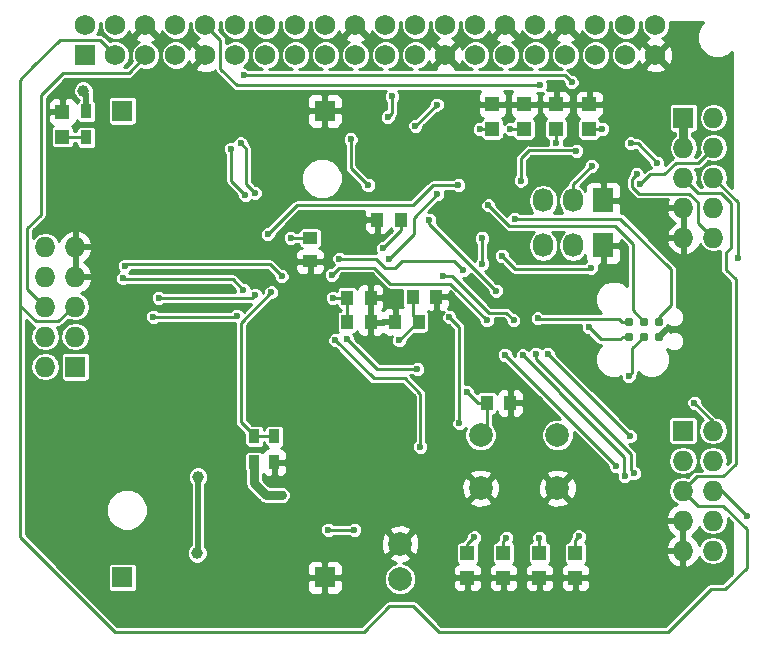
<source format=gbr>
G04 #@! TF.FileFunction,Copper,L1,Top,Signal*
%FSLAX46Y46*%
G04 Gerber Fmt 4.6, Leading zero omitted, Abs format (unit mm)*
G04 Created by KiCad (PCBNEW 4.0.1-stable) date 12-Feb-16 11:10:28 AM*
%MOMM*%
G01*
G04 APERTURE LIST*
%ADD10C,0.100000*%
%ADD11R,1.727200X1.727200*%
%ADD12C,1.727200*%
%ADD13R,1.000000X1.250000*%
%ADD14R,1.250000X1.000000*%
%ADD15R,1.198880X1.198880*%
%ADD16R,1.727200X2.032000*%
%ADD17O,1.727200X2.032000*%
%ADD18C,0.787000*%
%ADD19O,1.727200X1.727200*%
%ADD20C,2.000000*%
%ADD21R,0.900000X1.200000*%
%ADD22C,0.750000*%
%ADD23C,0.600000*%
%ADD24C,1.000000*%
%ADD25C,0.750000*%
%ADD26C,0.250000*%
%ADD27C,0.500000*%
%ADD28C,0.254000*%
G04 APERTURE END LIST*
D10*
D11*
X4510000Y-1500000D03*
D12*
X4510000Y1040000D03*
X7050000Y-1500000D03*
X7050000Y1040000D03*
X9590000Y-1500000D03*
X9590000Y1040000D03*
X12130000Y-1500000D03*
X12130000Y1040000D03*
X14670000Y-1500000D03*
X14670000Y1040000D03*
X17210000Y-1500000D03*
X17210000Y1040000D03*
X19750000Y-1500000D03*
X19750000Y1040000D03*
X22290000Y-1500000D03*
X22290000Y1040000D03*
X24830000Y-1500000D03*
X24830000Y1040000D03*
X27370000Y-1500000D03*
X27370000Y1040000D03*
X29910000Y-1500000D03*
X29910000Y1040000D03*
X32450000Y-1500000D03*
X32450000Y1040000D03*
X34990000Y-1500000D03*
X34990000Y1040000D03*
X37530000Y-1500000D03*
X37530000Y1040000D03*
X40070000Y-1500000D03*
X40070000Y1040000D03*
X42610000Y-1500000D03*
X42610000Y1040000D03*
X45150000Y-1500000D03*
X45150000Y1040000D03*
X47690000Y-1500000D03*
X47690000Y1040000D03*
X50230000Y-1500000D03*
X50230000Y1040000D03*
X52770000Y-1500000D03*
X52770000Y1040000D03*
D13*
X32725000Y-24073000D03*
X30725000Y-24073000D03*
X32200000Y-21970000D03*
X34200000Y-21970000D03*
X31201000Y-15437000D03*
X29201000Y-15437000D03*
D14*
X23530000Y-16960000D03*
X23530000Y-18960000D03*
D13*
X26660000Y-22050000D03*
X28660000Y-22050000D03*
X26660000Y-24110000D03*
X28660000Y-24110000D03*
X38470000Y-30950000D03*
X40470000Y-30950000D03*
D15*
X45984000Y-43654980D03*
X45984000Y-45753020D03*
X36840000Y-43654980D03*
X36840000Y-45753020D03*
X2550000Y-8415020D03*
X2550000Y-6316980D03*
X41650000Y-7749020D03*
X41650000Y-5650980D03*
X38950000Y-7749020D03*
X38950000Y-5650980D03*
X47150000Y-7749020D03*
X47150000Y-5650980D03*
X44350000Y-7749020D03*
X44350000Y-5650980D03*
X39888000Y-43654980D03*
X39888000Y-45753020D03*
X42936000Y-43654980D03*
X42936000Y-45753020D03*
D16*
X48332000Y-13806000D03*
D17*
X45792000Y-13806000D03*
X43252000Y-13806000D03*
D16*
X48332000Y-17616000D03*
D17*
X45792000Y-17616000D03*
X43252000Y-17616000D03*
D18*
X50520000Y-24065000D03*
X50520000Y-25335000D03*
X51790000Y-24065000D03*
X51790000Y-25335000D03*
X53060000Y-25335000D03*
X53060000Y-24065000D03*
D11*
X7630000Y-45720000D03*
X24775000Y-45720000D03*
X7630000Y-6223000D03*
X24775000Y-6223000D03*
X55140000Y-6810000D03*
D19*
X57680000Y-6810000D03*
X55140000Y-9350000D03*
X57680000Y-9350000D03*
X55140000Y-11890000D03*
X57680000Y-11890000D03*
X55140000Y-14430000D03*
X57680000Y-14430000D03*
X55140000Y-16970000D03*
X57680000Y-16970000D03*
D11*
X3650000Y-27890000D03*
D19*
X1110000Y-27890000D03*
X3650000Y-25350000D03*
X1110000Y-25350000D03*
X3650000Y-22810000D03*
X1110000Y-22810000D03*
X3650000Y-20270000D03*
X1110000Y-20270000D03*
X3650000Y-17730000D03*
X1110000Y-17730000D03*
D11*
X55100000Y-33290000D03*
D19*
X57640000Y-33290000D03*
X55100000Y-35830000D03*
X57640000Y-35830000D03*
X55100000Y-38370000D03*
X57640000Y-38370000D03*
X55100000Y-40910000D03*
X57640000Y-40910000D03*
X55100000Y-43450000D03*
X57640000Y-43450000D03*
D20*
X31140000Y-42870000D03*
X31140000Y-45870000D03*
D21*
X18800000Y-35970000D03*
X18800000Y-33770000D03*
X20500000Y-33770000D03*
X20500000Y-35970000D03*
X4582000Y-6266000D03*
X4582000Y-8466000D03*
D20*
X37970000Y-33660000D03*
X44470000Y-33660000D03*
X37970000Y-38160000D03*
X44470000Y-38160000D03*
D22*
X21140000Y-38750000D03*
D23*
X13770000Y-32400000D03*
X31280000Y-32780000D03*
X28360000Y-36240000D03*
X30790000Y-22010000D03*
X29160000Y-16790000D03*
X16260000Y-33560000D03*
X27160000Y-20620000D03*
X26180000Y-17510000D03*
X11670000Y-33510000D03*
X31070000Y-25650000D03*
X47100000Y-24560000D03*
X29670000Y-17870000D03*
X25470000Y-22060000D03*
X21880000Y-16980000D03*
D24*
X14030000Y-37200000D03*
X13970000Y-43670000D03*
D23*
X50500000Y-28680000D03*
X26670000Y-25560000D03*
X32600000Y-28100000D03*
X36830000Y-30050000D03*
X46290000Y-42250000D03*
X37410000Y-42340000D03*
X40490000Y-7750000D03*
X37890000Y-7770000D03*
X48280000Y-7750000D03*
X44340000Y-8920000D03*
X40140000Y-42370000D03*
X42950000Y-42380000D03*
X47360000Y-10870000D03*
X33610000Y-15430000D03*
X42800000Y-23790000D03*
X39270000Y-21440000D03*
X38630000Y-14230000D03*
X40860000Y-15340000D03*
X28450000Y-12500000D03*
X26950000Y-8620000D03*
X43010000Y-4040000D03*
X45670000Y-3800000D03*
X17900000Y-3210000D03*
X30470000Y-4980000D03*
X30100000Y-6750000D03*
X34250000Y-5700000D03*
X32450000Y-7500000D03*
X59750000Y-18720000D03*
X16850000Y-9440000D03*
X60560000Y-40530000D03*
X18040000Y-13330000D03*
X17670000Y-8980000D03*
X18840000Y-13180000D03*
D24*
X4330000Y-4510000D03*
D23*
X51190000Y-11590000D03*
X36070000Y-12520000D03*
X19940000Y-16680000D03*
X52940000Y-10650000D03*
X50680000Y-8970000D03*
X46060000Y-9600000D03*
X41370000Y-12130000D03*
X51480000Y-12420000D03*
X38090000Y-19180000D03*
X38080000Y-17000000D03*
X47330000Y-19490000D03*
X39775000Y-18505000D03*
X7870000Y-19320000D03*
X21120000Y-20220000D03*
X17870000Y-21380000D03*
X7710000Y-20380000D03*
X10250000Y-23670000D03*
X17320000Y-23560000D03*
X10720000Y-22060000D03*
X18850000Y-21800000D03*
X41520000Y-26920000D03*
X50160000Y-37180000D03*
X38490000Y-23950000D03*
X25370000Y-20100000D03*
X42650000Y-26790000D03*
X50950000Y-36900000D03*
X49400000Y-36280000D03*
X40010000Y-26870000D03*
X50600000Y-33770000D03*
X56070000Y-30950000D03*
X43640000Y-26790000D03*
X40750000Y-23960000D03*
X34800000Y-20200000D03*
X32850000Y-34670000D03*
X25670000Y-25630000D03*
X30190000Y-18800000D03*
X34310000Y-13270000D03*
X36510000Y-19710000D03*
X26000000Y-18750000D03*
X20230000Y-21600000D03*
X36170000Y-32670000D03*
X35330000Y-23690000D03*
X25050000Y-41700000D03*
X27250000Y-41700000D03*
D25*
X18800000Y-36220000D02*
X18800000Y-37770000D01*
X19780000Y-38750000D02*
X21140000Y-38750000D01*
X18800000Y-37770000D02*
X19780000Y-38750000D01*
X18800000Y-35970000D02*
X18800000Y-36530000D01*
D26*
X28420000Y-35640000D02*
X31280000Y-32780000D01*
X28420000Y-36180000D02*
X28420000Y-35640000D01*
X28360000Y-36240000D02*
X28420000Y-36180000D01*
X45150000Y1040000D02*
X45120000Y1040000D01*
X40070000Y1040000D02*
X40070000Y1020000D01*
X27370000Y1040000D02*
X27380000Y1040000D01*
X9590000Y1040000D02*
X9590000Y950000D01*
X14670000Y-1500000D02*
X14670000Y-1480000D01*
X29190000Y-16820000D02*
X29200000Y-16820000D01*
X29160000Y-16790000D02*
X29190000Y-16820000D01*
X11680000Y-33500000D02*
X11680000Y-33480000D01*
X11670000Y-33510000D02*
X11680000Y-33500000D01*
X4150000Y-17730000D02*
X3650000Y-17730000D01*
X55100000Y-43450000D02*
X55100000Y-42870000D01*
X32725000Y-24073000D02*
X32647000Y-24073000D01*
X32647000Y-24073000D02*
X31070000Y-25650000D01*
X32200000Y-21970000D02*
X32200000Y-23548000D01*
X32200000Y-23548000D02*
X32725000Y-24073000D01*
X50520000Y-25335000D02*
X50025000Y-25335000D01*
X48120000Y-25580000D02*
X47100000Y-24560000D01*
X49780000Y-25580000D02*
X48120000Y-25580000D01*
X50025000Y-25335000D02*
X49780000Y-25580000D01*
X31201000Y-16339000D02*
X29670000Y-17870000D01*
X31201000Y-15437000D02*
X31201000Y-16339000D01*
X26660000Y-22050000D02*
X25480000Y-22050000D01*
X25480000Y-22050000D02*
X25470000Y-22060000D01*
X26660000Y-24110000D02*
X26660000Y-22050000D01*
X21900000Y-16960000D02*
X23530000Y-16960000D01*
X21880000Y-16980000D02*
X21900000Y-16960000D01*
D27*
X14030000Y-43610000D02*
X14030000Y-37200000D01*
X13970000Y-43670000D02*
X14030000Y-43610000D01*
D25*
X55140000Y-6810000D02*
X55140000Y-9350000D01*
D26*
X3650000Y-24640000D02*
X3650000Y-25350000D01*
X50810000Y-28360000D02*
X50810000Y-28370000D01*
X50810000Y-28370000D02*
X50500000Y-28680000D01*
X38470000Y-30950000D02*
X38470000Y-33160000D01*
X38470000Y-33160000D02*
X37970000Y-33660000D01*
X26670000Y-25560000D02*
X29210000Y-28100000D01*
X29210000Y-28100000D02*
X32600000Y-28100000D01*
X37730000Y-30950000D02*
X38470000Y-30950000D01*
X36830000Y-30050000D02*
X37730000Y-30950000D01*
X50810000Y-28360000D02*
X50810000Y-26315000D01*
X51790000Y-25335000D02*
X50810000Y-26315000D01*
X38470000Y-30950000D02*
X38470000Y-30810000D01*
X46290000Y-42250000D02*
X45984000Y-42556000D01*
X45984000Y-42556000D02*
X45984000Y-43654980D01*
X37410000Y-42340000D02*
X36840000Y-42910000D01*
X36840000Y-42910000D02*
X36840000Y-43654980D01*
X4582000Y-8466000D02*
X2600980Y-8466000D01*
X2600980Y-8466000D02*
X2550000Y-8415020D01*
X41650000Y-7749020D02*
X40490980Y-7749020D01*
X40490980Y-7749020D02*
X40490000Y-7750000D01*
X37910980Y-7749020D02*
X38950000Y-7749020D01*
X37890000Y-7770000D02*
X37910980Y-7749020D01*
X47150000Y-7749020D02*
X48279020Y-7749020D01*
X48279020Y-7749020D02*
X48280000Y-7750000D01*
X44340000Y-8920000D02*
X44350000Y-8910000D01*
X44350000Y-8910000D02*
X44350000Y-7749020D01*
X39888000Y-43654980D02*
X39888000Y-42622000D01*
X39888000Y-42622000D02*
X40140000Y-42370000D01*
X42936000Y-42394000D02*
X42936000Y-43654980D01*
X42950000Y-42380000D02*
X42936000Y-42394000D01*
X45792000Y-13806000D02*
X45792000Y-12438000D01*
X45792000Y-12438000D02*
X47360000Y-10870000D01*
X33610000Y-15430000D02*
X33610000Y-15780000D01*
X49945000Y-24065000D02*
X49690000Y-23810000D01*
X49945000Y-24065000D02*
X50520000Y-24065000D01*
X42820000Y-23810000D02*
X49690000Y-23810000D01*
X42800000Y-23790000D02*
X42820000Y-23810000D01*
X33610000Y-15780000D02*
X39270000Y-21440000D01*
X50850000Y-23125000D02*
X51790000Y-24065000D01*
X50850000Y-17490000D02*
X50850000Y-23125000D01*
X49350000Y-15990000D02*
X50850000Y-17490000D01*
X40390000Y-15990000D02*
X49350000Y-15990000D01*
X38630000Y-14230000D02*
X40390000Y-15990000D01*
X51790000Y-24065000D02*
X51790000Y-24050000D01*
X51790000Y-24065000D02*
X51790000Y-24020000D01*
X54110000Y-19650000D02*
X49800000Y-15340000D01*
X49800000Y-15340000D02*
X40860000Y-15340000D01*
X53060000Y-24065000D02*
X53060000Y-23690000D01*
X53060000Y-23690000D02*
X54110000Y-22640000D01*
X54110000Y-22640000D02*
X54110000Y-19650000D01*
X53060000Y-24065000D02*
X53060000Y-23790000D01*
X28450000Y-12500000D02*
X28410000Y-12500000D01*
X28410000Y-12500000D02*
X26950000Y-11040000D01*
X26950000Y-11040000D02*
X26950000Y-8620000D01*
X43010000Y-4040000D02*
X42990000Y-4060000D01*
X42990000Y-4060000D02*
X17350000Y-4060000D01*
X15940000Y-2650000D02*
X15940000Y-230000D01*
X15940000Y-230000D02*
X14670000Y1040000D01*
X17350000Y-4060000D02*
X15940000Y-2650000D01*
X45080000Y-3210000D02*
X17900000Y-3210000D01*
X45670000Y-3800000D02*
X45080000Y-3210000D01*
X30470000Y-6380000D02*
X30470000Y-4980000D01*
X30100000Y-6750000D02*
X30470000Y-6380000D01*
X32450000Y-7500000D02*
X34250000Y-5700000D01*
X59740000Y-13950000D02*
X57680000Y-11890000D01*
X59740000Y-18710000D02*
X59740000Y-13950000D01*
X59750000Y-18720000D02*
X59740000Y-18710000D01*
X16850000Y-9440000D02*
X16850000Y-12140000D01*
X16850000Y-12140000D02*
X18040000Y-13330000D01*
X60560000Y-40530000D02*
X58400000Y-38370000D01*
X58400000Y-38370000D02*
X57640000Y-38370000D01*
X-400000Y-21300000D02*
X1110000Y-22810000D01*
X9590000Y-1500000D02*
X9590000Y-1600000D01*
X9590000Y-1600000D02*
X8160000Y-3030000D01*
X2580000Y-3030000D02*
X710000Y-4900000D01*
X8160000Y-3030000D02*
X2580000Y-3030000D01*
X710000Y-13930000D02*
X710000Y-15030000D01*
X710000Y-4900000D02*
X710000Y-13930000D01*
X710000Y-15030000D02*
X-400000Y-16140000D01*
X9590000Y-1500000D02*
X9530000Y-1500000D01*
X-400000Y-16140000D02*
X-400000Y-21300000D01*
X53820000Y-50350000D02*
X34440000Y-50350000D01*
X-1050000Y-42290000D02*
X7010000Y-50350000D01*
X53820000Y-50350000D02*
X57430000Y-46740000D01*
X57430000Y-46740000D02*
X58650000Y-46740000D01*
X58650000Y-46740000D02*
X60480000Y-44910000D01*
X60480000Y-44910000D02*
X60480000Y-41630000D01*
X60480000Y-41630000D02*
X58490000Y-39640000D01*
X58490000Y-39640000D02*
X56370000Y-39640000D01*
X55100000Y-38370000D02*
X56370000Y-39640000D01*
X-1050000Y-42290000D02*
X-1050000Y-22710000D01*
X28050000Y-50350000D02*
X7010000Y-50350000D01*
X30220000Y-48180000D02*
X28050000Y-50350000D01*
X32270000Y-48180000D02*
X30220000Y-48180000D01*
X34440000Y-50350000D02*
X32270000Y-48180000D01*
X58725000Y-19655000D02*
X58725000Y-18215000D01*
X56410000Y-13160000D02*
X55140000Y-11890000D01*
X58313602Y-13160000D02*
X56410000Y-13160000D01*
X59160000Y-14006398D02*
X58313602Y-13160000D01*
X59160000Y-17780000D02*
X59160000Y-14006398D01*
X58725000Y-18215000D02*
X59160000Y-17780000D01*
X18100000Y-9410000D02*
X17670000Y-8980000D01*
X18100000Y-12440000D02*
X18100000Y-9410000D01*
X18840000Y-13180000D02*
X18100000Y-12440000D01*
X55100000Y-38370000D02*
X55100000Y-38340000D01*
X55100000Y-38340000D02*
X56260000Y-37180000D01*
X59560000Y-20490000D02*
X58725000Y-19655000D01*
X58725000Y-19655000D02*
X58720000Y-19650000D01*
X59560000Y-36120000D02*
X59560000Y-20490000D01*
X58500000Y-37180000D02*
X59560000Y-36120000D01*
X56260000Y-37180000D02*
X58500000Y-37180000D01*
X3650000Y-22810000D02*
X3420000Y-22810000D01*
X3420000Y-22810000D02*
X2190000Y-24040000D01*
X280000Y-24040000D02*
X-1050000Y-22710000D01*
X2190000Y-24040000D02*
X280000Y-24040000D01*
X5750000Y-200000D02*
X2330000Y-200000D01*
X7050000Y-1500000D02*
X5750000Y-200000D01*
X2330000Y-200000D02*
X80000Y-2450000D01*
X-1050000Y-3580000D02*
X80000Y-2450000D01*
X-1050000Y-22710000D02*
X-1050000Y-3580000D01*
X80000Y-2450000D02*
X90000Y-2440000D01*
D27*
X4582000Y-6266000D02*
X4582000Y-4762000D01*
X4582000Y-4762000D02*
X4330000Y-4510000D01*
D26*
X56385000Y-15675000D02*
X56385000Y-14265000D01*
X51190000Y-11590000D02*
X50790000Y-11990000D01*
X50790000Y-11990000D02*
X50790000Y-12630000D01*
X28220000Y-14200000D02*
X32230000Y-14200000D01*
X28220000Y-14200000D02*
X22420000Y-14200000D01*
X33910000Y-12520000D02*
X36070000Y-12520000D01*
X32230000Y-14200000D02*
X33910000Y-12520000D01*
X51380000Y-13220000D02*
X50790000Y-12630000D01*
X55630000Y-13220000D02*
X51380000Y-13220000D01*
X56380000Y-13970000D02*
X55630000Y-13220000D01*
X56380000Y-14260000D02*
X56380000Y-13970000D01*
X56385000Y-14265000D02*
X56380000Y-14260000D01*
X56370000Y-15660000D02*
X56385000Y-15675000D01*
X56385000Y-15675000D02*
X57680000Y-16970000D01*
X19940000Y-16680000D02*
X22370000Y-14250000D01*
X22370000Y-14250000D02*
X22420000Y-14200000D01*
X22420000Y-14200000D02*
X22370000Y-14250000D01*
X52940000Y-10650000D02*
X51260000Y-8970000D01*
X51260000Y-8970000D02*
X50680000Y-8970000D01*
X46035000Y-9575000D02*
X42035000Y-9575000D01*
X46060000Y-9600000D02*
X46035000Y-9575000D01*
X41370000Y-10240000D02*
X42035000Y-9575000D01*
X42035000Y-9575000D02*
X42040000Y-9570000D01*
X41370000Y-12130000D02*
X41370000Y-10240000D01*
X53180000Y-11590000D02*
X53530000Y-11590000D01*
X54490000Y-10630000D02*
X56400000Y-10630000D01*
X57680000Y-9350000D02*
X56400000Y-10630000D01*
X51480000Y-12420000D02*
X52310000Y-11590000D01*
X52310000Y-11590000D02*
X53180000Y-11590000D01*
X38080000Y-19170000D02*
X38090000Y-19180000D01*
X38080000Y-17000000D02*
X38080000Y-19170000D01*
X53530000Y-11590000D02*
X54490000Y-10630000D01*
X47330000Y-19490000D02*
X47240000Y-19580000D01*
X47240000Y-19580000D02*
X40850000Y-19580000D01*
X40850000Y-19580000D02*
X40420000Y-19150000D01*
X39775000Y-18505000D02*
X40420000Y-19150000D01*
X20100000Y-19200000D02*
X21120000Y-20220000D01*
X7990000Y-19200000D02*
X20100000Y-19200000D01*
X7870000Y-19320000D02*
X7990000Y-19200000D01*
X21120000Y-20220000D02*
X21100000Y-20240000D01*
X16970000Y-20480000D02*
X17870000Y-21380000D01*
X7810000Y-20480000D02*
X16970000Y-20480000D01*
X7710000Y-20380000D02*
X7810000Y-20480000D01*
X17340000Y-23570000D02*
X17240000Y-23670000D01*
X17240000Y-23670000D02*
X10250000Y-23670000D01*
X17335000Y-23575000D02*
X17340000Y-23570000D01*
X17320000Y-23560000D02*
X17335000Y-23575000D01*
X18590000Y-22060000D02*
X10720000Y-22060000D01*
X18850000Y-21800000D02*
X18590000Y-22060000D01*
X50130000Y-35550000D02*
X50130000Y-37150000D01*
X44580000Y-30000000D02*
X50130000Y-35550000D01*
X44580000Y-29980000D02*
X41520000Y-26920000D01*
X44580000Y-30000000D02*
X44580000Y-29980000D01*
X50130000Y-37150000D02*
X50160000Y-37180000D01*
X30870000Y-20850000D02*
X30300000Y-20850000D01*
X35570000Y-21040000D02*
X35380000Y-20850000D01*
X35380000Y-20850000D02*
X30870000Y-20850000D01*
X35580000Y-21040000D02*
X38490000Y-23950000D01*
X35580000Y-21040000D02*
X35570000Y-21040000D01*
X25980000Y-19490000D02*
X28940000Y-19490000D01*
X25370000Y-20100000D02*
X25980000Y-19490000D01*
X30300000Y-20850000D02*
X28940000Y-19490000D01*
X42650000Y-27230000D02*
X42650000Y-27240000D01*
X42650000Y-27230000D02*
X42650000Y-26790000D01*
X50710000Y-36660000D02*
X50710000Y-35300000D01*
X50950000Y-36900000D02*
X50710000Y-36660000D01*
X42650000Y-27240000D02*
X50710000Y-35300000D01*
X49400000Y-36280000D02*
X43240000Y-30120000D01*
X43240000Y-30120000D02*
X43240000Y-30100000D01*
X43240000Y-30100000D02*
X40010000Y-26870000D01*
X43240000Y-30120000D02*
X43240000Y-30070000D01*
X57640000Y-32520000D02*
X56070000Y-30950000D01*
X57640000Y-32520000D02*
X57640000Y-33290000D01*
X46880000Y-30050000D02*
X50600000Y-33770000D01*
X50600000Y-33770000D02*
X50610000Y-33780000D01*
X46880000Y-30040000D02*
X43640000Y-26800000D01*
X43640000Y-26800000D02*
X43640000Y-26790000D01*
X46880000Y-30040000D02*
X46880000Y-30050000D01*
X46880000Y-30050000D02*
X46860000Y-30050000D01*
X34800000Y-20200000D02*
X35570000Y-20200000D01*
X40090000Y-23300000D02*
X40750000Y-23960000D01*
X38670000Y-23300000D02*
X40090000Y-23300000D01*
X35570000Y-20200000D02*
X38670000Y-23300000D01*
X32870000Y-34650000D02*
X32850000Y-34670000D01*
X32870000Y-30190000D02*
X32870000Y-34650000D01*
X31550000Y-28870000D02*
X32870000Y-30190000D01*
X28910000Y-28870000D02*
X31550000Y-28870000D01*
X25670000Y-25630000D02*
X28910000Y-28870000D01*
X32300000Y-15280000D02*
X34310000Y-13270000D01*
X32300000Y-16690000D02*
X32300000Y-15280000D01*
X30190000Y-18800000D02*
X32300000Y-16690000D01*
X36510000Y-19710000D02*
X35730000Y-18930000D01*
X35730000Y-18930000D02*
X31300000Y-18930000D01*
X31300000Y-18930000D02*
X30680000Y-19550000D01*
X30680000Y-19550000D02*
X29860000Y-19550000D01*
X29070000Y-18760000D02*
X29860000Y-19550000D01*
X26010000Y-18760000D02*
X29070000Y-18760000D01*
X26000000Y-18750000D02*
X26010000Y-18760000D01*
X17650000Y-24180000D02*
X20230000Y-21600000D01*
X18800000Y-33770000D02*
X18800000Y-33700000D01*
X18800000Y-33700000D02*
X17650000Y-32550000D01*
X17650000Y-32550000D02*
X17650000Y-24180000D01*
X18800000Y-33770000D02*
X20500000Y-33770000D01*
X36170000Y-24530000D02*
X36170000Y-32670000D01*
X35330000Y-23690000D02*
X36170000Y-24530000D01*
X27250000Y-41700000D02*
X25050000Y-41700000D01*
D28*
G36*
X56525592Y993724D02*
X56258305Y350023D01*
X56257696Y-346965D01*
X56523860Y-991132D01*
X57016276Y-1484408D01*
X57659977Y-1751695D01*
X58356965Y-1752304D01*
X59001132Y-1486140D01*
X59281994Y-1205768D01*
X59277524Y-12777588D01*
X58852830Y-12352894D01*
X58944905Y-11890000D01*
X58850470Y-11415243D01*
X58581542Y-11012763D01*
X58179062Y-10743835D01*
X57704305Y-10649400D01*
X57655695Y-10649400D01*
X57180938Y-10743835D01*
X56778458Y-11012763D01*
X56509530Y-11415243D01*
X56415095Y-11890000D01*
X56509530Y-12364757D01*
X56705468Y-12658000D01*
X56617935Y-12658000D01*
X56312830Y-12352894D01*
X56404905Y-11890000D01*
X56310470Y-11415243D01*
X56121213Y-11132000D01*
X56399995Y-11132000D01*
X56400000Y-11132001D01*
X56592107Y-11093788D01*
X56754968Y-10984968D01*
X57233346Y-10506590D01*
X57655695Y-10590600D01*
X57704305Y-10590600D01*
X58179062Y-10496165D01*
X58581542Y-10227237D01*
X58850470Y-9824757D01*
X58944905Y-9350000D01*
X58850470Y-8875243D01*
X58581542Y-8472763D01*
X58179062Y-8203835D01*
X57704305Y-8109400D01*
X57655695Y-8109400D01*
X57180938Y-8203835D01*
X56778458Y-8472763D01*
X56509530Y-8875243D01*
X56415095Y-9350000D01*
X56507170Y-9812894D01*
X56192064Y-10128000D01*
X56107850Y-10128000D01*
X56310470Y-9824757D01*
X56404905Y-9350000D01*
X56310470Y-8875243D01*
X56041542Y-8472763D01*
X55892000Y-8372842D01*
X55892000Y-8057985D01*
X56003600Y-8057985D01*
X56143308Y-8031697D01*
X56271620Y-7949130D01*
X56357701Y-7823147D01*
X56387985Y-7673600D01*
X56387985Y-6810000D01*
X56415095Y-6810000D01*
X56509530Y-7284757D01*
X56778458Y-7687237D01*
X57180938Y-7956165D01*
X57655695Y-8050600D01*
X57704305Y-8050600D01*
X58179062Y-7956165D01*
X58581542Y-7687237D01*
X58850470Y-7284757D01*
X58944905Y-6810000D01*
X58850470Y-6335243D01*
X58581542Y-5932763D01*
X58179062Y-5663835D01*
X57704305Y-5569400D01*
X57655695Y-5569400D01*
X57180938Y-5663835D01*
X56778458Y-5932763D01*
X56509530Y-6335243D01*
X56415095Y-6810000D01*
X56387985Y-6810000D01*
X56387985Y-5946400D01*
X56361697Y-5806692D01*
X56279130Y-5678380D01*
X56153147Y-5592299D01*
X56003600Y-5562015D01*
X54276400Y-5562015D01*
X54136692Y-5588303D01*
X54008380Y-5670870D01*
X53922299Y-5796853D01*
X53892015Y-5946400D01*
X53892015Y-7673600D01*
X53918303Y-7813308D01*
X54000870Y-7941620D01*
X54126853Y-8027701D01*
X54276400Y-8057985D01*
X54388000Y-8057985D01*
X54388000Y-8372842D01*
X54238458Y-8472763D01*
X53969530Y-8875243D01*
X53875095Y-9350000D01*
X53969530Y-9824757D01*
X54228613Y-10212503D01*
X54135032Y-10275032D01*
X53611252Y-10798812D01*
X53616882Y-10785254D01*
X53617117Y-10515927D01*
X53514267Y-10267011D01*
X53323990Y-10076402D01*
X53075254Y-9973118D01*
X52972964Y-9973029D01*
X51614968Y-8615032D01*
X51452107Y-8506212D01*
X51260000Y-8467999D01*
X51259995Y-8468000D01*
X51135463Y-8468000D01*
X51063990Y-8396402D01*
X50815254Y-8293118D01*
X50545927Y-8292883D01*
X50297011Y-8395733D01*
X50106402Y-8586010D01*
X50003118Y-8834746D01*
X50002883Y-9104073D01*
X50105733Y-9352989D01*
X50296010Y-9543598D01*
X50544746Y-9646882D01*
X50814073Y-9647117D01*
X51062989Y-9544267D01*
X51093687Y-9513623D01*
X52262971Y-10682906D01*
X52262883Y-10784073D01*
X52365733Y-11032989D01*
X52420648Y-11088000D01*
X52310000Y-11088000D01*
X52117892Y-11126212D01*
X52079297Y-11152001D01*
X51955032Y-11235032D01*
X51955030Y-11235035D01*
X51828236Y-11361829D01*
X51764267Y-11207011D01*
X51573990Y-11016402D01*
X51325254Y-10913118D01*
X51055927Y-10912883D01*
X50807011Y-11015733D01*
X50616402Y-11206010D01*
X50513118Y-11454746D01*
X50513029Y-11557035D01*
X50435032Y-11635032D01*
X50326212Y-11797893D01*
X50287999Y-11990000D01*
X50288000Y-11990005D01*
X50288000Y-12629995D01*
X50287999Y-12630000D01*
X50326212Y-12822107D01*
X50435032Y-12984968D01*
X51025032Y-13574968D01*
X51187893Y-13683788D01*
X51380000Y-13722001D01*
X51380005Y-13722000D01*
X53829583Y-13722000D01*
X53685042Y-14070974D01*
X53806183Y-14303000D01*
X55013000Y-14303000D01*
X55013000Y-14283000D01*
X55267000Y-14283000D01*
X55267000Y-14303000D01*
X55287000Y-14303000D01*
X55287000Y-14557000D01*
X55267000Y-14557000D01*
X55267000Y-16843000D01*
X55287000Y-16843000D01*
X55287000Y-17097000D01*
X55267000Y-17097000D01*
X55267000Y-18304469D01*
X55499027Y-18424968D01*
X56028490Y-18176821D01*
X56422688Y-17744947D01*
X56532676Y-17479397D01*
X56778458Y-17847237D01*
X57180938Y-18116165D01*
X57655695Y-18210600D01*
X57704305Y-18210600D01*
X58179062Y-18116165D01*
X58252407Y-18067157D01*
X58222999Y-18215000D01*
X58223000Y-18215005D01*
X58223000Y-19624859D01*
X58217999Y-19650000D01*
X58256212Y-19842107D01*
X58365032Y-20004968D01*
X58370032Y-20009968D01*
X59058000Y-20697935D01*
X59058000Y-35912065D01*
X58846514Y-36123550D01*
X58904905Y-35830000D01*
X58810470Y-35355243D01*
X58541542Y-34952763D01*
X58139062Y-34683835D01*
X57664305Y-34589400D01*
X57615695Y-34589400D01*
X57140938Y-34683835D01*
X56738458Y-34952763D01*
X56469530Y-35355243D01*
X56375095Y-35830000D01*
X56469530Y-36304757D01*
X56718923Y-36678000D01*
X56260005Y-36678000D01*
X56260000Y-36677999D01*
X56067893Y-36716212D01*
X55905032Y-36825032D01*
X55905030Y-36825035D01*
X55521632Y-37208433D01*
X55124305Y-37129400D01*
X55075695Y-37129400D01*
X54600938Y-37223835D01*
X54198458Y-37492763D01*
X53929530Y-37895243D01*
X53835095Y-38370000D01*
X53929530Y-38844757D01*
X54198458Y-39247237D01*
X54600938Y-39516165D01*
X54607676Y-39517505D01*
X54211510Y-39703179D01*
X53817312Y-40135053D01*
X53645042Y-40550974D01*
X53766183Y-40783000D01*
X54973000Y-40783000D01*
X54973000Y-40763000D01*
X55227000Y-40763000D01*
X55227000Y-40783000D01*
X55247000Y-40783000D01*
X55247000Y-41037000D01*
X55227000Y-41037000D01*
X55227000Y-43323000D01*
X55247000Y-43323000D01*
X55247000Y-43577000D01*
X55227000Y-43577000D01*
X55227000Y-44784469D01*
X55459027Y-44904968D01*
X55988490Y-44656821D01*
X56382688Y-44224947D01*
X56492676Y-43959397D01*
X56738458Y-44327237D01*
X57140938Y-44596165D01*
X57615695Y-44690600D01*
X57664305Y-44690600D01*
X58139062Y-44596165D01*
X58541542Y-44327237D01*
X58810470Y-43924757D01*
X58904905Y-43450000D01*
X58810470Y-42975243D01*
X58541542Y-42572763D01*
X58139062Y-42303835D01*
X57664305Y-42209400D01*
X57615695Y-42209400D01*
X57140938Y-42303835D01*
X56738458Y-42572763D01*
X56492676Y-42940603D01*
X56382688Y-42675053D01*
X55988490Y-42243179D01*
X55853687Y-42180000D01*
X55988490Y-42116821D01*
X56382688Y-41684947D01*
X56492676Y-41419397D01*
X56738458Y-41787237D01*
X57140938Y-42056165D01*
X57615695Y-42150600D01*
X57664305Y-42150600D01*
X58139062Y-42056165D01*
X58541542Y-41787237D01*
X58810470Y-41384757D01*
X58904905Y-40910000D01*
X58868862Y-40728798D01*
X59266574Y-41126510D01*
X59264918Y-45415147D01*
X58442064Y-46238000D01*
X57430005Y-46238000D01*
X57430000Y-46237999D01*
X57237893Y-46276212D01*
X57075032Y-46385032D01*
X53612064Y-49848000D01*
X34647935Y-49848000D01*
X32624968Y-47825032D01*
X32462107Y-47716212D01*
X32270000Y-47677999D01*
X32269995Y-47678000D01*
X30220000Y-47678000D01*
X30027893Y-47716212D01*
X29865032Y-47825032D01*
X29865030Y-47825035D01*
X27842064Y-49848000D01*
X7217935Y-49848000D01*
X2226336Y-44856400D01*
X6382015Y-44856400D01*
X6382015Y-46583600D01*
X6408303Y-46723308D01*
X6490870Y-46851620D01*
X6616853Y-46937701D01*
X6766400Y-46967985D01*
X8493600Y-46967985D01*
X8633308Y-46941697D01*
X8761620Y-46859130D01*
X8847701Y-46733147D01*
X8877985Y-46583600D01*
X8877985Y-46005750D01*
X23276400Y-46005750D01*
X23276400Y-46709909D01*
X23373073Y-46943298D01*
X23551701Y-47121927D01*
X23785090Y-47218600D01*
X24489250Y-47218600D01*
X24648000Y-47059850D01*
X24648000Y-45847000D01*
X24902000Y-45847000D01*
X24902000Y-47059850D01*
X25060750Y-47218600D01*
X25764910Y-47218600D01*
X25998299Y-47121927D01*
X26176927Y-46943298D01*
X26273600Y-46709909D01*
X26273600Y-46142701D01*
X29762762Y-46142701D01*
X29971956Y-46648989D01*
X30358974Y-47036683D01*
X30864896Y-47246760D01*
X31412701Y-47247238D01*
X31918989Y-47038044D01*
X32306683Y-46651026D01*
X32516760Y-46145104D01*
X32516852Y-46038770D01*
X35605560Y-46038770D01*
X35605560Y-46478769D01*
X35702233Y-46712158D01*
X35880861Y-46890787D01*
X36114250Y-46987460D01*
X36554250Y-46987460D01*
X36713000Y-46828710D01*
X36713000Y-45880020D01*
X36967000Y-45880020D01*
X36967000Y-46828710D01*
X37125750Y-46987460D01*
X37565750Y-46987460D01*
X37799139Y-46890787D01*
X37977767Y-46712158D01*
X38074440Y-46478769D01*
X38074440Y-46038770D01*
X38653560Y-46038770D01*
X38653560Y-46478769D01*
X38750233Y-46712158D01*
X38928861Y-46890787D01*
X39162250Y-46987460D01*
X39602250Y-46987460D01*
X39761000Y-46828710D01*
X39761000Y-45880020D01*
X40015000Y-45880020D01*
X40015000Y-46828710D01*
X40173750Y-46987460D01*
X40613750Y-46987460D01*
X40847139Y-46890787D01*
X41025767Y-46712158D01*
X41122440Y-46478769D01*
X41122440Y-46038770D01*
X41701560Y-46038770D01*
X41701560Y-46478769D01*
X41798233Y-46712158D01*
X41976861Y-46890787D01*
X42210250Y-46987460D01*
X42650250Y-46987460D01*
X42809000Y-46828710D01*
X42809000Y-45880020D01*
X43063000Y-45880020D01*
X43063000Y-46828710D01*
X43221750Y-46987460D01*
X43661750Y-46987460D01*
X43895139Y-46890787D01*
X44073767Y-46712158D01*
X44170440Y-46478769D01*
X44170440Y-46038770D01*
X44749560Y-46038770D01*
X44749560Y-46478769D01*
X44846233Y-46712158D01*
X45024861Y-46890787D01*
X45258250Y-46987460D01*
X45698250Y-46987460D01*
X45857000Y-46828710D01*
X45857000Y-45880020D01*
X46111000Y-45880020D01*
X46111000Y-46828710D01*
X46269750Y-46987460D01*
X46709750Y-46987460D01*
X46943139Y-46890787D01*
X47121767Y-46712158D01*
X47218440Y-46478769D01*
X47218440Y-46038770D01*
X47059690Y-45880020D01*
X46111000Y-45880020D01*
X45857000Y-45880020D01*
X44908310Y-45880020D01*
X44749560Y-46038770D01*
X44170440Y-46038770D01*
X44011690Y-45880020D01*
X43063000Y-45880020D01*
X42809000Y-45880020D01*
X41860310Y-45880020D01*
X41701560Y-46038770D01*
X41122440Y-46038770D01*
X40963690Y-45880020D01*
X40015000Y-45880020D01*
X39761000Y-45880020D01*
X38812310Y-45880020D01*
X38653560Y-46038770D01*
X38074440Y-46038770D01*
X37915690Y-45880020D01*
X36967000Y-45880020D01*
X36713000Y-45880020D01*
X35764310Y-45880020D01*
X35605560Y-46038770D01*
X32516852Y-46038770D01*
X32517238Y-45597299D01*
X32308044Y-45091011D01*
X32244416Y-45027271D01*
X35605560Y-45027271D01*
X35605560Y-45467270D01*
X35764310Y-45626020D01*
X36713000Y-45626020D01*
X36713000Y-45606020D01*
X36967000Y-45606020D01*
X36967000Y-45626020D01*
X37915690Y-45626020D01*
X38074440Y-45467270D01*
X38074440Y-45027271D01*
X38653560Y-45027271D01*
X38653560Y-45467270D01*
X38812310Y-45626020D01*
X39761000Y-45626020D01*
X39761000Y-45606020D01*
X40015000Y-45606020D01*
X40015000Y-45626020D01*
X40963690Y-45626020D01*
X41122440Y-45467270D01*
X41122440Y-45027271D01*
X41701560Y-45027271D01*
X41701560Y-45467270D01*
X41860310Y-45626020D01*
X42809000Y-45626020D01*
X42809000Y-45606020D01*
X43063000Y-45606020D01*
X43063000Y-45626020D01*
X44011690Y-45626020D01*
X44170440Y-45467270D01*
X44170440Y-45027271D01*
X44749560Y-45027271D01*
X44749560Y-45467270D01*
X44908310Y-45626020D01*
X45857000Y-45626020D01*
X45857000Y-45606020D01*
X46111000Y-45606020D01*
X46111000Y-45626020D01*
X47059690Y-45626020D01*
X47218440Y-45467270D01*
X47218440Y-45027271D01*
X47121767Y-44793882D01*
X46943139Y-44615253D01*
X46806714Y-44558744D01*
X46851460Y-44529950D01*
X46937541Y-44403967D01*
X46967825Y-44254420D01*
X46967825Y-43809026D01*
X53645042Y-43809026D01*
X53817312Y-44224947D01*
X54211510Y-44656821D01*
X54740973Y-44904968D01*
X54973000Y-44784469D01*
X54973000Y-43577000D01*
X53766183Y-43577000D01*
X53645042Y-43809026D01*
X46967825Y-43809026D01*
X46967825Y-43055540D01*
X46941537Y-42915832D01*
X46858970Y-42787520D01*
X46770414Y-42727012D01*
X46863598Y-42633990D01*
X46966882Y-42385254D01*
X46967117Y-42115927D01*
X46864267Y-41867011D01*
X46673990Y-41676402D01*
X46425254Y-41573118D01*
X46155927Y-41572883D01*
X45907011Y-41675733D01*
X45716402Y-41866010D01*
X45613118Y-42114746D01*
X45613022Y-42224993D01*
X45520212Y-42363893D01*
X45481999Y-42556000D01*
X45482000Y-42556005D01*
X45482000Y-42671155D01*
X45384560Y-42671155D01*
X45244852Y-42697443D01*
X45116540Y-42780010D01*
X45030459Y-42905993D01*
X45000175Y-43055540D01*
X45000175Y-44254420D01*
X45026463Y-44394128D01*
X45109030Y-44522440D01*
X45161831Y-44558518D01*
X45024861Y-44615253D01*
X44846233Y-44793882D01*
X44749560Y-45027271D01*
X44170440Y-45027271D01*
X44073767Y-44793882D01*
X43895139Y-44615253D01*
X43758714Y-44558744D01*
X43803460Y-44529950D01*
X43889541Y-44403967D01*
X43919825Y-44254420D01*
X43919825Y-43055540D01*
X43893537Y-42915832D01*
X43810970Y-42787520D01*
X43684987Y-42701439D01*
X43560075Y-42676144D01*
X43626882Y-42515254D01*
X43627117Y-42245927D01*
X43524267Y-41997011D01*
X43333990Y-41806402D01*
X43085254Y-41703118D01*
X42815927Y-41702883D01*
X42567011Y-41805733D01*
X42376402Y-41996010D01*
X42273118Y-42244746D01*
X42272883Y-42514073D01*
X42337788Y-42671155D01*
X42336560Y-42671155D01*
X42196852Y-42697443D01*
X42068540Y-42780010D01*
X41982459Y-42905993D01*
X41952175Y-43055540D01*
X41952175Y-44254420D01*
X41978463Y-44394128D01*
X42061030Y-44522440D01*
X42113831Y-44558518D01*
X41976861Y-44615253D01*
X41798233Y-44793882D01*
X41701560Y-45027271D01*
X41122440Y-45027271D01*
X41025767Y-44793882D01*
X40847139Y-44615253D01*
X40710714Y-44558744D01*
X40755460Y-44529950D01*
X40841541Y-44403967D01*
X40871825Y-44254420D01*
X40871825Y-43055540D01*
X40845537Y-42915832D01*
X40762970Y-42787520D01*
X40713664Y-42753831D01*
X40816882Y-42505254D01*
X40817117Y-42235927D01*
X40714267Y-41987011D01*
X40523990Y-41796402D01*
X40275254Y-41693118D01*
X40005927Y-41692883D01*
X39757011Y-41795733D01*
X39566402Y-41986010D01*
X39463118Y-42234746D01*
X39462998Y-42371845D01*
X39424212Y-42429893D01*
X39385999Y-42622000D01*
X39386000Y-42622005D01*
X39386000Y-42671155D01*
X39288560Y-42671155D01*
X39148852Y-42697443D01*
X39020540Y-42780010D01*
X38934459Y-42905993D01*
X38904175Y-43055540D01*
X38904175Y-44254420D01*
X38930463Y-44394128D01*
X39013030Y-44522440D01*
X39065831Y-44558518D01*
X38928861Y-44615253D01*
X38750233Y-44793882D01*
X38653560Y-45027271D01*
X38074440Y-45027271D01*
X37977767Y-44793882D01*
X37799139Y-44615253D01*
X37662714Y-44558744D01*
X37707460Y-44529950D01*
X37793541Y-44403967D01*
X37823825Y-44254420D01*
X37823825Y-43055540D01*
X37797537Y-42915832D01*
X37795145Y-42912115D01*
X37983598Y-42723990D01*
X38086882Y-42475254D01*
X38087117Y-42205927D01*
X37984267Y-41957011D01*
X37793990Y-41766402D01*
X37545254Y-41663118D01*
X37275927Y-41662883D01*
X37027011Y-41765733D01*
X36836402Y-41956010D01*
X36733118Y-42204746D01*
X36733029Y-42307036D01*
X36485032Y-42555032D01*
X36407441Y-42671155D01*
X36240560Y-42671155D01*
X36100852Y-42697443D01*
X35972540Y-42780010D01*
X35886459Y-42905993D01*
X35856175Y-43055540D01*
X35856175Y-44254420D01*
X35882463Y-44394128D01*
X35965030Y-44522440D01*
X36017831Y-44558518D01*
X35880861Y-44615253D01*
X35702233Y-44793882D01*
X35605560Y-45027271D01*
X32244416Y-45027271D01*
X31921026Y-44703317D01*
X31421073Y-44495719D01*
X31525460Y-44491856D01*
X32014264Y-44289387D01*
X32112927Y-44022532D01*
X31140000Y-43049605D01*
X30167073Y-44022532D01*
X30265736Y-44289387D01*
X30841667Y-44503353D01*
X30361011Y-44701956D01*
X29973317Y-45088974D01*
X29763240Y-45594896D01*
X29762762Y-46142701D01*
X26273600Y-46142701D01*
X26273600Y-46005750D01*
X26114850Y-45847000D01*
X24902000Y-45847000D01*
X24648000Y-45847000D01*
X23435150Y-45847000D01*
X23276400Y-46005750D01*
X8877985Y-46005750D01*
X8877985Y-44856400D01*
X8854219Y-44730091D01*
X23276400Y-44730091D01*
X23276400Y-45434250D01*
X23435150Y-45593000D01*
X24648000Y-45593000D01*
X24648000Y-44380150D01*
X24902000Y-44380150D01*
X24902000Y-45593000D01*
X26114850Y-45593000D01*
X26273600Y-45434250D01*
X26273600Y-44730091D01*
X26176927Y-44496702D01*
X25998299Y-44318073D01*
X25764910Y-44221400D01*
X25060750Y-44221400D01*
X24902000Y-44380150D01*
X24648000Y-44380150D01*
X24489250Y-44221400D01*
X23785090Y-44221400D01*
X23551701Y-44318073D01*
X23373073Y-44496702D01*
X23276400Y-44730091D01*
X8854219Y-44730091D01*
X8851697Y-44716692D01*
X8769130Y-44588380D01*
X8643147Y-44502299D01*
X8493600Y-44472015D01*
X6766400Y-44472015D01*
X6626692Y-44498303D01*
X6498380Y-44580870D01*
X6412299Y-44706853D01*
X6382015Y-44856400D01*
X2226336Y-44856400D01*
X1213617Y-43843681D01*
X13092849Y-43843681D01*
X13226082Y-44166131D01*
X13472571Y-44413051D01*
X13794789Y-44546847D01*
X14143681Y-44547151D01*
X14466131Y-44413918D01*
X14713051Y-44167429D01*
X14846847Y-43845211D01*
X14847151Y-43496319D01*
X14713918Y-43173869D01*
X14657000Y-43116851D01*
X14657000Y-42605461D01*
X29494092Y-42605461D01*
X29518144Y-43255460D01*
X29720613Y-43744264D01*
X29987468Y-43842927D01*
X30960395Y-42870000D01*
X31319605Y-42870000D01*
X32292532Y-43842927D01*
X32559387Y-43744264D01*
X32785908Y-43134539D01*
X32761856Y-42484540D01*
X32559387Y-41995736D01*
X32292532Y-41897073D01*
X31319605Y-42870000D01*
X30960395Y-42870000D01*
X29987468Y-41897073D01*
X29720613Y-41995736D01*
X29494092Y-42605461D01*
X14657000Y-42605461D01*
X14657000Y-41834073D01*
X24372883Y-41834073D01*
X24475733Y-42082989D01*
X24666010Y-42273598D01*
X24914746Y-42376882D01*
X25184073Y-42377117D01*
X25432989Y-42274267D01*
X25505382Y-42202000D01*
X26794537Y-42202000D01*
X26866010Y-42273598D01*
X27114746Y-42376882D01*
X27384073Y-42377117D01*
X27632989Y-42274267D01*
X27823598Y-42083990D01*
X27926882Y-41835254D01*
X27926984Y-41717468D01*
X30167073Y-41717468D01*
X31140000Y-42690395D01*
X32112927Y-41717468D01*
X32014264Y-41450613D01*
X31525488Y-41269026D01*
X53645042Y-41269026D01*
X53817312Y-41684947D01*
X54211510Y-42116821D01*
X54346313Y-42180000D01*
X54211510Y-42243179D01*
X53817312Y-42675053D01*
X53645042Y-43090974D01*
X53766183Y-43323000D01*
X54973000Y-43323000D01*
X54973000Y-41037000D01*
X53766183Y-41037000D01*
X53645042Y-41269026D01*
X31525488Y-41269026D01*
X31404539Y-41224092D01*
X30754540Y-41248144D01*
X30265736Y-41450613D01*
X30167073Y-41717468D01*
X27926984Y-41717468D01*
X27927117Y-41565927D01*
X27824267Y-41317011D01*
X27633990Y-41126402D01*
X27385254Y-41023118D01*
X27115927Y-41022883D01*
X26867011Y-41125733D01*
X26794618Y-41198000D01*
X25505463Y-41198000D01*
X25433990Y-41126402D01*
X25185254Y-41023118D01*
X24915927Y-41022883D01*
X24667011Y-41125733D01*
X24476402Y-41316010D01*
X24373118Y-41564746D01*
X24372883Y-41834073D01*
X14657000Y-41834073D01*
X14657000Y-37813277D01*
X14773051Y-37697429D01*
X14906847Y-37375211D01*
X14907151Y-37026319D01*
X14773918Y-36703869D01*
X14527429Y-36456949D01*
X14205211Y-36323153D01*
X13856319Y-36322849D01*
X13533869Y-36456082D01*
X13286949Y-36702571D01*
X13153153Y-37024789D01*
X13152849Y-37373681D01*
X13286082Y-37696131D01*
X13403000Y-37813253D01*
X13403000Y-42996827D01*
X13226949Y-43172571D01*
X13093153Y-43494789D01*
X13092849Y-43843681D01*
X1213617Y-43843681D01*
X-548000Y-42082064D01*
X-548000Y-40351965D01*
X6258696Y-40351965D01*
X6524860Y-40996132D01*
X7017276Y-41489408D01*
X7660977Y-41756695D01*
X8357965Y-41757304D01*
X9002132Y-41491140D01*
X9495408Y-40998724D01*
X9762695Y-40355023D01*
X9763304Y-39658035D01*
X9497140Y-39013868D01*
X9004724Y-38520592D01*
X8361023Y-38253305D01*
X7664035Y-38252696D01*
X7019868Y-38518860D01*
X6526592Y-39011276D01*
X6259305Y-39654977D01*
X6258696Y-40351965D01*
X-548000Y-40351965D01*
X-548000Y-27890000D01*
X-154905Y-27890000D01*
X-60470Y-28364757D01*
X208458Y-28767237D01*
X610938Y-29036165D01*
X1085695Y-29130600D01*
X1134305Y-29130600D01*
X1609062Y-29036165D01*
X2011542Y-28767237D01*
X2280470Y-28364757D01*
X2374905Y-27890000D01*
X2280470Y-27415243D01*
X2020654Y-27026400D01*
X2402015Y-27026400D01*
X2402015Y-28753600D01*
X2428303Y-28893308D01*
X2510870Y-29021620D01*
X2636853Y-29107701D01*
X2786400Y-29137985D01*
X4513600Y-29137985D01*
X4653308Y-29111697D01*
X4781620Y-29029130D01*
X4867701Y-28903147D01*
X4897985Y-28753600D01*
X4897985Y-27026400D01*
X4871697Y-26886692D01*
X4789130Y-26758380D01*
X4663147Y-26672299D01*
X4513600Y-26642015D01*
X2786400Y-26642015D01*
X2646692Y-26668303D01*
X2518380Y-26750870D01*
X2432299Y-26876853D01*
X2402015Y-27026400D01*
X2020654Y-27026400D01*
X2011542Y-27012763D01*
X1609062Y-26743835D01*
X1134305Y-26649400D01*
X1085695Y-26649400D01*
X610938Y-26743835D01*
X208458Y-27012763D01*
X-60470Y-27415243D01*
X-154905Y-27890000D01*
X-548000Y-27890000D01*
X-548000Y-23921936D01*
X-74968Y-24394968D01*
X87892Y-24503788D01*
X176015Y-24521317D01*
X-60470Y-24875243D01*
X-154905Y-25350000D01*
X-60470Y-25824757D01*
X208458Y-26227237D01*
X610938Y-26496165D01*
X1085695Y-26590600D01*
X1134305Y-26590600D01*
X1609062Y-26496165D01*
X2011542Y-26227237D01*
X2280470Y-25824757D01*
X2374905Y-25350000D01*
X2385095Y-25350000D01*
X2479530Y-25824757D01*
X2748458Y-26227237D01*
X3150938Y-26496165D01*
X3625695Y-26590600D01*
X3674305Y-26590600D01*
X4149062Y-26496165D01*
X4551542Y-26227237D01*
X4820470Y-25824757D01*
X4914905Y-25350000D01*
X4820470Y-24875243D01*
X4551542Y-24472763D01*
X4149062Y-24203835D01*
X3674305Y-24109400D01*
X3625695Y-24109400D01*
X3150938Y-24203835D01*
X2748458Y-24472763D01*
X2479530Y-24875243D01*
X2385095Y-25350000D01*
X2374905Y-25350000D01*
X2280470Y-24875243D01*
X2057805Y-24542000D01*
X2189995Y-24542000D01*
X2190000Y-24542001D01*
X2382107Y-24503788D01*
X2544968Y-24394968D01*
X3050728Y-23889207D01*
X3150938Y-23956165D01*
X3625695Y-24050600D01*
X3674305Y-24050600D01*
X4149062Y-23956165D01*
X4551542Y-23687237D01*
X4820470Y-23284757D01*
X4914905Y-22810000D01*
X4820470Y-22335243D01*
X4551542Y-21932763D01*
X4149062Y-21663835D01*
X4142324Y-21662495D01*
X4538490Y-21476821D01*
X4932688Y-21044947D01*
X5104958Y-20629026D01*
X5044941Y-20514073D01*
X7032883Y-20514073D01*
X7135733Y-20762989D01*
X7326010Y-20953598D01*
X7574746Y-21056882D01*
X7844073Y-21057117D01*
X8025870Y-20982000D01*
X16762064Y-20982000D01*
X17192971Y-21412907D01*
X17192883Y-21514073D01*
X17211033Y-21558000D01*
X11175463Y-21558000D01*
X11103990Y-21486402D01*
X10855254Y-21383118D01*
X10585927Y-21382883D01*
X10337011Y-21485733D01*
X10146402Y-21676010D01*
X10043118Y-21924746D01*
X10042883Y-22194073D01*
X10145733Y-22442989D01*
X10336010Y-22633598D01*
X10584746Y-22736882D01*
X10854073Y-22737117D01*
X11102989Y-22634267D01*
X11175382Y-22562000D01*
X18558064Y-22562000D01*
X17908531Y-23211533D01*
X17894267Y-23177011D01*
X17703990Y-22986402D01*
X17455254Y-22883118D01*
X17185927Y-22882883D01*
X16937011Y-22985733D01*
X16754426Y-23168000D01*
X10705463Y-23168000D01*
X10633990Y-23096402D01*
X10385254Y-22993118D01*
X10115927Y-22992883D01*
X9867011Y-23095733D01*
X9676402Y-23286010D01*
X9573118Y-23534746D01*
X9572883Y-23804073D01*
X9675733Y-24052989D01*
X9866010Y-24243598D01*
X10114746Y-24346882D01*
X10384073Y-24347117D01*
X10632989Y-24244267D01*
X10705382Y-24172000D01*
X17028492Y-24172000D01*
X17148000Y-24221624D01*
X17148000Y-32549995D01*
X17147999Y-32550000D01*
X17186212Y-32742107D01*
X17295032Y-32904968D01*
X17965615Y-33575550D01*
X17965615Y-34370000D01*
X17991903Y-34509708D01*
X18074470Y-34638020D01*
X18200453Y-34724101D01*
X18350000Y-34754385D01*
X19250000Y-34754385D01*
X19389708Y-34728097D01*
X19518020Y-34645530D01*
X19604101Y-34519547D01*
X19634385Y-34370000D01*
X19634385Y-34272000D01*
X19665615Y-34272000D01*
X19665615Y-34370000D01*
X19691903Y-34509708D01*
X19774470Y-34638020D01*
X19900453Y-34724101D01*
X19954274Y-34735000D01*
X19923690Y-34735000D01*
X19690301Y-34831673D01*
X19511673Y-35010302D01*
X19485132Y-35074377D01*
X19399547Y-35015899D01*
X19250000Y-34985615D01*
X18350000Y-34985615D01*
X18210292Y-35011903D01*
X18081980Y-35094470D01*
X17995899Y-35220453D01*
X17965615Y-35370000D01*
X17965615Y-36570000D01*
X17991903Y-36709708D01*
X18048000Y-36796885D01*
X18048000Y-37770000D01*
X18105243Y-38057778D01*
X18268256Y-38301744D01*
X19248255Y-39281744D01*
X19407110Y-39387887D01*
X19492222Y-39444757D01*
X19780000Y-39502000D01*
X21138771Y-39502000D01*
X21288926Y-39502131D01*
X21565418Y-39387887D01*
X21640904Y-39312532D01*
X36997073Y-39312532D01*
X37095736Y-39579387D01*
X37705461Y-39805908D01*
X38355460Y-39781856D01*
X38844264Y-39579387D01*
X38942927Y-39312532D01*
X43497073Y-39312532D01*
X43595736Y-39579387D01*
X44205461Y-39805908D01*
X44855460Y-39781856D01*
X45344264Y-39579387D01*
X45442927Y-39312532D01*
X44470000Y-38339605D01*
X43497073Y-39312532D01*
X38942927Y-39312532D01*
X37970000Y-38339605D01*
X36997073Y-39312532D01*
X21640904Y-39312532D01*
X21777143Y-39176530D01*
X21891870Y-38900238D01*
X21892131Y-38601074D01*
X21777887Y-38324582D01*
X21566530Y-38112857D01*
X21290238Y-37998130D01*
X20991074Y-37997869D01*
X20990757Y-37998000D01*
X20091489Y-37998000D01*
X19988950Y-37895461D01*
X36324092Y-37895461D01*
X36348144Y-38545460D01*
X36550613Y-39034264D01*
X36817468Y-39132927D01*
X37790395Y-38160000D01*
X38149605Y-38160000D01*
X39122532Y-39132927D01*
X39389387Y-39034264D01*
X39615908Y-38424539D01*
X39596331Y-37895461D01*
X42824092Y-37895461D01*
X42848144Y-38545460D01*
X43050613Y-39034264D01*
X43317468Y-39132927D01*
X44290395Y-38160000D01*
X44649605Y-38160000D01*
X45622532Y-39132927D01*
X45889387Y-39034264D01*
X46115908Y-38424539D01*
X46091856Y-37774540D01*
X45889387Y-37285736D01*
X45622532Y-37187073D01*
X44649605Y-38160000D01*
X44290395Y-38160000D01*
X43317468Y-37187073D01*
X43050613Y-37285736D01*
X42824092Y-37895461D01*
X39596331Y-37895461D01*
X39591856Y-37774540D01*
X39389387Y-37285736D01*
X39122532Y-37187073D01*
X38149605Y-38160000D01*
X37790395Y-38160000D01*
X36817468Y-37187073D01*
X36550613Y-37285736D01*
X36324092Y-37895461D01*
X19988950Y-37895461D01*
X19552000Y-37458512D01*
X19552000Y-36970025D01*
X19690301Y-37108327D01*
X19923690Y-37205000D01*
X20214250Y-37205000D01*
X20373000Y-37046250D01*
X20373000Y-36097000D01*
X20627000Y-36097000D01*
X20627000Y-37046250D01*
X20785750Y-37205000D01*
X21076310Y-37205000D01*
X21309699Y-37108327D01*
X21410557Y-37007468D01*
X36997073Y-37007468D01*
X37970000Y-37980395D01*
X38942927Y-37007468D01*
X43497073Y-37007468D01*
X44470000Y-37980395D01*
X45442927Y-37007468D01*
X45344264Y-36740613D01*
X44734539Y-36514092D01*
X44084540Y-36538144D01*
X43595736Y-36740613D01*
X43497073Y-37007468D01*
X38942927Y-37007468D01*
X38844264Y-36740613D01*
X38234539Y-36514092D01*
X37584540Y-36538144D01*
X37095736Y-36740613D01*
X36997073Y-37007468D01*
X21410557Y-37007468D01*
X21488327Y-36929698D01*
X21585000Y-36696309D01*
X21585000Y-36255750D01*
X21426250Y-36097000D01*
X20627000Y-36097000D01*
X20373000Y-36097000D01*
X20353000Y-36097000D01*
X20353000Y-35843000D01*
X20373000Y-35843000D01*
X20373000Y-35823000D01*
X20627000Y-35823000D01*
X20627000Y-35843000D01*
X21426250Y-35843000D01*
X21585000Y-35684250D01*
X21585000Y-35243691D01*
X21488327Y-35010302D01*
X21309699Y-34831673D01*
X21076310Y-34735000D01*
X21053022Y-34735000D01*
X21089708Y-34728097D01*
X21218020Y-34645530D01*
X21304101Y-34519547D01*
X21334385Y-34370000D01*
X21334385Y-33170000D01*
X21308097Y-33030292D01*
X21225530Y-32901980D01*
X21099547Y-32815899D01*
X20950000Y-32785615D01*
X20050000Y-32785615D01*
X19910292Y-32811903D01*
X19781980Y-32894470D01*
X19695899Y-33020453D01*
X19665615Y-33170000D01*
X19665615Y-33268000D01*
X19634385Y-33268000D01*
X19634385Y-33170000D01*
X19608097Y-33030292D01*
X19525530Y-32901980D01*
X19399547Y-32815899D01*
X19250000Y-32785615D01*
X18595550Y-32785615D01*
X18152000Y-32342064D01*
X18152000Y-24387936D01*
X20262907Y-22277029D01*
X20364073Y-22277117D01*
X20565054Y-22194073D01*
X24792883Y-22194073D01*
X24895733Y-22442989D01*
X25086010Y-22633598D01*
X25334746Y-22736882D01*
X25604073Y-22737117D01*
X25775615Y-22666237D01*
X25775615Y-22675000D01*
X25801903Y-22814708D01*
X25884470Y-22943020D01*
X26010453Y-23029101D01*
X26158000Y-23058980D01*
X26158000Y-23100991D01*
X26020292Y-23126903D01*
X25891980Y-23209470D01*
X25805899Y-23335453D01*
X25775615Y-23485000D01*
X25775615Y-24735000D01*
X25801903Y-24874708D01*
X25869534Y-24979809D01*
X25805254Y-24953118D01*
X25535927Y-24952883D01*
X25287011Y-25055733D01*
X25096402Y-25246010D01*
X24993118Y-25494746D01*
X24992883Y-25764073D01*
X25095733Y-26012989D01*
X25286010Y-26203598D01*
X25534746Y-26306882D01*
X25637035Y-26306971D01*
X28555032Y-29224968D01*
X28717893Y-29333788D01*
X28910000Y-29372001D01*
X28910005Y-29372000D01*
X31342064Y-29372000D01*
X32368000Y-30397936D01*
X32368000Y-34194572D01*
X32276402Y-34286010D01*
X32173118Y-34534746D01*
X32172883Y-34804073D01*
X32275733Y-35052989D01*
X32466010Y-35243598D01*
X32714746Y-35346882D01*
X32984073Y-35347117D01*
X33232989Y-35244267D01*
X33423598Y-35053990D01*
X33526882Y-34805254D01*
X33527117Y-34535927D01*
X33424267Y-34287011D01*
X33372000Y-34234653D01*
X33372000Y-30190005D01*
X33372001Y-30190000D01*
X33333788Y-29997893D01*
X33224968Y-29835032D01*
X31991936Y-28602000D01*
X32144537Y-28602000D01*
X32216010Y-28673598D01*
X32464746Y-28776882D01*
X32734073Y-28777117D01*
X32982989Y-28674267D01*
X33173598Y-28483990D01*
X33276882Y-28235254D01*
X33277117Y-27965927D01*
X33174267Y-27717011D01*
X32983990Y-27526402D01*
X32735254Y-27423118D01*
X32465927Y-27422883D01*
X32217011Y-27525733D01*
X32144618Y-27598000D01*
X29417935Y-27598000D01*
X27347029Y-25527093D01*
X27347117Y-25425927D01*
X27244267Y-25177011D01*
X27182513Y-25115149D01*
X27299708Y-25093097D01*
X27428020Y-25010530D01*
X27514101Y-24884547D01*
X27525000Y-24830726D01*
X27525000Y-24861310D01*
X27621673Y-25094699D01*
X27800302Y-25273327D01*
X28033691Y-25370000D01*
X28374250Y-25370000D01*
X28533000Y-25211250D01*
X28533000Y-24237000D01*
X28513000Y-24237000D01*
X28513000Y-23983000D01*
X28533000Y-23983000D01*
X28533000Y-22177000D01*
X28787000Y-22177000D01*
X28787000Y-23983000D01*
X29636250Y-23983000D01*
X29711000Y-23908250D01*
X29748750Y-23946000D01*
X30598000Y-23946000D01*
X30598000Y-22971750D01*
X30439250Y-22813000D01*
X30098691Y-22813000D01*
X29865302Y-22909673D01*
X29686673Y-23088301D01*
X29679249Y-23106223D01*
X29653026Y-23080000D01*
X29698327Y-23034699D01*
X29795000Y-22801310D01*
X29795000Y-22335750D01*
X29636250Y-22177000D01*
X28787000Y-22177000D01*
X28533000Y-22177000D01*
X28513000Y-22177000D01*
X28513000Y-21923000D01*
X28533000Y-21923000D01*
X28533000Y-20948750D01*
X28787000Y-20948750D01*
X28787000Y-21923000D01*
X29636250Y-21923000D01*
X29795000Y-21764250D01*
X29795000Y-21298690D01*
X29698327Y-21065301D01*
X29519698Y-20886673D01*
X29286309Y-20790000D01*
X28945750Y-20790000D01*
X28787000Y-20948750D01*
X28533000Y-20948750D01*
X28374250Y-20790000D01*
X28033691Y-20790000D01*
X27800302Y-20886673D01*
X27621673Y-21065301D01*
X27525000Y-21298690D01*
X27525000Y-21321978D01*
X27518097Y-21285292D01*
X27435530Y-21156980D01*
X27309547Y-21070899D01*
X27160000Y-21040615D01*
X26160000Y-21040615D01*
X26020292Y-21066903D01*
X25891980Y-21149470D01*
X25805899Y-21275453D01*
X25775615Y-21425000D01*
X25775615Y-21453858D01*
X25605254Y-21383118D01*
X25335927Y-21382883D01*
X25087011Y-21485733D01*
X24896402Y-21676010D01*
X24793118Y-21924746D01*
X24792883Y-22194073D01*
X20565054Y-22194073D01*
X20612989Y-22174267D01*
X20803598Y-21983990D01*
X20906882Y-21735254D01*
X20907117Y-21465927D01*
X20804267Y-21217011D01*
X20613990Y-21026402D01*
X20365254Y-20923118D01*
X20095927Y-20922883D01*
X19847011Y-21025733D01*
X19656402Y-21216010D01*
X19553118Y-21464746D01*
X19553029Y-21567035D01*
X19505779Y-21614285D01*
X19424267Y-21417011D01*
X19233990Y-21226402D01*
X18985254Y-21123118D01*
X18715927Y-21122883D01*
X18528308Y-21200406D01*
X18444267Y-20997011D01*
X18253990Y-20806402D01*
X18005254Y-20703118D01*
X17902964Y-20703029D01*
X17324968Y-20125032D01*
X17162107Y-20016212D01*
X16970000Y-19977999D01*
X16969995Y-19978000D01*
X8265289Y-19978000D01*
X8202519Y-19915121D01*
X8252989Y-19894267D01*
X8443598Y-19703990D01*
X8444424Y-19702000D01*
X19892064Y-19702000D01*
X20442971Y-20252907D01*
X20442883Y-20354073D01*
X20545733Y-20602989D01*
X20736010Y-20793598D01*
X20984746Y-20896882D01*
X21254073Y-20897117D01*
X21502989Y-20794267D01*
X21693598Y-20603990D01*
X21796882Y-20355254D01*
X21797117Y-20085927D01*
X21694267Y-19837011D01*
X21503990Y-19646402D01*
X21255254Y-19543118D01*
X21152964Y-19543029D01*
X20855686Y-19245750D01*
X22270000Y-19245750D01*
X22270000Y-19586309D01*
X22366673Y-19819698D01*
X22545301Y-19998327D01*
X22778690Y-20095000D01*
X23244250Y-20095000D01*
X23403000Y-19936250D01*
X23403000Y-19087000D01*
X23657000Y-19087000D01*
X23657000Y-19936250D01*
X23815750Y-20095000D01*
X24281310Y-20095000D01*
X24514699Y-19998327D01*
X24693327Y-19819698D01*
X24790000Y-19586309D01*
X24790000Y-19245750D01*
X24631250Y-19087000D01*
X23657000Y-19087000D01*
X23403000Y-19087000D01*
X22428750Y-19087000D01*
X22270000Y-19245750D01*
X20855686Y-19245750D01*
X20454968Y-18845032D01*
X20292107Y-18736212D01*
X20100000Y-18697999D01*
X20099995Y-18698000D01*
X8137425Y-18698000D01*
X8005254Y-18643118D01*
X7735927Y-18642883D01*
X7487011Y-18745733D01*
X7296402Y-18936010D01*
X7193118Y-19184746D01*
X7192883Y-19454073D01*
X7295733Y-19702989D01*
X7377481Y-19784879D01*
X7327011Y-19805733D01*
X7136402Y-19996010D01*
X7033118Y-20244746D01*
X7032883Y-20514073D01*
X5044941Y-20514073D01*
X4983817Y-20397000D01*
X3777000Y-20397000D01*
X3777000Y-20417000D01*
X3523000Y-20417000D01*
X3523000Y-20397000D01*
X3503000Y-20397000D01*
X3503000Y-20143000D01*
X3523000Y-20143000D01*
X3523000Y-17857000D01*
X3777000Y-17857000D01*
X3777000Y-20143000D01*
X4983817Y-20143000D01*
X5104958Y-19910974D01*
X4932688Y-19495053D01*
X4538490Y-19063179D01*
X4403687Y-19000000D01*
X4538490Y-18936821D01*
X4932688Y-18504947D01*
X5104958Y-18089026D01*
X4983817Y-17857000D01*
X3777000Y-17857000D01*
X3523000Y-17857000D01*
X3503000Y-17857000D01*
X3503000Y-17603000D01*
X3523000Y-17603000D01*
X3523000Y-16395531D01*
X3777000Y-16395531D01*
X3777000Y-17603000D01*
X4983817Y-17603000D01*
X5104958Y-17370974D01*
X4932688Y-16955053D01*
X4804007Y-16814073D01*
X19262883Y-16814073D01*
X19365733Y-17062989D01*
X19556010Y-17253598D01*
X19804746Y-17356882D01*
X20074073Y-17357117D01*
X20322989Y-17254267D01*
X20463427Y-17114073D01*
X21202883Y-17114073D01*
X21305733Y-17362989D01*
X21496010Y-17553598D01*
X21744746Y-17656882D01*
X22014073Y-17657117D01*
X22262989Y-17554267D01*
X22355417Y-17462000D01*
X22520991Y-17462000D01*
X22546903Y-17599708D01*
X22629470Y-17728020D01*
X22755453Y-17814101D01*
X22809274Y-17825000D01*
X22778690Y-17825000D01*
X22545301Y-17921673D01*
X22366673Y-18100302D01*
X22270000Y-18333691D01*
X22270000Y-18674250D01*
X22428750Y-18833000D01*
X23403000Y-18833000D01*
X23403000Y-18813000D01*
X23657000Y-18813000D01*
X23657000Y-18833000D01*
X24631250Y-18833000D01*
X24790000Y-18674250D01*
X24790000Y-18333691D01*
X24693327Y-18100302D01*
X24514699Y-17921673D01*
X24281310Y-17825000D01*
X24258022Y-17825000D01*
X24294708Y-17818097D01*
X24423020Y-17735530D01*
X24509101Y-17609547D01*
X24539385Y-17460000D01*
X24539385Y-16460000D01*
X24513097Y-16320292D01*
X24430530Y-16191980D01*
X24304547Y-16105899D01*
X24155000Y-16075615D01*
X22905000Y-16075615D01*
X22765292Y-16101903D01*
X22636980Y-16184470D01*
X22550899Y-16310453D01*
X22521020Y-16458000D01*
X22315498Y-16458000D01*
X22263990Y-16406402D01*
X22015254Y-16303118D01*
X21745927Y-16302883D01*
X21497011Y-16405733D01*
X21306402Y-16596010D01*
X21203118Y-16844746D01*
X21202883Y-17114073D01*
X20463427Y-17114073D01*
X20513598Y-17063990D01*
X20616882Y-16815254D01*
X20616971Y-16712965D01*
X21607186Y-15722750D01*
X28066000Y-15722750D01*
X28066000Y-16188310D01*
X28162673Y-16421699D01*
X28341302Y-16600327D01*
X28574691Y-16697000D01*
X28915250Y-16697000D01*
X29074000Y-16538250D01*
X29074000Y-15564000D01*
X28224750Y-15564000D01*
X28066000Y-15722750D01*
X21607186Y-15722750D01*
X22627936Y-14702000D01*
X28066000Y-14702000D01*
X28066000Y-15151250D01*
X28224750Y-15310000D01*
X29074000Y-15310000D01*
X29074000Y-15290000D01*
X29328000Y-15290000D01*
X29328000Y-15310000D01*
X29348000Y-15310000D01*
X29348000Y-15564000D01*
X29328000Y-15564000D01*
X29328000Y-16538250D01*
X29486750Y-16697000D01*
X29827309Y-16697000D01*
X30060698Y-16600327D01*
X30239327Y-16421699D01*
X30336000Y-16188310D01*
X30336000Y-16165022D01*
X30342903Y-16201708D01*
X30425470Y-16330020D01*
X30469773Y-16360291D01*
X29637093Y-17192971D01*
X29535927Y-17192883D01*
X29287011Y-17295733D01*
X29096402Y-17486010D01*
X28993118Y-17734746D01*
X28992883Y-18004073D01*
X29095733Y-18252989D01*
X29108349Y-18265627D01*
X29070000Y-18257999D01*
X29069995Y-18258000D01*
X26465446Y-18258000D01*
X26383990Y-18176402D01*
X26135254Y-18073118D01*
X25865927Y-18072883D01*
X25617011Y-18175733D01*
X25426402Y-18366010D01*
X25323118Y-18614746D01*
X25322883Y-18884073D01*
X25425733Y-19132989D01*
X25526317Y-19233748D01*
X25337093Y-19422971D01*
X25235927Y-19422883D01*
X24987011Y-19525733D01*
X24796402Y-19716010D01*
X24693118Y-19964746D01*
X24692883Y-20234073D01*
X24795733Y-20482989D01*
X24986010Y-20673598D01*
X25234746Y-20776882D01*
X25504073Y-20777117D01*
X25752989Y-20674267D01*
X25943598Y-20483990D01*
X26046882Y-20235254D01*
X26046971Y-20132964D01*
X26187935Y-19992000D01*
X28732064Y-19992000D01*
X29945030Y-21204965D01*
X29945032Y-21204968D01*
X30107893Y-21313788D01*
X30300000Y-21352000D01*
X31315615Y-21352000D01*
X31315615Y-22595000D01*
X31341903Y-22734708D01*
X31407173Y-22836140D01*
X31351309Y-22813000D01*
X31010750Y-22813000D01*
X30852000Y-22971750D01*
X30852000Y-23946000D01*
X30872000Y-23946000D01*
X30872000Y-24200000D01*
X30852000Y-24200000D01*
X30852000Y-24220000D01*
X30598000Y-24220000D01*
X30598000Y-24200000D01*
X29748750Y-24200000D01*
X29674000Y-24274750D01*
X29636250Y-24237000D01*
X28787000Y-24237000D01*
X28787000Y-25211250D01*
X28945750Y-25370000D01*
X29286309Y-25370000D01*
X29519698Y-25273327D01*
X29698327Y-25094699D01*
X29705751Y-25076777D01*
X29865302Y-25236327D01*
X30098691Y-25333000D01*
X30439250Y-25333000D01*
X30489416Y-25282834D01*
X30393118Y-25514746D01*
X30392883Y-25784073D01*
X30495733Y-26032989D01*
X30686010Y-26223598D01*
X30934746Y-26326882D01*
X31204073Y-26327117D01*
X31452989Y-26224267D01*
X31643598Y-26033990D01*
X31746882Y-25785254D01*
X31746971Y-25682965D01*
X32347550Y-25082385D01*
X33225000Y-25082385D01*
X33364708Y-25056097D01*
X33493020Y-24973530D01*
X33579101Y-24847547D01*
X33609385Y-24698000D01*
X33609385Y-23448000D01*
X33583097Y-23308292D01*
X33517827Y-23206860D01*
X33573691Y-23230000D01*
X33914250Y-23230000D01*
X34073000Y-23071250D01*
X34073000Y-22097000D01*
X34327000Y-22097000D01*
X34327000Y-23071250D01*
X34485750Y-23230000D01*
X34826309Y-23230000D01*
X34836967Y-23225585D01*
X34756402Y-23306010D01*
X34653118Y-23554746D01*
X34652883Y-23824073D01*
X34755733Y-24072989D01*
X34946010Y-24263598D01*
X35194746Y-24366882D01*
X35297036Y-24366971D01*
X35668000Y-24737935D01*
X35668000Y-32214537D01*
X35596402Y-32286010D01*
X35493118Y-32534746D01*
X35492883Y-32804073D01*
X35595733Y-33052989D01*
X35786010Y-33243598D01*
X36034746Y-33346882D01*
X36304073Y-33347117D01*
X36552989Y-33244267D01*
X36721473Y-33076077D01*
X36593240Y-33384896D01*
X36592762Y-33932701D01*
X36801956Y-34438989D01*
X37188974Y-34826683D01*
X37694896Y-35036760D01*
X38242701Y-35037238D01*
X38748989Y-34828044D01*
X39136683Y-34441026D01*
X39346760Y-33935104D01*
X39347238Y-33387299D01*
X39138044Y-32881011D01*
X38972000Y-32714677D01*
X38972000Y-31959009D01*
X39109708Y-31933097D01*
X39238020Y-31850530D01*
X39324101Y-31724547D01*
X39335000Y-31670726D01*
X39335000Y-31701310D01*
X39431673Y-31934699D01*
X39610302Y-32113327D01*
X39843691Y-32210000D01*
X40184250Y-32210000D01*
X40343000Y-32051250D01*
X40343000Y-31077000D01*
X40597000Y-31077000D01*
X40597000Y-32051250D01*
X40755750Y-32210000D01*
X41096309Y-32210000D01*
X41329698Y-32113327D01*
X41508327Y-31934699D01*
X41605000Y-31701310D01*
X41605000Y-31235750D01*
X41446250Y-31077000D01*
X40597000Y-31077000D01*
X40343000Y-31077000D01*
X40323000Y-31077000D01*
X40323000Y-30823000D01*
X40343000Y-30823000D01*
X40343000Y-29848750D01*
X40597000Y-29848750D01*
X40597000Y-30823000D01*
X41446250Y-30823000D01*
X41605000Y-30664250D01*
X41605000Y-30198690D01*
X41508327Y-29965301D01*
X41329698Y-29786673D01*
X41096309Y-29690000D01*
X40755750Y-29690000D01*
X40597000Y-29848750D01*
X40343000Y-29848750D01*
X40184250Y-29690000D01*
X39843691Y-29690000D01*
X39610302Y-29786673D01*
X39431673Y-29965301D01*
X39335000Y-30198690D01*
X39335000Y-30221978D01*
X39328097Y-30185292D01*
X39245530Y-30056980D01*
X39119547Y-29970899D01*
X38970000Y-29940615D01*
X37970000Y-29940615D01*
X37830292Y-29966903D01*
X37701980Y-30049470D01*
X37635988Y-30146052D01*
X37507029Y-30017093D01*
X37507117Y-29915927D01*
X37404267Y-29667011D01*
X37213990Y-29476402D01*
X36965254Y-29373118D01*
X36695927Y-29372883D01*
X36672000Y-29382769D01*
X36672000Y-27004073D01*
X39332883Y-27004073D01*
X39435733Y-27252989D01*
X39626010Y-27443598D01*
X39874746Y-27546882D01*
X39977035Y-27546971D01*
X42844757Y-30414692D01*
X42885032Y-30474968D01*
X44693259Y-32283195D01*
X44197299Y-32282762D01*
X43691011Y-32491956D01*
X43303317Y-32878974D01*
X43093240Y-33384896D01*
X43092762Y-33932701D01*
X43301956Y-34438989D01*
X43688974Y-34826683D01*
X44194896Y-35036760D01*
X44742701Y-35037238D01*
X45248989Y-34828044D01*
X45636683Y-34441026D01*
X45846760Y-33935104D01*
X45847195Y-33437130D01*
X48722971Y-36312906D01*
X48722883Y-36414073D01*
X48825733Y-36662989D01*
X49016010Y-36853598D01*
X49264746Y-36956882D01*
X49519510Y-36957104D01*
X49483118Y-37044746D01*
X49482883Y-37314073D01*
X49585733Y-37562989D01*
X49776010Y-37753598D01*
X50024746Y-37856882D01*
X50294073Y-37857117D01*
X50542989Y-37754267D01*
X50733598Y-37563990D01*
X50740966Y-37546246D01*
X50814746Y-37576882D01*
X51084073Y-37577117D01*
X51332989Y-37474267D01*
X51523598Y-37283990D01*
X51626882Y-37035254D01*
X51627117Y-36765927D01*
X51524267Y-36517011D01*
X51333990Y-36326402D01*
X51212000Y-36275747D01*
X51212000Y-35830000D01*
X53835095Y-35830000D01*
X53929530Y-36304757D01*
X54198458Y-36707237D01*
X54600938Y-36976165D01*
X55075695Y-37070600D01*
X55124305Y-37070600D01*
X55599062Y-36976165D01*
X56001542Y-36707237D01*
X56270470Y-36304757D01*
X56364905Y-35830000D01*
X56270470Y-35355243D01*
X56001542Y-34952763D01*
X55599062Y-34683835D01*
X55124305Y-34589400D01*
X55075695Y-34589400D01*
X54600938Y-34683835D01*
X54198458Y-34952763D01*
X53929530Y-35355243D01*
X53835095Y-35830000D01*
X51212000Y-35830000D01*
X51212000Y-35300000D01*
X51173788Y-35107893D01*
X51173788Y-35107892D01*
X51126578Y-35037238D01*
X51064968Y-34945032D01*
X51064965Y-34945030D01*
X50566906Y-34446971D01*
X50734073Y-34447117D01*
X50982989Y-34344267D01*
X51173598Y-34153990D01*
X51276882Y-33905254D01*
X51277117Y-33635927D01*
X51174267Y-33387011D01*
X50983990Y-33196402D01*
X50735254Y-33093118D01*
X50632964Y-33093029D01*
X49966336Y-32426400D01*
X53852015Y-32426400D01*
X53852015Y-34153600D01*
X53878303Y-34293308D01*
X53960870Y-34421620D01*
X54086853Y-34507701D01*
X54236400Y-34537985D01*
X55963600Y-34537985D01*
X56103308Y-34511697D01*
X56231620Y-34429130D01*
X56317701Y-34303147D01*
X56347985Y-34153600D01*
X56347985Y-32426400D01*
X56321697Y-32286692D01*
X56239130Y-32158380D01*
X56113147Y-32072299D01*
X55963600Y-32042015D01*
X54236400Y-32042015D01*
X54096692Y-32068303D01*
X53968380Y-32150870D01*
X53882299Y-32276853D01*
X53852015Y-32426400D01*
X49966336Y-32426400D01*
X48624009Y-31084073D01*
X55392883Y-31084073D01*
X55495733Y-31332989D01*
X55686010Y-31523598D01*
X55934746Y-31626882D01*
X56037035Y-31626971D01*
X56789034Y-32378969D01*
X56738458Y-32412763D01*
X56469530Y-32815243D01*
X56375095Y-33290000D01*
X56469530Y-33764757D01*
X56738458Y-34167237D01*
X57140938Y-34436165D01*
X57615695Y-34530600D01*
X57664305Y-34530600D01*
X58139062Y-34436165D01*
X58541542Y-34167237D01*
X58810470Y-33764757D01*
X58904905Y-33290000D01*
X58810470Y-32815243D01*
X58541542Y-32412763D01*
X58139062Y-32143835D01*
X57932728Y-32102793D01*
X56747029Y-30917093D01*
X56747117Y-30815927D01*
X56644267Y-30567011D01*
X56453990Y-30376402D01*
X56205254Y-30273118D01*
X55935927Y-30272883D01*
X55687011Y-30375733D01*
X55496402Y-30566010D01*
X55393118Y-30814746D01*
X55392883Y-31084073D01*
X48624009Y-31084073D01*
X47255105Y-29715169D01*
X47234968Y-29685032D01*
X44317020Y-26767084D01*
X44317117Y-26655927D01*
X44214267Y-26407011D01*
X44023990Y-26216402D01*
X43775254Y-26113118D01*
X43505927Y-26112883D01*
X43257011Y-26215733D01*
X43144972Y-26327577D01*
X43033990Y-26216402D01*
X42785254Y-26113118D01*
X42515927Y-26112883D01*
X42267011Y-26215733D01*
X42076402Y-26406010D01*
X42043234Y-26485889D01*
X41903990Y-26346402D01*
X41655254Y-26243118D01*
X41385927Y-26242883D01*
X41137011Y-26345733D01*
X40946402Y-26536010D01*
X40843118Y-26784746D01*
X40842936Y-26993000D01*
X40687029Y-26837093D01*
X40687117Y-26735927D01*
X40584267Y-26487011D01*
X40393990Y-26296402D01*
X40145254Y-26193118D01*
X39875927Y-26192883D01*
X39627011Y-26295733D01*
X39436402Y-26486010D01*
X39333118Y-26734746D01*
X39332883Y-27004073D01*
X36672000Y-27004073D01*
X36672000Y-24530000D01*
X36659445Y-24466882D01*
X36633788Y-24337892D01*
X36579809Y-24257108D01*
X36524968Y-24175032D01*
X36524965Y-24175030D01*
X36007029Y-23657093D01*
X36007117Y-23555927D01*
X35904267Y-23307011D01*
X35713990Y-23116402D01*
X35465254Y-23013118D01*
X35195927Y-23012883D01*
X35169028Y-23023997D01*
X35238327Y-22954699D01*
X35335000Y-22721310D01*
X35335000Y-22255750D01*
X35176250Y-22097000D01*
X34327000Y-22097000D01*
X34073000Y-22097000D01*
X34053000Y-22097000D01*
X34053000Y-21843000D01*
X34073000Y-21843000D01*
X34073000Y-21823000D01*
X34327000Y-21823000D01*
X34327000Y-21843000D01*
X35176250Y-21843000D01*
X35335000Y-21684250D01*
X35335000Y-21504936D01*
X37812971Y-23982906D01*
X37812883Y-24084073D01*
X37915733Y-24332989D01*
X38106010Y-24523598D01*
X38354746Y-24626882D01*
X38624073Y-24627117D01*
X38872989Y-24524267D01*
X39063598Y-24333990D01*
X39166882Y-24085254D01*
X39167117Y-23815927D01*
X39161362Y-23802000D01*
X39882064Y-23802000D01*
X40072971Y-23992907D01*
X40072883Y-24094073D01*
X40175733Y-24342989D01*
X40366010Y-24533598D01*
X40614746Y-24636882D01*
X40884073Y-24637117D01*
X41132989Y-24534267D01*
X41323598Y-24343990D01*
X41426882Y-24095254D01*
X41427117Y-23825927D01*
X41324267Y-23577011D01*
X41133990Y-23386402D01*
X40885254Y-23283118D01*
X40782965Y-23283029D01*
X40444968Y-22945032D01*
X40282107Y-22836212D01*
X40090000Y-22797999D01*
X40089995Y-22798000D01*
X38877936Y-22798000D01*
X36466898Y-20386962D01*
X36644073Y-20387117D01*
X36892989Y-20284267D01*
X37083598Y-20093990D01*
X37121874Y-20001810D01*
X38592971Y-21472906D01*
X38592883Y-21574073D01*
X38695733Y-21822989D01*
X38886010Y-22013598D01*
X39134746Y-22116882D01*
X39404073Y-22117117D01*
X39652989Y-22014267D01*
X39843598Y-21823990D01*
X39946882Y-21575254D01*
X39947117Y-21305927D01*
X39844267Y-21057011D01*
X39653990Y-20866402D01*
X39405254Y-20763118D01*
X39302964Y-20763029D01*
X38346476Y-19806541D01*
X38472989Y-19754267D01*
X38663598Y-19563990D01*
X38766882Y-19315254D01*
X38767117Y-19045927D01*
X38664267Y-18797011D01*
X38582000Y-18714600D01*
X38582000Y-17455463D01*
X38653598Y-17383990D01*
X38756882Y-17135254D01*
X38757117Y-16865927D01*
X38654267Y-16617011D01*
X38463990Y-16426402D01*
X38215254Y-16323118D01*
X37945927Y-16322883D01*
X37697011Y-16425733D01*
X37506402Y-16616010D01*
X37403118Y-16864746D01*
X37402883Y-17134073D01*
X37505733Y-17382989D01*
X37578000Y-17455382D01*
X37578000Y-18734519D01*
X37516402Y-18796010D01*
X37463455Y-18923520D01*
X34233573Y-15693637D01*
X34286882Y-15565254D01*
X34287117Y-15295927D01*
X34184267Y-15047011D01*
X33993990Y-14856402D01*
X33745254Y-14753118D01*
X33536999Y-14752936D01*
X33925862Y-14364073D01*
X37952883Y-14364073D01*
X38055733Y-14612989D01*
X38246010Y-14803598D01*
X38494746Y-14906882D01*
X38597035Y-14906971D01*
X40035032Y-16344968D01*
X40197893Y-16453788D01*
X40390000Y-16492001D01*
X40390005Y-16492000D01*
X42475145Y-16492000D01*
X42374763Y-16559073D01*
X42105835Y-16961553D01*
X42011400Y-17436310D01*
X42011400Y-17795690D01*
X42105835Y-18270447D01*
X42374763Y-18672927D01*
X42777243Y-18941855D01*
X43252000Y-19036290D01*
X43726757Y-18941855D01*
X44129237Y-18672927D01*
X44398165Y-18270447D01*
X44492600Y-17795690D01*
X44492600Y-17436310D01*
X44398165Y-16961553D01*
X44129237Y-16559073D01*
X44028855Y-16492000D01*
X45015145Y-16492000D01*
X44914763Y-16559073D01*
X44645835Y-16961553D01*
X44551400Y-17436310D01*
X44551400Y-17795690D01*
X44645835Y-18270447D01*
X44914763Y-18672927D01*
X45317243Y-18941855D01*
X45792000Y-19036290D01*
X46266757Y-18941855D01*
X46669237Y-18672927D01*
X46833400Y-18427239D01*
X46833400Y-18758309D01*
X46912767Y-18949917D01*
X46784461Y-19078000D01*
X41057935Y-19078000D01*
X40774968Y-18795032D01*
X40774965Y-18795030D01*
X40452029Y-18472093D01*
X40452117Y-18370927D01*
X40349267Y-18122011D01*
X40158990Y-17931402D01*
X39910254Y-17828118D01*
X39640927Y-17827883D01*
X39392011Y-17930733D01*
X39201402Y-18121010D01*
X39098118Y-18369746D01*
X39097883Y-18639073D01*
X39200733Y-18887989D01*
X39391010Y-19078598D01*
X39639746Y-19181882D01*
X39742036Y-19181971D01*
X40065030Y-19504965D01*
X40065032Y-19504968D01*
X40495030Y-19934965D01*
X40495032Y-19934968D01*
X40657893Y-20043788D01*
X40850000Y-20082001D01*
X40850005Y-20082000D01*
X46990327Y-20082000D01*
X47194746Y-20166882D01*
X47464073Y-20167117D01*
X47712989Y-20064267D01*
X47903598Y-19873990D01*
X48006882Y-19625254D01*
X48007117Y-19355927D01*
X47970373Y-19267000D01*
X48046250Y-19267000D01*
X48205000Y-19108250D01*
X48205000Y-17743000D01*
X48459000Y-17743000D01*
X48459000Y-19108250D01*
X48617750Y-19267000D01*
X49321910Y-19267000D01*
X49555299Y-19170327D01*
X49733927Y-18991698D01*
X49830600Y-18758309D01*
X49830600Y-17901750D01*
X49671850Y-17743000D01*
X48459000Y-17743000D01*
X48205000Y-17743000D01*
X48185000Y-17743000D01*
X48185000Y-17489000D01*
X48205000Y-17489000D01*
X48205000Y-17469000D01*
X48459000Y-17469000D01*
X48459000Y-17489000D01*
X49671850Y-17489000D01*
X49830600Y-17330250D01*
X49830600Y-17180535D01*
X50348000Y-17697935D01*
X50348000Y-21045448D01*
X50137375Y-20834455D01*
X49562563Y-20595773D01*
X48940167Y-20595229D01*
X48364940Y-20832908D01*
X47924455Y-21272625D01*
X47685773Y-21847437D01*
X47685229Y-22469833D01*
X47922908Y-23045060D01*
X48185390Y-23308000D01*
X43275428Y-23308000D01*
X43183990Y-23216402D01*
X42935254Y-23113118D01*
X42665927Y-23112883D01*
X42417011Y-23215733D01*
X42226402Y-23406010D01*
X42123118Y-23654746D01*
X42122883Y-23924073D01*
X42225733Y-24172989D01*
X42416010Y-24363598D01*
X42664746Y-24466882D01*
X42934073Y-24467117D01*
X43182989Y-24364267D01*
X43235347Y-24312000D01*
X46469934Y-24312000D01*
X46423118Y-24424746D01*
X46422883Y-24694073D01*
X46525733Y-24942989D01*
X46716010Y-25133598D01*
X46964746Y-25236882D01*
X47067036Y-25236971D01*
X47765030Y-25934965D01*
X47765032Y-25934968D01*
X47845267Y-25988579D01*
X47927893Y-26043788D01*
X48120000Y-26082001D01*
X48120005Y-26082000D01*
X48195553Y-26082000D01*
X47924455Y-26352625D01*
X47685773Y-26927437D01*
X47685229Y-27549833D01*
X47922908Y-28125060D01*
X48362625Y-28565545D01*
X48937437Y-28804227D01*
X49559833Y-28804771D01*
X49822986Y-28696038D01*
X49822883Y-28814073D01*
X49925733Y-29062989D01*
X50116010Y-29253598D01*
X50364746Y-29356882D01*
X50634073Y-29357117D01*
X50882989Y-29254267D01*
X51073598Y-29063990D01*
X51176882Y-28815254D01*
X51176976Y-28706996D01*
X51230200Y-28627340D01*
X51273788Y-28562108D01*
X51312000Y-28370000D01*
X51312000Y-28339526D01*
X51537625Y-28565545D01*
X52112437Y-28804227D01*
X52734833Y-28804771D01*
X53310060Y-28567092D01*
X53750545Y-28127375D01*
X53989227Y-27552563D01*
X53989771Y-26930167D01*
X53764163Y-26384154D01*
X53835123Y-26455238D01*
X54155688Y-26588348D01*
X54502790Y-26588651D01*
X54823586Y-26456101D01*
X55069238Y-26210877D01*
X55202348Y-25890312D01*
X55202651Y-25543210D01*
X55070101Y-25222414D01*
X54824877Y-24976762D01*
X54504312Y-24843652D01*
X54157210Y-24843349D01*
X54009318Y-24904457D01*
X53976779Y-24825902D01*
X53772616Y-24801989D01*
X53239605Y-25335000D01*
X53253748Y-25349143D01*
X53074143Y-25528748D01*
X53060000Y-25514605D01*
X53045858Y-25528748D01*
X52866253Y-25349143D01*
X52880395Y-25335000D01*
X52866253Y-25320858D01*
X53045858Y-25141253D01*
X53060000Y-25155395D01*
X53593011Y-24622384D01*
X53592931Y-24621700D01*
X53712817Y-24502023D01*
X53771850Y-24359855D01*
X53835123Y-24423238D01*
X54155688Y-24556348D01*
X54502790Y-24556651D01*
X54823586Y-24424101D01*
X55069238Y-24178877D01*
X55202348Y-23858312D01*
X55202651Y-23511210D01*
X55070101Y-23190414D01*
X54824877Y-22944762D01*
X54569398Y-22838678D01*
X54573788Y-22832108D01*
X54612000Y-22640000D01*
X54612000Y-19650000D01*
X54573788Y-19457893D01*
X54464968Y-19295032D01*
X54464965Y-19295030D01*
X52498962Y-17329026D01*
X53685042Y-17329026D01*
X53857312Y-17744947D01*
X54251510Y-18176821D01*
X54780973Y-18424968D01*
X55013000Y-18304469D01*
X55013000Y-17097000D01*
X53806183Y-17097000D01*
X53685042Y-17329026D01*
X52498962Y-17329026D01*
X50154968Y-14985032D01*
X49992107Y-14876212D01*
X49830600Y-14844086D01*
X49830600Y-14789026D01*
X53685042Y-14789026D01*
X53857312Y-15204947D01*
X54251510Y-15636821D01*
X54386313Y-15700000D01*
X54251510Y-15763179D01*
X53857312Y-16195053D01*
X53685042Y-16610974D01*
X53806183Y-16843000D01*
X55013000Y-16843000D01*
X55013000Y-14557000D01*
X53806183Y-14557000D01*
X53685042Y-14789026D01*
X49830600Y-14789026D01*
X49830600Y-14091750D01*
X49671850Y-13933000D01*
X48459000Y-13933000D01*
X48459000Y-13953000D01*
X48205000Y-13953000D01*
X48205000Y-13933000D01*
X48185000Y-13933000D01*
X48185000Y-13679000D01*
X48205000Y-13679000D01*
X48205000Y-12313750D01*
X48459000Y-12313750D01*
X48459000Y-13679000D01*
X49671850Y-13679000D01*
X49830600Y-13520250D01*
X49830600Y-12663691D01*
X49733927Y-12430302D01*
X49555299Y-12251673D01*
X49321910Y-12155000D01*
X48617750Y-12155000D01*
X48459000Y-12313750D01*
X48205000Y-12313750D01*
X48046250Y-12155000D01*
X47342090Y-12155000D01*
X47108701Y-12251673D01*
X46930073Y-12430302D01*
X46833400Y-12663691D01*
X46833400Y-12994761D01*
X46669237Y-12749073D01*
X46382473Y-12557463D01*
X47392907Y-11547029D01*
X47494073Y-11547117D01*
X47742989Y-11444267D01*
X47933598Y-11253990D01*
X48036882Y-11005254D01*
X48037117Y-10735927D01*
X47934267Y-10487011D01*
X47743990Y-10296402D01*
X47495254Y-10193118D01*
X47225927Y-10192883D01*
X46977011Y-10295733D01*
X46786402Y-10486010D01*
X46683118Y-10734746D01*
X46683029Y-10837035D01*
X45437032Y-12083032D01*
X45328212Y-12245893D01*
X45289999Y-12438000D01*
X45290000Y-12438005D01*
X45290000Y-12498348D01*
X44914763Y-12749073D01*
X44645835Y-13151553D01*
X44551400Y-13626310D01*
X44551400Y-13985690D01*
X44645835Y-14460447D01*
X44898107Y-14838000D01*
X44145893Y-14838000D01*
X44398165Y-14460447D01*
X44492600Y-13985690D01*
X44492600Y-13626310D01*
X44398165Y-13151553D01*
X44129237Y-12749073D01*
X43726757Y-12480145D01*
X43252000Y-12385710D01*
X42777243Y-12480145D01*
X42374763Y-12749073D01*
X42105835Y-13151553D01*
X42011400Y-13626310D01*
X42011400Y-13985690D01*
X42105835Y-14460447D01*
X42358107Y-14838000D01*
X41315463Y-14838000D01*
X41243990Y-14766402D01*
X40995254Y-14663118D01*
X40725927Y-14662883D01*
X40477011Y-14765733D01*
X40286402Y-14956010D01*
X40221719Y-15111783D01*
X39307029Y-14197093D01*
X39307117Y-14095927D01*
X39204267Y-13847011D01*
X39013990Y-13656402D01*
X38765254Y-13553118D01*
X38495927Y-13552883D01*
X38247011Y-13655733D01*
X38056402Y-13846010D01*
X37953118Y-14094746D01*
X37952883Y-14364073D01*
X33925862Y-14364073D01*
X34342906Y-13947029D01*
X34444073Y-13947117D01*
X34692989Y-13844267D01*
X34883598Y-13653990D01*
X34986882Y-13405254D01*
X34987117Y-13135927D01*
X34940043Y-13022000D01*
X35614537Y-13022000D01*
X35686010Y-13093598D01*
X35934746Y-13196882D01*
X36204073Y-13197117D01*
X36452989Y-13094267D01*
X36643598Y-12903990D01*
X36746882Y-12655254D01*
X36747117Y-12385927D01*
X36696768Y-12264073D01*
X40692883Y-12264073D01*
X40795733Y-12512989D01*
X40986010Y-12703598D01*
X41234746Y-12806882D01*
X41504073Y-12807117D01*
X41752989Y-12704267D01*
X41943598Y-12513990D01*
X42046882Y-12265254D01*
X42047117Y-11995927D01*
X41944267Y-11747011D01*
X41872000Y-11674618D01*
X41872000Y-10447936D01*
X42242936Y-10077000D01*
X45579580Y-10077000D01*
X45676010Y-10173598D01*
X45924746Y-10276882D01*
X46194073Y-10277117D01*
X46442989Y-10174267D01*
X46633598Y-9983990D01*
X46736882Y-9735254D01*
X46737117Y-9465927D01*
X46634267Y-9217011D01*
X46443990Y-9026402D01*
X46195254Y-8923118D01*
X45925927Y-8922883D01*
X45677011Y-9025733D01*
X45629662Y-9073000D01*
X45009513Y-9073000D01*
X45016882Y-9055254D01*
X45017117Y-8785927D01*
X44991884Y-8724859D01*
X45089148Y-8706557D01*
X45217460Y-8623990D01*
X45303541Y-8498007D01*
X45333825Y-8348460D01*
X45333825Y-7149580D01*
X45307537Y-7009872D01*
X45224970Y-6881560D01*
X45172169Y-6845482D01*
X45309139Y-6788747D01*
X45487767Y-6610118D01*
X45584440Y-6376729D01*
X45584440Y-5936730D01*
X45915560Y-5936730D01*
X45915560Y-6376729D01*
X46012233Y-6610118D01*
X46190861Y-6788747D01*
X46327286Y-6845256D01*
X46282540Y-6874050D01*
X46196459Y-7000033D01*
X46166175Y-7149580D01*
X46166175Y-8348460D01*
X46192463Y-8488168D01*
X46275030Y-8616480D01*
X46401013Y-8702561D01*
X46550560Y-8732845D01*
X47749440Y-8732845D01*
X47889148Y-8706557D01*
X48017460Y-8623990D01*
X48103541Y-8498007D01*
X48120023Y-8416616D01*
X48144746Y-8426882D01*
X48414073Y-8427117D01*
X48662989Y-8324267D01*
X48853598Y-8133990D01*
X48956882Y-7885254D01*
X48957117Y-7615927D01*
X48854267Y-7367011D01*
X48663990Y-7176402D01*
X48415254Y-7073118D01*
X48145927Y-7072883D01*
X48121308Y-7083056D01*
X48107537Y-7009872D01*
X48024970Y-6881560D01*
X47972169Y-6845482D01*
X48109139Y-6788747D01*
X48287767Y-6610118D01*
X48384440Y-6376729D01*
X48384440Y-5936730D01*
X48225690Y-5777980D01*
X47277000Y-5777980D01*
X47277000Y-5797980D01*
X47023000Y-5797980D01*
X47023000Y-5777980D01*
X46074310Y-5777980D01*
X45915560Y-5936730D01*
X45584440Y-5936730D01*
X45425690Y-5777980D01*
X44477000Y-5777980D01*
X44477000Y-5797980D01*
X44223000Y-5797980D01*
X44223000Y-5777980D01*
X43274310Y-5777980D01*
X43115560Y-5936730D01*
X43115560Y-6376729D01*
X43212233Y-6610118D01*
X43390861Y-6788747D01*
X43527286Y-6845256D01*
X43482540Y-6874050D01*
X43396459Y-7000033D01*
X43366175Y-7149580D01*
X43366175Y-8348460D01*
X43392463Y-8488168D01*
X43475030Y-8616480D01*
X43601013Y-8702561D01*
X43689780Y-8720537D01*
X43663118Y-8784746D01*
X43662883Y-9054073D01*
X43670703Y-9073000D01*
X42065141Y-9073000D01*
X42040000Y-9067999D01*
X41847892Y-9106212D01*
X41685032Y-9215032D01*
X41015032Y-9885032D01*
X40906212Y-10047893D01*
X40867999Y-10240000D01*
X40868000Y-10240005D01*
X40868000Y-11674537D01*
X40796402Y-11746010D01*
X40693118Y-11994746D01*
X40692883Y-12264073D01*
X36696768Y-12264073D01*
X36644267Y-12137011D01*
X36453990Y-11946402D01*
X36205254Y-11843118D01*
X35935927Y-11842883D01*
X35687011Y-11945733D01*
X35614618Y-12018000D01*
X33910005Y-12018000D01*
X33910000Y-12017999D01*
X33730079Y-12053788D01*
X33717893Y-12056212D01*
X33555032Y-12165032D01*
X33555030Y-12165035D01*
X32022064Y-13698000D01*
X22420005Y-13698000D01*
X22420000Y-13697999D01*
X22227893Y-13736212D01*
X22065032Y-13845032D01*
X22065030Y-13845035D01*
X22015032Y-13895032D01*
X19907093Y-16002971D01*
X19805927Y-16002883D01*
X19557011Y-16105733D01*
X19366402Y-16296010D01*
X19263118Y-16544746D01*
X19262883Y-16814073D01*
X4804007Y-16814073D01*
X4538490Y-16523179D01*
X4009027Y-16275032D01*
X3777000Y-16395531D01*
X3523000Y-16395531D01*
X3290973Y-16275032D01*
X2761510Y-16523179D01*
X2367312Y-16955053D01*
X2257324Y-17220603D01*
X2011542Y-16852763D01*
X1609062Y-16583835D01*
X1134305Y-16489400D01*
X1085695Y-16489400D01*
X610938Y-16583835D01*
X208458Y-16852763D01*
X102000Y-17012089D01*
X102000Y-16347936D01*
X1064968Y-15384968D01*
X1173788Y-15222108D01*
X1212001Y-15030000D01*
X1212000Y-15029995D01*
X1212000Y-9574073D01*
X16172883Y-9574073D01*
X16275733Y-9822989D01*
X16348000Y-9895382D01*
X16348000Y-12139995D01*
X16347999Y-12140000D01*
X16386212Y-12332107D01*
X16495032Y-12494968D01*
X17362971Y-13362907D01*
X17362883Y-13464073D01*
X17465733Y-13712989D01*
X17656010Y-13903598D01*
X17904746Y-14006882D01*
X18174073Y-14007117D01*
X18422989Y-13904267D01*
X18539283Y-13788176D01*
X18704746Y-13856882D01*
X18974073Y-13857117D01*
X19222989Y-13754267D01*
X19413598Y-13563990D01*
X19516882Y-13315254D01*
X19517117Y-13045927D01*
X19414267Y-12797011D01*
X19223990Y-12606402D01*
X18975254Y-12503118D01*
X18872965Y-12503029D01*
X18654901Y-12284965D01*
X22768696Y-12284965D01*
X23034860Y-12929132D01*
X23527276Y-13422408D01*
X24170977Y-13689695D01*
X24867965Y-13690304D01*
X25512132Y-13424140D01*
X26005408Y-12931724D01*
X26272695Y-12288023D01*
X26273304Y-11591035D01*
X26007140Y-10946868D01*
X25514724Y-10453592D01*
X24871023Y-10186305D01*
X24174035Y-10185696D01*
X23529868Y-10451860D01*
X23036592Y-10944276D01*
X22769305Y-11587977D01*
X22768696Y-12284965D01*
X18654901Y-12284965D01*
X18602000Y-12232064D01*
X18602000Y-9410005D01*
X18602001Y-9410000D01*
X18563788Y-9217893D01*
X18533195Y-9172107D01*
X18454968Y-9055032D01*
X18454965Y-9055030D01*
X18347029Y-8947093D01*
X18347117Y-8845927D01*
X18309164Y-8754073D01*
X26272883Y-8754073D01*
X26375733Y-9002989D01*
X26448000Y-9075382D01*
X26448000Y-11039995D01*
X26447999Y-11040000D01*
X26486212Y-11232107D01*
X26595032Y-11394968D01*
X27772936Y-12572872D01*
X27772883Y-12634073D01*
X27875733Y-12882989D01*
X28066010Y-13073598D01*
X28314746Y-13176882D01*
X28584073Y-13177117D01*
X28832989Y-13074267D01*
X29023598Y-12883990D01*
X29126882Y-12635254D01*
X29127117Y-12365927D01*
X29024267Y-12117011D01*
X28833990Y-11926402D01*
X28585254Y-11823118D01*
X28442929Y-11822994D01*
X27452000Y-10832064D01*
X27452000Y-9075463D01*
X27523598Y-9003990D01*
X27626882Y-8755254D01*
X27627117Y-8485927D01*
X27524267Y-8237011D01*
X27333990Y-8046402D01*
X27085254Y-7943118D01*
X26815927Y-7942883D01*
X26567011Y-8045733D01*
X26376402Y-8236010D01*
X26273118Y-8484746D01*
X26272883Y-8754073D01*
X18309164Y-8754073D01*
X18244267Y-8597011D01*
X18053990Y-8406402D01*
X17805254Y-8303118D01*
X17535927Y-8302883D01*
X17287011Y-8405733D01*
X17096402Y-8596010D01*
X17020872Y-8777908D01*
X16985254Y-8763118D01*
X16715927Y-8762883D01*
X16467011Y-8865733D01*
X16276402Y-9056010D01*
X16173118Y-9304746D01*
X16172883Y-9574073D01*
X1212000Y-9574073D01*
X1212000Y-6602730D01*
X1315560Y-6602730D01*
X1315560Y-7042729D01*
X1412233Y-7276118D01*
X1590861Y-7454747D01*
X1727286Y-7511256D01*
X1682540Y-7540050D01*
X1596459Y-7666033D01*
X1566175Y-7815580D01*
X1566175Y-9014460D01*
X1592463Y-9154168D01*
X1675030Y-9282480D01*
X1801013Y-9368561D01*
X1950560Y-9398845D01*
X3149440Y-9398845D01*
X3289148Y-9372557D01*
X3417460Y-9289990D01*
X3503541Y-9164007D01*
X3533825Y-9014460D01*
X3533825Y-8968000D01*
X3747615Y-8968000D01*
X3747615Y-9066000D01*
X3773903Y-9205708D01*
X3856470Y-9334020D01*
X3982453Y-9420101D01*
X4132000Y-9450385D01*
X5032000Y-9450385D01*
X5171708Y-9424097D01*
X5300020Y-9341530D01*
X5386101Y-9215547D01*
X5416385Y-9066000D01*
X5416385Y-7866000D01*
X5390097Y-7726292D01*
X5307530Y-7597980D01*
X5181547Y-7511899D01*
X5032000Y-7481615D01*
X4132000Y-7481615D01*
X3992292Y-7507903D01*
X3863980Y-7590470D01*
X3777899Y-7716453D01*
X3747615Y-7866000D01*
X3747615Y-7964000D01*
X3533825Y-7964000D01*
X3533825Y-7815580D01*
X3507537Y-7675872D01*
X3424970Y-7547560D01*
X3372169Y-7511482D01*
X3509139Y-7454747D01*
X3687767Y-7276118D01*
X3784440Y-7042729D01*
X3784440Y-7022083D01*
X3856470Y-7134020D01*
X3982453Y-7220101D01*
X4132000Y-7250385D01*
X5032000Y-7250385D01*
X5171708Y-7224097D01*
X5300020Y-7141530D01*
X5386101Y-7015547D01*
X5416385Y-6866000D01*
X5416385Y-5666000D01*
X5390097Y-5526292D01*
X5307530Y-5397980D01*
X5251067Y-5359400D01*
X6382015Y-5359400D01*
X6382015Y-7086600D01*
X6408303Y-7226308D01*
X6490870Y-7354620D01*
X6616853Y-7440701D01*
X6766400Y-7470985D01*
X8493600Y-7470985D01*
X8633308Y-7444697D01*
X8761620Y-7362130D01*
X8847701Y-7236147D01*
X8877985Y-7086600D01*
X8877985Y-6508750D01*
X23276400Y-6508750D01*
X23276400Y-7212909D01*
X23373073Y-7446298D01*
X23551701Y-7624927D01*
X23785090Y-7721600D01*
X24489250Y-7721600D01*
X24648000Y-7562850D01*
X24648000Y-6350000D01*
X24902000Y-6350000D01*
X24902000Y-7562850D01*
X25060750Y-7721600D01*
X25764910Y-7721600D01*
X25976218Y-7634073D01*
X31772883Y-7634073D01*
X31875733Y-7882989D01*
X32066010Y-8073598D01*
X32314746Y-8176882D01*
X32584073Y-8177117D01*
X32832989Y-8074267D01*
X33003479Y-7904073D01*
X37212883Y-7904073D01*
X37315733Y-8152989D01*
X37506010Y-8343598D01*
X37754746Y-8446882D01*
X37984732Y-8447083D01*
X37992463Y-8488168D01*
X38075030Y-8616480D01*
X38201013Y-8702561D01*
X38350560Y-8732845D01*
X39549440Y-8732845D01*
X39689148Y-8706557D01*
X39817460Y-8623990D01*
X39903541Y-8498007D01*
X39933825Y-8348460D01*
X39933825Y-8151113D01*
X40106010Y-8323598D01*
X40354746Y-8426882D01*
X40624073Y-8427117D01*
X40676871Y-8405302D01*
X40692463Y-8488168D01*
X40775030Y-8616480D01*
X40901013Y-8702561D01*
X41050560Y-8732845D01*
X42249440Y-8732845D01*
X42389148Y-8706557D01*
X42517460Y-8623990D01*
X42603541Y-8498007D01*
X42633825Y-8348460D01*
X42633825Y-7149580D01*
X42607537Y-7009872D01*
X42524970Y-6881560D01*
X42472169Y-6845482D01*
X42609139Y-6788747D01*
X42787767Y-6610118D01*
X42884440Y-6376729D01*
X42884440Y-5936730D01*
X42725690Y-5777980D01*
X41777000Y-5777980D01*
X41777000Y-5797980D01*
X41523000Y-5797980D01*
X41523000Y-5777980D01*
X40574310Y-5777980D01*
X40415560Y-5936730D01*
X40415560Y-6376729D01*
X40512233Y-6610118D01*
X40690861Y-6788747D01*
X40827286Y-6845256D01*
X40782540Y-6874050D01*
X40696459Y-7000033D01*
X40677284Y-7094723D01*
X40625254Y-7073118D01*
X40355927Y-7072883D01*
X40107011Y-7175733D01*
X39933825Y-7348617D01*
X39933825Y-7149580D01*
X39907537Y-7009872D01*
X39824970Y-6881560D01*
X39772169Y-6845482D01*
X39909139Y-6788747D01*
X40087767Y-6610118D01*
X40184440Y-6376729D01*
X40184440Y-5936730D01*
X40025690Y-5777980D01*
X39077000Y-5777980D01*
X39077000Y-5797980D01*
X38823000Y-5797980D01*
X38823000Y-5777980D01*
X37874310Y-5777980D01*
X37715560Y-5936730D01*
X37715560Y-6376729D01*
X37812233Y-6610118D01*
X37990861Y-6788747D01*
X38127286Y-6845256D01*
X38082540Y-6874050D01*
X37996459Y-7000033D01*
X37977617Y-7093076D01*
X37755927Y-7092883D01*
X37507011Y-7195733D01*
X37316402Y-7386010D01*
X37213118Y-7634746D01*
X37212883Y-7904073D01*
X33003479Y-7904073D01*
X33023598Y-7883990D01*
X33126882Y-7635254D01*
X33126971Y-7532965D01*
X34282906Y-6377029D01*
X34384073Y-6377117D01*
X34632989Y-6274267D01*
X34823598Y-6083990D01*
X34926882Y-5835254D01*
X34927117Y-5565927D01*
X34824267Y-5317011D01*
X34633990Y-5126402D01*
X34385254Y-5023118D01*
X34115927Y-5022883D01*
X33867011Y-5125733D01*
X33676402Y-5316010D01*
X33573118Y-5564746D01*
X33573029Y-5667036D01*
X32417093Y-6822971D01*
X32315927Y-6822883D01*
X32067011Y-6925733D01*
X31876402Y-7116010D01*
X31773118Y-7364746D01*
X31772883Y-7634073D01*
X25976218Y-7634073D01*
X25998299Y-7624927D01*
X26176927Y-7446298D01*
X26273600Y-7212909D01*
X26273600Y-6508750D01*
X26114850Y-6350000D01*
X24902000Y-6350000D01*
X24648000Y-6350000D01*
X23435150Y-6350000D01*
X23276400Y-6508750D01*
X8877985Y-6508750D01*
X8877985Y-5359400D01*
X8854219Y-5233091D01*
X23276400Y-5233091D01*
X23276400Y-5937250D01*
X23435150Y-6096000D01*
X24648000Y-6096000D01*
X24648000Y-4883150D01*
X24902000Y-4883150D01*
X24902000Y-6096000D01*
X26114850Y-6096000D01*
X26273600Y-5937250D01*
X26273600Y-5233091D01*
X26176927Y-4999702D01*
X25998299Y-4821073D01*
X25764910Y-4724400D01*
X25060750Y-4724400D01*
X24902000Y-4883150D01*
X24648000Y-4883150D01*
X24489250Y-4724400D01*
X23785090Y-4724400D01*
X23551701Y-4821073D01*
X23373073Y-4999702D01*
X23276400Y-5233091D01*
X8854219Y-5233091D01*
X8851697Y-5219692D01*
X8769130Y-5091380D01*
X8643147Y-5005299D01*
X8493600Y-4975015D01*
X6766400Y-4975015D01*
X6626692Y-5001303D01*
X6498380Y-5083870D01*
X6412299Y-5209853D01*
X6382015Y-5359400D01*
X5251067Y-5359400D01*
X5209000Y-5330657D01*
X5209000Y-4762000D01*
X5197976Y-4706576D01*
X5206847Y-4685211D01*
X5207151Y-4336319D01*
X5073918Y-4013869D01*
X4827429Y-3766949D01*
X4505211Y-3633153D01*
X4156319Y-3632849D01*
X3833869Y-3766082D01*
X3586949Y-4012571D01*
X3453153Y-4334789D01*
X3452849Y-4683681D01*
X3586082Y-5006131D01*
X3832571Y-5253051D01*
X3955000Y-5303888D01*
X3955000Y-5331900D01*
X3863980Y-5390470D01*
X3777899Y-5516453D01*
X3769876Y-5556071D01*
X3687767Y-5357842D01*
X3509139Y-5179213D01*
X3275750Y-5082540D01*
X2835750Y-5082540D01*
X2677000Y-5241290D01*
X2677000Y-6189980D01*
X2697000Y-6189980D01*
X2697000Y-6443980D01*
X2677000Y-6443980D01*
X2677000Y-6463980D01*
X2423000Y-6463980D01*
X2423000Y-6443980D01*
X1474310Y-6443980D01*
X1315560Y-6602730D01*
X1212000Y-6602730D01*
X1212000Y-5591231D01*
X1315560Y-5591231D01*
X1315560Y-6031230D01*
X1474310Y-6189980D01*
X2423000Y-6189980D01*
X2423000Y-5241290D01*
X2264250Y-5082540D01*
X1824250Y-5082540D01*
X1590861Y-5179213D01*
X1412233Y-5357842D01*
X1315560Y-5591231D01*
X1212000Y-5591231D01*
X1212000Y-5107936D01*
X2787935Y-3532000D01*
X8159995Y-3532000D01*
X8160000Y-3532001D01*
X8352107Y-3493788D01*
X8514968Y-3384968D01*
X9213126Y-2686810D01*
X9342147Y-2740384D01*
X9835688Y-2740815D01*
X10291825Y-2552343D01*
X10641116Y-2203661D01*
X10830384Y-1747853D01*
X10830385Y-1745688D01*
X10889185Y-1745688D01*
X11077657Y-2201825D01*
X11426339Y-2551116D01*
X11882147Y-2740384D01*
X12375688Y-2740815D01*
X12831825Y-2552343D01*
X13181116Y-2203661D01*
X13254041Y-2028039D01*
X13363484Y-2292259D01*
X13616195Y-2374200D01*
X14490395Y-1500000D01*
X13616195Y-625800D01*
X13363484Y-707741D01*
X13261202Y-989029D01*
X13182343Y-798175D01*
X12833661Y-448884D01*
X12377853Y-259616D01*
X11884312Y-259185D01*
X11428175Y-447657D01*
X11078884Y-796339D01*
X10889616Y-1252147D01*
X10889185Y-1745688D01*
X10830385Y-1745688D01*
X10830815Y-1254312D01*
X10642343Y-798175D01*
X10293661Y-448884D01*
X10118039Y-375959D01*
X10382259Y-266516D01*
X10464200Y-13805D01*
X9590000Y860395D01*
X8715800Y-13805D01*
X8797741Y-266516D01*
X9079029Y-368798D01*
X8888175Y-447657D01*
X8538884Y-796339D01*
X8349616Y-1252147D01*
X8349185Y-1745688D01*
X8461808Y-2018256D01*
X7952064Y-2528000D01*
X7776211Y-2528000D01*
X8101116Y-2203661D01*
X8290384Y-1747853D01*
X8290815Y-1254312D01*
X8102343Y-798175D01*
X7753661Y-448884D01*
X7297853Y-259616D01*
X6804312Y-259185D01*
X6602505Y-342570D01*
X6104968Y154968D01*
X5942107Y263788D01*
X5750000Y302001D01*
X5749995Y302000D01*
X5526717Y302000D01*
X5561116Y336339D01*
X5750384Y792147D01*
X5750789Y1255343D01*
X5809588Y1255363D01*
X5809185Y794312D01*
X5997657Y338175D01*
X6346339Y-11116D01*
X6802147Y-200384D01*
X7295688Y-200815D01*
X7751825Y-12343D01*
X8101116Y336339D01*
X8174041Y511961D01*
X8283484Y247741D01*
X8536195Y165800D01*
X9410395Y1040000D01*
X9396253Y1054142D01*
X9575858Y1233747D01*
X9590000Y1219605D01*
X9604143Y1233747D01*
X9783748Y1054142D01*
X9769605Y1040000D01*
X10643805Y165800D01*
X10896516Y247741D01*
X10998798Y529029D01*
X11077657Y338175D01*
X11426339Y-11116D01*
X11882147Y-200384D01*
X12375688Y-200815D01*
X12831825Y-12343D01*
X13181116Y336339D01*
X13370384Y792147D01*
X13370791Y1257851D01*
X13429590Y1257870D01*
X13429185Y794312D01*
X13617657Y338175D01*
X13966339Y-11116D01*
X14141961Y-84041D01*
X13877741Y-193484D01*
X13795800Y-446195D01*
X14670000Y-1320395D01*
X14684143Y-1306253D01*
X14863748Y-1485858D01*
X14849605Y-1500000D01*
X14863748Y-1514143D01*
X14684143Y-1693748D01*
X14670000Y-1679605D01*
X13795800Y-2553805D01*
X13877741Y-2806516D01*
X14438030Y-3010248D01*
X15033635Y-2984058D01*
X15462259Y-2806516D01*
X15466519Y-2793378D01*
X15476212Y-2842107D01*
X15585032Y-3004968D01*
X16995032Y-4414968D01*
X17157892Y-4523788D01*
X17350000Y-4562000D01*
X29930471Y-4562000D01*
X29896402Y-4596010D01*
X29793118Y-4844746D01*
X29792883Y-5114073D01*
X29895733Y-5362989D01*
X29968000Y-5435382D01*
X29968000Y-6072885D01*
X29965927Y-6072883D01*
X29717011Y-6175733D01*
X29526402Y-6366010D01*
X29423118Y-6614746D01*
X29422883Y-6884073D01*
X29525733Y-7132989D01*
X29716010Y-7323598D01*
X29964746Y-7426882D01*
X30234073Y-7427117D01*
X30482989Y-7324267D01*
X30673598Y-7133990D01*
X30776882Y-6885254D01*
X30776971Y-6782965D01*
X30824968Y-6734968D01*
X30933788Y-6572107D01*
X30972001Y-6380000D01*
X30972000Y-6379995D01*
X30972000Y-5435463D01*
X31043598Y-5363990D01*
X31146882Y-5115254D01*
X31147117Y-4845927D01*
X31044267Y-4597011D01*
X31009317Y-4562000D01*
X37942074Y-4562000D01*
X37812233Y-4691842D01*
X37715560Y-4925231D01*
X37715560Y-5365230D01*
X37874310Y-5523980D01*
X38823000Y-5523980D01*
X38823000Y-5503980D01*
X39077000Y-5503980D01*
X39077000Y-5523980D01*
X40025690Y-5523980D01*
X40184440Y-5365230D01*
X40184440Y-4925231D01*
X40087767Y-4691842D01*
X39957926Y-4562000D01*
X40642074Y-4562000D01*
X40512233Y-4691842D01*
X40415560Y-4925231D01*
X40415560Y-5365230D01*
X40574310Y-5523980D01*
X41523000Y-5523980D01*
X41523000Y-5503980D01*
X41777000Y-5503980D01*
X41777000Y-5523980D01*
X42725690Y-5523980D01*
X42884440Y-5365230D01*
X42884440Y-4925231D01*
X42787767Y-4691842D01*
X42768825Y-4672900D01*
X42874746Y-4716882D01*
X43144073Y-4717117D01*
X43217155Y-4686920D01*
X43212233Y-4691842D01*
X43115560Y-4925231D01*
X43115560Y-5365230D01*
X43274310Y-5523980D01*
X44223000Y-5523980D01*
X44223000Y-4575290D01*
X44477000Y-4575290D01*
X44477000Y-5523980D01*
X45425690Y-5523980D01*
X45584440Y-5365230D01*
X45584440Y-4925231D01*
X45915560Y-4925231D01*
X45915560Y-5365230D01*
X46074310Y-5523980D01*
X47023000Y-5523980D01*
X47023000Y-4575290D01*
X47277000Y-4575290D01*
X47277000Y-5523980D01*
X48225690Y-5523980D01*
X48384440Y-5365230D01*
X48384440Y-4925231D01*
X48287767Y-4691842D01*
X48109139Y-4513213D01*
X47875750Y-4416540D01*
X47435750Y-4416540D01*
X47277000Y-4575290D01*
X47023000Y-4575290D01*
X46864250Y-4416540D01*
X46424250Y-4416540D01*
X46190861Y-4513213D01*
X46012233Y-4691842D01*
X45915560Y-4925231D01*
X45584440Y-4925231D01*
X45487767Y-4691842D01*
X45309139Y-4513213D01*
X45075750Y-4416540D01*
X44635750Y-4416540D01*
X44477000Y-4575290D01*
X44223000Y-4575290D01*
X44064250Y-4416540D01*
X43624250Y-4416540D01*
X43567523Y-4440037D01*
X43583598Y-4423990D01*
X43686882Y-4175254D01*
X43687117Y-3905927D01*
X43606988Y-3712000D01*
X44872064Y-3712000D01*
X44992971Y-3832907D01*
X44992883Y-3934073D01*
X45095733Y-4182989D01*
X45286010Y-4373598D01*
X45534746Y-4476882D01*
X45804073Y-4477117D01*
X46052989Y-4374267D01*
X46243598Y-4183990D01*
X46346882Y-3935254D01*
X46347117Y-3665927D01*
X46244267Y-3417011D01*
X46053990Y-3226402D01*
X45805254Y-3123118D01*
X45702965Y-3123029D01*
X45434968Y-2855032D01*
X45272107Y-2746212D01*
X45244310Y-2740683D01*
X45395688Y-2740815D01*
X45851825Y-2552343D01*
X46201116Y-2203661D01*
X46390384Y-1747853D01*
X46390385Y-1745688D01*
X46449185Y-1745688D01*
X46637657Y-2201825D01*
X46986339Y-2551116D01*
X47442147Y-2740384D01*
X47935688Y-2740815D01*
X48391825Y-2552343D01*
X48741116Y-2203661D01*
X48930384Y-1747853D01*
X48930385Y-1745688D01*
X48989185Y-1745688D01*
X49177657Y-2201825D01*
X49526339Y-2551116D01*
X49982147Y-2740384D01*
X50475688Y-2740815D01*
X50928286Y-2553805D01*
X51895800Y-2553805D01*
X51977741Y-2806516D01*
X52538030Y-3010248D01*
X53133635Y-2984058D01*
X53562259Y-2806516D01*
X53644200Y-2553805D01*
X52770000Y-1679605D01*
X51895800Y-2553805D01*
X50928286Y-2553805D01*
X50931825Y-2552343D01*
X51281116Y-2203661D01*
X51354041Y-2028039D01*
X51463484Y-2292259D01*
X51716195Y-2374200D01*
X52590395Y-1500000D01*
X52949605Y-1500000D01*
X53823805Y-2374200D01*
X54076516Y-2292259D01*
X54280248Y-1731970D01*
X54254058Y-1136365D01*
X54076516Y-707741D01*
X53823805Y-625800D01*
X52949605Y-1500000D01*
X52590395Y-1500000D01*
X51716195Y-625800D01*
X51463484Y-707741D01*
X51361202Y-989029D01*
X51282343Y-798175D01*
X50933661Y-448884D01*
X50477853Y-259616D01*
X49984312Y-259185D01*
X49528175Y-447657D01*
X49178884Y-796339D01*
X48989616Y-1252147D01*
X48989185Y-1745688D01*
X48930385Y-1745688D01*
X48930815Y-1254312D01*
X48742343Y-798175D01*
X48393661Y-448884D01*
X47937853Y-259616D01*
X47444312Y-259185D01*
X46988175Y-447657D01*
X46638884Y-796339D01*
X46449616Y-1252147D01*
X46449185Y-1745688D01*
X46390385Y-1745688D01*
X46390815Y-1254312D01*
X46202343Y-798175D01*
X45853661Y-448884D01*
X45678039Y-375959D01*
X45942259Y-266516D01*
X46024200Y-13805D01*
X45150000Y860395D01*
X44275800Y-13805D01*
X44357741Y-266516D01*
X44639029Y-368798D01*
X44448175Y-447657D01*
X44098884Y-796339D01*
X43909616Y-1252147D01*
X43909185Y-1745688D01*
X44097657Y-2201825D01*
X44446339Y-2551116D01*
X44824158Y-2708000D01*
X42935106Y-2708000D01*
X43311825Y-2552343D01*
X43661116Y-2203661D01*
X43850384Y-1747853D01*
X43850815Y-1254312D01*
X43662343Y-798175D01*
X43313661Y-448884D01*
X42857853Y-259616D01*
X42364312Y-259185D01*
X41908175Y-447657D01*
X41558884Y-796339D01*
X41369616Y-1252147D01*
X41369185Y-1745688D01*
X41557657Y-2201825D01*
X41906339Y-2551116D01*
X42284158Y-2708000D01*
X40395106Y-2708000D01*
X40771825Y-2552343D01*
X41121116Y-2203661D01*
X41310384Y-1747853D01*
X41310815Y-1254312D01*
X41122343Y-798175D01*
X40773661Y-448884D01*
X40598039Y-375959D01*
X40862259Y-266516D01*
X40944200Y-13805D01*
X40070000Y860395D01*
X39195800Y-13805D01*
X39277741Y-266516D01*
X39559029Y-368798D01*
X39368175Y-447657D01*
X39018884Y-796339D01*
X38829616Y-1252147D01*
X38829185Y-1745688D01*
X39017657Y-2201825D01*
X39366339Y-2551116D01*
X39744158Y-2708000D01*
X37855106Y-2708000D01*
X38231825Y-2552343D01*
X38581116Y-2203661D01*
X38770384Y-1747853D01*
X38770815Y-1254312D01*
X38582343Y-798175D01*
X38233661Y-448884D01*
X37777853Y-259616D01*
X37284312Y-259185D01*
X36828175Y-447657D01*
X36478884Y-796339D01*
X36405959Y-971961D01*
X36296516Y-707741D01*
X36043805Y-625800D01*
X35169605Y-1500000D01*
X36043805Y-2374200D01*
X36296516Y-2292259D01*
X36398798Y-2010971D01*
X36477657Y-2201825D01*
X36826339Y-2551116D01*
X37204158Y-2708000D01*
X35814203Y-2708000D01*
X35864200Y-2553805D01*
X34990000Y-1679605D01*
X34115800Y-2553805D01*
X34165797Y-2708000D01*
X32775106Y-2708000D01*
X33151825Y-2552343D01*
X33501116Y-2203661D01*
X33574041Y-2028039D01*
X33683484Y-2292259D01*
X33936195Y-2374200D01*
X34810395Y-1500000D01*
X33936195Y-625800D01*
X33683484Y-707741D01*
X33581202Y-989029D01*
X33502343Y-798175D01*
X33153661Y-448884D01*
X32697853Y-259616D01*
X32204312Y-259185D01*
X31748175Y-447657D01*
X31398884Y-796339D01*
X31209616Y-1252147D01*
X31209185Y-1745688D01*
X31397657Y-2201825D01*
X31746339Y-2551116D01*
X32124158Y-2708000D01*
X30235106Y-2708000D01*
X30611825Y-2552343D01*
X30961116Y-2203661D01*
X31150384Y-1747853D01*
X31150815Y-1254312D01*
X30962343Y-798175D01*
X30613661Y-448884D01*
X30157853Y-259616D01*
X29664312Y-259185D01*
X29208175Y-447657D01*
X28858884Y-796339D01*
X28669616Y-1252147D01*
X28669185Y-1745688D01*
X28857657Y-2201825D01*
X29206339Y-2551116D01*
X29584158Y-2708000D01*
X27695106Y-2708000D01*
X28071825Y-2552343D01*
X28421116Y-2203661D01*
X28610384Y-1747853D01*
X28610815Y-1254312D01*
X28422343Y-798175D01*
X28073661Y-448884D01*
X27898039Y-375959D01*
X28162259Y-266516D01*
X28244200Y-13805D01*
X27370000Y860395D01*
X26495800Y-13805D01*
X26577741Y-266516D01*
X26859029Y-368798D01*
X26668175Y-447657D01*
X26318884Y-796339D01*
X26129616Y-1252147D01*
X26129185Y-1745688D01*
X26317657Y-2201825D01*
X26666339Y-2551116D01*
X27044158Y-2708000D01*
X25155106Y-2708000D01*
X25531825Y-2552343D01*
X25881116Y-2203661D01*
X26070384Y-1747853D01*
X26070815Y-1254312D01*
X25882343Y-798175D01*
X25533661Y-448884D01*
X25077853Y-259616D01*
X24584312Y-259185D01*
X24128175Y-447657D01*
X23778884Y-796339D01*
X23589616Y-1252147D01*
X23589185Y-1745688D01*
X23777657Y-2201825D01*
X24126339Y-2551116D01*
X24504158Y-2708000D01*
X22615106Y-2708000D01*
X22991825Y-2552343D01*
X23341116Y-2203661D01*
X23530384Y-1747853D01*
X23530815Y-1254312D01*
X23342343Y-798175D01*
X22993661Y-448884D01*
X22537853Y-259616D01*
X22044312Y-259185D01*
X21588175Y-447657D01*
X21238884Y-796339D01*
X21049616Y-1252147D01*
X21049185Y-1745688D01*
X21237657Y-2201825D01*
X21586339Y-2551116D01*
X21964158Y-2708000D01*
X20075106Y-2708000D01*
X20451825Y-2552343D01*
X20801116Y-2203661D01*
X20990384Y-1747853D01*
X20990815Y-1254312D01*
X20802343Y-798175D01*
X20453661Y-448884D01*
X19997853Y-259616D01*
X19504312Y-259185D01*
X19048175Y-447657D01*
X18698884Y-796339D01*
X18509616Y-1252147D01*
X18509185Y-1745688D01*
X18697657Y-2201825D01*
X19046339Y-2551116D01*
X19424158Y-2708000D01*
X18355463Y-2708000D01*
X18283990Y-2636402D01*
X18035254Y-2533118D01*
X17931175Y-2533027D01*
X18261116Y-2203661D01*
X18450384Y-1747853D01*
X18450815Y-1254312D01*
X18262343Y-798175D01*
X17913661Y-448884D01*
X17457853Y-259616D01*
X16964312Y-259185D01*
X16508175Y-447657D01*
X16442000Y-513717D01*
X16442000Y-230000D01*
X16403788Y-37893D01*
X16403788Y-37892D01*
X16319548Y88181D01*
X16294968Y124968D01*
X16294965Y124970D01*
X15827469Y592466D01*
X15910384Y792147D01*
X15910791Y1258686D01*
X15969591Y1258706D01*
X15969185Y794312D01*
X16157657Y338175D01*
X16506339Y-11116D01*
X16962147Y-200384D01*
X17455688Y-200815D01*
X17911825Y-12343D01*
X18261116Y336339D01*
X18450384Y792147D01*
X18450792Y1259522D01*
X18509591Y1259542D01*
X18509185Y794312D01*
X18697657Y338175D01*
X19046339Y-11116D01*
X19502147Y-200384D01*
X19995688Y-200815D01*
X20451825Y-12343D01*
X20801116Y336339D01*
X20990384Y792147D01*
X20990793Y1260358D01*
X21049592Y1260377D01*
X21049185Y794312D01*
X21237657Y338175D01*
X21586339Y-11116D01*
X22042147Y-200384D01*
X22535688Y-200815D01*
X22991825Y-12343D01*
X23341116Y336339D01*
X23530384Y792147D01*
X23530794Y1261194D01*
X23589593Y1261213D01*
X23589185Y794312D01*
X23777657Y338175D01*
X24126339Y-11116D01*
X24582147Y-200384D01*
X25075688Y-200815D01*
X25531825Y-12343D01*
X25881116Y336339D01*
X25954041Y511961D01*
X26063484Y247741D01*
X26316195Y165800D01*
X27190395Y1040000D01*
X27176253Y1054142D01*
X27355858Y1233747D01*
X27370000Y1219605D01*
X27384143Y1233747D01*
X27563748Y1054142D01*
X27549605Y1040000D01*
X28423805Y165800D01*
X28676516Y247741D01*
X28778798Y529029D01*
X28857657Y338175D01*
X29206339Y-11116D01*
X29662147Y-200384D01*
X30155688Y-200815D01*
X30611825Y-12343D01*
X30961116Y336339D01*
X31150384Y792147D01*
X31150796Y1263701D01*
X31209595Y1263720D01*
X31209185Y794312D01*
X31397657Y338175D01*
X31746339Y-11116D01*
X32202147Y-200384D01*
X32695688Y-200815D01*
X33151825Y-12343D01*
X33501116Y336339D01*
X33690384Y792147D01*
X33690797Y1264537D01*
X33749596Y1264556D01*
X33749185Y794312D01*
X33937657Y338175D01*
X34286339Y-11116D01*
X34461961Y-84041D01*
X34197741Y-193484D01*
X34115800Y-446195D01*
X34990000Y-1320395D01*
X35864200Y-446195D01*
X35782259Y-193484D01*
X35500971Y-91202D01*
X35691825Y-12343D01*
X36041116Y336339D01*
X36230384Y792147D01*
X36230797Y1265373D01*
X36289596Y1265392D01*
X36289185Y794312D01*
X36477657Y338175D01*
X36826339Y-11116D01*
X37282147Y-200384D01*
X37775688Y-200815D01*
X38231825Y-12343D01*
X38581116Y336339D01*
X38654041Y511961D01*
X38763484Y247741D01*
X39016195Y165800D01*
X39890395Y1040000D01*
X39876253Y1054142D01*
X40055858Y1233747D01*
X40070000Y1219605D01*
X40084143Y1233747D01*
X40263748Y1054142D01*
X40249605Y1040000D01*
X41123805Y165800D01*
X41376516Y247741D01*
X41478798Y529029D01*
X41557657Y338175D01*
X41906339Y-11116D01*
X42362147Y-200384D01*
X42855688Y-200815D01*
X43311825Y-12343D01*
X43661116Y336339D01*
X43734041Y511961D01*
X43843484Y247741D01*
X44096195Y165800D01*
X44970395Y1040000D01*
X44956253Y1054142D01*
X45135858Y1233747D01*
X45150000Y1219605D01*
X45164143Y1233747D01*
X45343748Y1054142D01*
X45329605Y1040000D01*
X46203805Y165800D01*
X46456516Y247741D01*
X46558798Y529029D01*
X46637657Y338175D01*
X46986339Y-11116D01*
X47442147Y-200384D01*
X47935688Y-200815D01*
X48391825Y-12343D01*
X48741116Y336339D01*
X48930384Y792147D01*
X48930801Y1269552D01*
X48989600Y1269571D01*
X48989185Y794312D01*
X49177657Y338175D01*
X49526339Y-11116D01*
X49982147Y-200384D01*
X50475688Y-200815D01*
X50931825Y-12343D01*
X51281116Y336339D01*
X51470384Y792147D01*
X51470802Y1270387D01*
X51529601Y1270407D01*
X51529185Y794312D01*
X51717657Y338175D01*
X52066339Y-11116D01*
X52241961Y-84041D01*
X51977741Y-193484D01*
X51895800Y-446195D01*
X52770000Y-1320395D01*
X53644200Y-446195D01*
X53562259Y-193484D01*
X53280971Y-91202D01*
X53471825Y-12343D01*
X53821116Y336339D01*
X54010384Y792147D01*
X54010802Y1271223D01*
X56804497Y1272142D01*
X56525592Y993724D01*
X56525592Y993724D01*
G37*
X56525592Y993724D02*
X56258305Y350023D01*
X56257696Y-346965D01*
X56523860Y-991132D01*
X57016276Y-1484408D01*
X57659977Y-1751695D01*
X58356965Y-1752304D01*
X59001132Y-1486140D01*
X59281994Y-1205768D01*
X59277524Y-12777588D01*
X58852830Y-12352894D01*
X58944905Y-11890000D01*
X58850470Y-11415243D01*
X58581542Y-11012763D01*
X58179062Y-10743835D01*
X57704305Y-10649400D01*
X57655695Y-10649400D01*
X57180938Y-10743835D01*
X56778458Y-11012763D01*
X56509530Y-11415243D01*
X56415095Y-11890000D01*
X56509530Y-12364757D01*
X56705468Y-12658000D01*
X56617935Y-12658000D01*
X56312830Y-12352894D01*
X56404905Y-11890000D01*
X56310470Y-11415243D01*
X56121213Y-11132000D01*
X56399995Y-11132000D01*
X56400000Y-11132001D01*
X56592107Y-11093788D01*
X56754968Y-10984968D01*
X57233346Y-10506590D01*
X57655695Y-10590600D01*
X57704305Y-10590600D01*
X58179062Y-10496165D01*
X58581542Y-10227237D01*
X58850470Y-9824757D01*
X58944905Y-9350000D01*
X58850470Y-8875243D01*
X58581542Y-8472763D01*
X58179062Y-8203835D01*
X57704305Y-8109400D01*
X57655695Y-8109400D01*
X57180938Y-8203835D01*
X56778458Y-8472763D01*
X56509530Y-8875243D01*
X56415095Y-9350000D01*
X56507170Y-9812894D01*
X56192064Y-10128000D01*
X56107850Y-10128000D01*
X56310470Y-9824757D01*
X56404905Y-9350000D01*
X56310470Y-8875243D01*
X56041542Y-8472763D01*
X55892000Y-8372842D01*
X55892000Y-8057985D01*
X56003600Y-8057985D01*
X56143308Y-8031697D01*
X56271620Y-7949130D01*
X56357701Y-7823147D01*
X56387985Y-7673600D01*
X56387985Y-6810000D01*
X56415095Y-6810000D01*
X56509530Y-7284757D01*
X56778458Y-7687237D01*
X57180938Y-7956165D01*
X57655695Y-8050600D01*
X57704305Y-8050600D01*
X58179062Y-7956165D01*
X58581542Y-7687237D01*
X58850470Y-7284757D01*
X58944905Y-6810000D01*
X58850470Y-6335243D01*
X58581542Y-5932763D01*
X58179062Y-5663835D01*
X57704305Y-5569400D01*
X57655695Y-5569400D01*
X57180938Y-5663835D01*
X56778458Y-5932763D01*
X56509530Y-6335243D01*
X56415095Y-6810000D01*
X56387985Y-6810000D01*
X56387985Y-5946400D01*
X56361697Y-5806692D01*
X56279130Y-5678380D01*
X56153147Y-5592299D01*
X56003600Y-5562015D01*
X54276400Y-5562015D01*
X54136692Y-5588303D01*
X54008380Y-5670870D01*
X53922299Y-5796853D01*
X53892015Y-5946400D01*
X53892015Y-7673600D01*
X53918303Y-7813308D01*
X54000870Y-7941620D01*
X54126853Y-8027701D01*
X54276400Y-8057985D01*
X54388000Y-8057985D01*
X54388000Y-8372842D01*
X54238458Y-8472763D01*
X53969530Y-8875243D01*
X53875095Y-9350000D01*
X53969530Y-9824757D01*
X54228613Y-10212503D01*
X54135032Y-10275032D01*
X53611252Y-10798812D01*
X53616882Y-10785254D01*
X53617117Y-10515927D01*
X53514267Y-10267011D01*
X53323990Y-10076402D01*
X53075254Y-9973118D01*
X52972964Y-9973029D01*
X51614968Y-8615032D01*
X51452107Y-8506212D01*
X51260000Y-8467999D01*
X51259995Y-8468000D01*
X51135463Y-8468000D01*
X51063990Y-8396402D01*
X50815254Y-8293118D01*
X50545927Y-8292883D01*
X50297011Y-8395733D01*
X50106402Y-8586010D01*
X50003118Y-8834746D01*
X50002883Y-9104073D01*
X50105733Y-9352989D01*
X50296010Y-9543598D01*
X50544746Y-9646882D01*
X50814073Y-9647117D01*
X51062989Y-9544267D01*
X51093687Y-9513623D01*
X52262971Y-10682906D01*
X52262883Y-10784073D01*
X52365733Y-11032989D01*
X52420648Y-11088000D01*
X52310000Y-11088000D01*
X52117892Y-11126212D01*
X52079297Y-11152001D01*
X51955032Y-11235032D01*
X51955030Y-11235035D01*
X51828236Y-11361829D01*
X51764267Y-11207011D01*
X51573990Y-11016402D01*
X51325254Y-10913118D01*
X51055927Y-10912883D01*
X50807011Y-11015733D01*
X50616402Y-11206010D01*
X50513118Y-11454746D01*
X50513029Y-11557035D01*
X50435032Y-11635032D01*
X50326212Y-11797893D01*
X50287999Y-11990000D01*
X50288000Y-11990005D01*
X50288000Y-12629995D01*
X50287999Y-12630000D01*
X50326212Y-12822107D01*
X50435032Y-12984968D01*
X51025032Y-13574968D01*
X51187893Y-13683788D01*
X51380000Y-13722001D01*
X51380005Y-13722000D01*
X53829583Y-13722000D01*
X53685042Y-14070974D01*
X53806183Y-14303000D01*
X55013000Y-14303000D01*
X55013000Y-14283000D01*
X55267000Y-14283000D01*
X55267000Y-14303000D01*
X55287000Y-14303000D01*
X55287000Y-14557000D01*
X55267000Y-14557000D01*
X55267000Y-16843000D01*
X55287000Y-16843000D01*
X55287000Y-17097000D01*
X55267000Y-17097000D01*
X55267000Y-18304469D01*
X55499027Y-18424968D01*
X56028490Y-18176821D01*
X56422688Y-17744947D01*
X56532676Y-17479397D01*
X56778458Y-17847237D01*
X57180938Y-18116165D01*
X57655695Y-18210600D01*
X57704305Y-18210600D01*
X58179062Y-18116165D01*
X58252407Y-18067157D01*
X58222999Y-18215000D01*
X58223000Y-18215005D01*
X58223000Y-19624859D01*
X58217999Y-19650000D01*
X58256212Y-19842107D01*
X58365032Y-20004968D01*
X58370032Y-20009968D01*
X59058000Y-20697935D01*
X59058000Y-35912065D01*
X58846514Y-36123550D01*
X58904905Y-35830000D01*
X58810470Y-35355243D01*
X58541542Y-34952763D01*
X58139062Y-34683835D01*
X57664305Y-34589400D01*
X57615695Y-34589400D01*
X57140938Y-34683835D01*
X56738458Y-34952763D01*
X56469530Y-35355243D01*
X56375095Y-35830000D01*
X56469530Y-36304757D01*
X56718923Y-36678000D01*
X56260005Y-36678000D01*
X56260000Y-36677999D01*
X56067893Y-36716212D01*
X55905032Y-36825032D01*
X55905030Y-36825035D01*
X55521632Y-37208433D01*
X55124305Y-37129400D01*
X55075695Y-37129400D01*
X54600938Y-37223835D01*
X54198458Y-37492763D01*
X53929530Y-37895243D01*
X53835095Y-38370000D01*
X53929530Y-38844757D01*
X54198458Y-39247237D01*
X54600938Y-39516165D01*
X54607676Y-39517505D01*
X54211510Y-39703179D01*
X53817312Y-40135053D01*
X53645042Y-40550974D01*
X53766183Y-40783000D01*
X54973000Y-40783000D01*
X54973000Y-40763000D01*
X55227000Y-40763000D01*
X55227000Y-40783000D01*
X55247000Y-40783000D01*
X55247000Y-41037000D01*
X55227000Y-41037000D01*
X55227000Y-43323000D01*
X55247000Y-43323000D01*
X55247000Y-43577000D01*
X55227000Y-43577000D01*
X55227000Y-44784469D01*
X55459027Y-44904968D01*
X55988490Y-44656821D01*
X56382688Y-44224947D01*
X56492676Y-43959397D01*
X56738458Y-44327237D01*
X57140938Y-44596165D01*
X57615695Y-44690600D01*
X57664305Y-44690600D01*
X58139062Y-44596165D01*
X58541542Y-44327237D01*
X58810470Y-43924757D01*
X58904905Y-43450000D01*
X58810470Y-42975243D01*
X58541542Y-42572763D01*
X58139062Y-42303835D01*
X57664305Y-42209400D01*
X57615695Y-42209400D01*
X57140938Y-42303835D01*
X56738458Y-42572763D01*
X56492676Y-42940603D01*
X56382688Y-42675053D01*
X55988490Y-42243179D01*
X55853687Y-42180000D01*
X55988490Y-42116821D01*
X56382688Y-41684947D01*
X56492676Y-41419397D01*
X56738458Y-41787237D01*
X57140938Y-42056165D01*
X57615695Y-42150600D01*
X57664305Y-42150600D01*
X58139062Y-42056165D01*
X58541542Y-41787237D01*
X58810470Y-41384757D01*
X58904905Y-40910000D01*
X58868862Y-40728798D01*
X59266574Y-41126510D01*
X59264918Y-45415147D01*
X58442064Y-46238000D01*
X57430005Y-46238000D01*
X57430000Y-46237999D01*
X57237893Y-46276212D01*
X57075032Y-46385032D01*
X53612064Y-49848000D01*
X34647935Y-49848000D01*
X32624968Y-47825032D01*
X32462107Y-47716212D01*
X32270000Y-47677999D01*
X32269995Y-47678000D01*
X30220000Y-47678000D01*
X30027893Y-47716212D01*
X29865032Y-47825032D01*
X29865030Y-47825035D01*
X27842064Y-49848000D01*
X7217935Y-49848000D01*
X2226336Y-44856400D01*
X6382015Y-44856400D01*
X6382015Y-46583600D01*
X6408303Y-46723308D01*
X6490870Y-46851620D01*
X6616853Y-46937701D01*
X6766400Y-46967985D01*
X8493600Y-46967985D01*
X8633308Y-46941697D01*
X8761620Y-46859130D01*
X8847701Y-46733147D01*
X8877985Y-46583600D01*
X8877985Y-46005750D01*
X23276400Y-46005750D01*
X23276400Y-46709909D01*
X23373073Y-46943298D01*
X23551701Y-47121927D01*
X23785090Y-47218600D01*
X24489250Y-47218600D01*
X24648000Y-47059850D01*
X24648000Y-45847000D01*
X24902000Y-45847000D01*
X24902000Y-47059850D01*
X25060750Y-47218600D01*
X25764910Y-47218600D01*
X25998299Y-47121927D01*
X26176927Y-46943298D01*
X26273600Y-46709909D01*
X26273600Y-46142701D01*
X29762762Y-46142701D01*
X29971956Y-46648989D01*
X30358974Y-47036683D01*
X30864896Y-47246760D01*
X31412701Y-47247238D01*
X31918989Y-47038044D01*
X32306683Y-46651026D01*
X32516760Y-46145104D01*
X32516852Y-46038770D01*
X35605560Y-46038770D01*
X35605560Y-46478769D01*
X35702233Y-46712158D01*
X35880861Y-46890787D01*
X36114250Y-46987460D01*
X36554250Y-46987460D01*
X36713000Y-46828710D01*
X36713000Y-45880020D01*
X36967000Y-45880020D01*
X36967000Y-46828710D01*
X37125750Y-46987460D01*
X37565750Y-46987460D01*
X37799139Y-46890787D01*
X37977767Y-46712158D01*
X38074440Y-46478769D01*
X38074440Y-46038770D01*
X38653560Y-46038770D01*
X38653560Y-46478769D01*
X38750233Y-46712158D01*
X38928861Y-46890787D01*
X39162250Y-46987460D01*
X39602250Y-46987460D01*
X39761000Y-46828710D01*
X39761000Y-45880020D01*
X40015000Y-45880020D01*
X40015000Y-46828710D01*
X40173750Y-46987460D01*
X40613750Y-46987460D01*
X40847139Y-46890787D01*
X41025767Y-46712158D01*
X41122440Y-46478769D01*
X41122440Y-46038770D01*
X41701560Y-46038770D01*
X41701560Y-46478769D01*
X41798233Y-46712158D01*
X41976861Y-46890787D01*
X42210250Y-46987460D01*
X42650250Y-46987460D01*
X42809000Y-46828710D01*
X42809000Y-45880020D01*
X43063000Y-45880020D01*
X43063000Y-46828710D01*
X43221750Y-46987460D01*
X43661750Y-46987460D01*
X43895139Y-46890787D01*
X44073767Y-46712158D01*
X44170440Y-46478769D01*
X44170440Y-46038770D01*
X44749560Y-46038770D01*
X44749560Y-46478769D01*
X44846233Y-46712158D01*
X45024861Y-46890787D01*
X45258250Y-46987460D01*
X45698250Y-46987460D01*
X45857000Y-46828710D01*
X45857000Y-45880020D01*
X46111000Y-45880020D01*
X46111000Y-46828710D01*
X46269750Y-46987460D01*
X46709750Y-46987460D01*
X46943139Y-46890787D01*
X47121767Y-46712158D01*
X47218440Y-46478769D01*
X47218440Y-46038770D01*
X47059690Y-45880020D01*
X46111000Y-45880020D01*
X45857000Y-45880020D01*
X44908310Y-45880020D01*
X44749560Y-46038770D01*
X44170440Y-46038770D01*
X44011690Y-45880020D01*
X43063000Y-45880020D01*
X42809000Y-45880020D01*
X41860310Y-45880020D01*
X41701560Y-46038770D01*
X41122440Y-46038770D01*
X40963690Y-45880020D01*
X40015000Y-45880020D01*
X39761000Y-45880020D01*
X38812310Y-45880020D01*
X38653560Y-46038770D01*
X38074440Y-46038770D01*
X37915690Y-45880020D01*
X36967000Y-45880020D01*
X36713000Y-45880020D01*
X35764310Y-45880020D01*
X35605560Y-46038770D01*
X32516852Y-46038770D01*
X32517238Y-45597299D01*
X32308044Y-45091011D01*
X32244416Y-45027271D01*
X35605560Y-45027271D01*
X35605560Y-45467270D01*
X35764310Y-45626020D01*
X36713000Y-45626020D01*
X36713000Y-45606020D01*
X36967000Y-45606020D01*
X36967000Y-45626020D01*
X37915690Y-45626020D01*
X38074440Y-45467270D01*
X38074440Y-45027271D01*
X38653560Y-45027271D01*
X38653560Y-45467270D01*
X38812310Y-45626020D01*
X39761000Y-45626020D01*
X39761000Y-45606020D01*
X40015000Y-45606020D01*
X40015000Y-45626020D01*
X40963690Y-45626020D01*
X41122440Y-45467270D01*
X41122440Y-45027271D01*
X41701560Y-45027271D01*
X41701560Y-45467270D01*
X41860310Y-45626020D01*
X42809000Y-45626020D01*
X42809000Y-45606020D01*
X43063000Y-45606020D01*
X43063000Y-45626020D01*
X44011690Y-45626020D01*
X44170440Y-45467270D01*
X44170440Y-45027271D01*
X44749560Y-45027271D01*
X44749560Y-45467270D01*
X44908310Y-45626020D01*
X45857000Y-45626020D01*
X45857000Y-45606020D01*
X46111000Y-45606020D01*
X46111000Y-45626020D01*
X47059690Y-45626020D01*
X47218440Y-45467270D01*
X47218440Y-45027271D01*
X47121767Y-44793882D01*
X46943139Y-44615253D01*
X46806714Y-44558744D01*
X46851460Y-44529950D01*
X46937541Y-44403967D01*
X46967825Y-44254420D01*
X46967825Y-43809026D01*
X53645042Y-43809026D01*
X53817312Y-44224947D01*
X54211510Y-44656821D01*
X54740973Y-44904968D01*
X54973000Y-44784469D01*
X54973000Y-43577000D01*
X53766183Y-43577000D01*
X53645042Y-43809026D01*
X46967825Y-43809026D01*
X46967825Y-43055540D01*
X46941537Y-42915832D01*
X46858970Y-42787520D01*
X46770414Y-42727012D01*
X46863598Y-42633990D01*
X46966882Y-42385254D01*
X46967117Y-42115927D01*
X46864267Y-41867011D01*
X46673990Y-41676402D01*
X46425254Y-41573118D01*
X46155927Y-41572883D01*
X45907011Y-41675733D01*
X45716402Y-41866010D01*
X45613118Y-42114746D01*
X45613022Y-42224993D01*
X45520212Y-42363893D01*
X45481999Y-42556000D01*
X45482000Y-42556005D01*
X45482000Y-42671155D01*
X45384560Y-42671155D01*
X45244852Y-42697443D01*
X45116540Y-42780010D01*
X45030459Y-42905993D01*
X45000175Y-43055540D01*
X45000175Y-44254420D01*
X45026463Y-44394128D01*
X45109030Y-44522440D01*
X45161831Y-44558518D01*
X45024861Y-44615253D01*
X44846233Y-44793882D01*
X44749560Y-45027271D01*
X44170440Y-45027271D01*
X44073767Y-44793882D01*
X43895139Y-44615253D01*
X43758714Y-44558744D01*
X43803460Y-44529950D01*
X43889541Y-44403967D01*
X43919825Y-44254420D01*
X43919825Y-43055540D01*
X43893537Y-42915832D01*
X43810970Y-42787520D01*
X43684987Y-42701439D01*
X43560075Y-42676144D01*
X43626882Y-42515254D01*
X43627117Y-42245927D01*
X43524267Y-41997011D01*
X43333990Y-41806402D01*
X43085254Y-41703118D01*
X42815927Y-41702883D01*
X42567011Y-41805733D01*
X42376402Y-41996010D01*
X42273118Y-42244746D01*
X42272883Y-42514073D01*
X42337788Y-42671155D01*
X42336560Y-42671155D01*
X42196852Y-42697443D01*
X42068540Y-42780010D01*
X41982459Y-42905993D01*
X41952175Y-43055540D01*
X41952175Y-44254420D01*
X41978463Y-44394128D01*
X42061030Y-44522440D01*
X42113831Y-44558518D01*
X41976861Y-44615253D01*
X41798233Y-44793882D01*
X41701560Y-45027271D01*
X41122440Y-45027271D01*
X41025767Y-44793882D01*
X40847139Y-44615253D01*
X40710714Y-44558744D01*
X40755460Y-44529950D01*
X40841541Y-44403967D01*
X40871825Y-44254420D01*
X40871825Y-43055540D01*
X40845537Y-42915832D01*
X40762970Y-42787520D01*
X40713664Y-42753831D01*
X40816882Y-42505254D01*
X40817117Y-42235927D01*
X40714267Y-41987011D01*
X40523990Y-41796402D01*
X40275254Y-41693118D01*
X40005927Y-41692883D01*
X39757011Y-41795733D01*
X39566402Y-41986010D01*
X39463118Y-42234746D01*
X39462998Y-42371845D01*
X39424212Y-42429893D01*
X39385999Y-42622000D01*
X39386000Y-42622005D01*
X39386000Y-42671155D01*
X39288560Y-42671155D01*
X39148852Y-42697443D01*
X39020540Y-42780010D01*
X38934459Y-42905993D01*
X38904175Y-43055540D01*
X38904175Y-44254420D01*
X38930463Y-44394128D01*
X39013030Y-44522440D01*
X39065831Y-44558518D01*
X38928861Y-44615253D01*
X38750233Y-44793882D01*
X38653560Y-45027271D01*
X38074440Y-45027271D01*
X37977767Y-44793882D01*
X37799139Y-44615253D01*
X37662714Y-44558744D01*
X37707460Y-44529950D01*
X37793541Y-44403967D01*
X37823825Y-44254420D01*
X37823825Y-43055540D01*
X37797537Y-42915832D01*
X37795145Y-42912115D01*
X37983598Y-42723990D01*
X38086882Y-42475254D01*
X38087117Y-42205927D01*
X37984267Y-41957011D01*
X37793990Y-41766402D01*
X37545254Y-41663118D01*
X37275927Y-41662883D01*
X37027011Y-41765733D01*
X36836402Y-41956010D01*
X36733118Y-42204746D01*
X36733029Y-42307036D01*
X36485032Y-42555032D01*
X36407441Y-42671155D01*
X36240560Y-42671155D01*
X36100852Y-42697443D01*
X35972540Y-42780010D01*
X35886459Y-42905993D01*
X35856175Y-43055540D01*
X35856175Y-44254420D01*
X35882463Y-44394128D01*
X35965030Y-44522440D01*
X36017831Y-44558518D01*
X35880861Y-44615253D01*
X35702233Y-44793882D01*
X35605560Y-45027271D01*
X32244416Y-45027271D01*
X31921026Y-44703317D01*
X31421073Y-44495719D01*
X31525460Y-44491856D01*
X32014264Y-44289387D01*
X32112927Y-44022532D01*
X31140000Y-43049605D01*
X30167073Y-44022532D01*
X30265736Y-44289387D01*
X30841667Y-44503353D01*
X30361011Y-44701956D01*
X29973317Y-45088974D01*
X29763240Y-45594896D01*
X29762762Y-46142701D01*
X26273600Y-46142701D01*
X26273600Y-46005750D01*
X26114850Y-45847000D01*
X24902000Y-45847000D01*
X24648000Y-45847000D01*
X23435150Y-45847000D01*
X23276400Y-46005750D01*
X8877985Y-46005750D01*
X8877985Y-44856400D01*
X8854219Y-44730091D01*
X23276400Y-44730091D01*
X23276400Y-45434250D01*
X23435150Y-45593000D01*
X24648000Y-45593000D01*
X24648000Y-44380150D01*
X24902000Y-44380150D01*
X24902000Y-45593000D01*
X26114850Y-45593000D01*
X26273600Y-45434250D01*
X26273600Y-44730091D01*
X26176927Y-44496702D01*
X25998299Y-44318073D01*
X25764910Y-44221400D01*
X25060750Y-44221400D01*
X24902000Y-44380150D01*
X24648000Y-44380150D01*
X24489250Y-44221400D01*
X23785090Y-44221400D01*
X23551701Y-44318073D01*
X23373073Y-44496702D01*
X23276400Y-44730091D01*
X8854219Y-44730091D01*
X8851697Y-44716692D01*
X8769130Y-44588380D01*
X8643147Y-44502299D01*
X8493600Y-44472015D01*
X6766400Y-44472015D01*
X6626692Y-44498303D01*
X6498380Y-44580870D01*
X6412299Y-44706853D01*
X6382015Y-44856400D01*
X2226336Y-44856400D01*
X1213617Y-43843681D01*
X13092849Y-43843681D01*
X13226082Y-44166131D01*
X13472571Y-44413051D01*
X13794789Y-44546847D01*
X14143681Y-44547151D01*
X14466131Y-44413918D01*
X14713051Y-44167429D01*
X14846847Y-43845211D01*
X14847151Y-43496319D01*
X14713918Y-43173869D01*
X14657000Y-43116851D01*
X14657000Y-42605461D01*
X29494092Y-42605461D01*
X29518144Y-43255460D01*
X29720613Y-43744264D01*
X29987468Y-43842927D01*
X30960395Y-42870000D01*
X31319605Y-42870000D01*
X32292532Y-43842927D01*
X32559387Y-43744264D01*
X32785908Y-43134539D01*
X32761856Y-42484540D01*
X32559387Y-41995736D01*
X32292532Y-41897073D01*
X31319605Y-42870000D01*
X30960395Y-42870000D01*
X29987468Y-41897073D01*
X29720613Y-41995736D01*
X29494092Y-42605461D01*
X14657000Y-42605461D01*
X14657000Y-41834073D01*
X24372883Y-41834073D01*
X24475733Y-42082989D01*
X24666010Y-42273598D01*
X24914746Y-42376882D01*
X25184073Y-42377117D01*
X25432989Y-42274267D01*
X25505382Y-42202000D01*
X26794537Y-42202000D01*
X26866010Y-42273598D01*
X27114746Y-42376882D01*
X27384073Y-42377117D01*
X27632989Y-42274267D01*
X27823598Y-42083990D01*
X27926882Y-41835254D01*
X27926984Y-41717468D01*
X30167073Y-41717468D01*
X31140000Y-42690395D01*
X32112927Y-41717468D01*
X32014264Y-41450613D01*
X31525488Y-41269026D01*
X53645042Y-41269026D01*
X53817312Y-41684947D01*
X54211510Y-42116821D01*
X54346313Y-42180000D01*
X54211510Y-42243179D01*
X53817312Y-42675053D01*
X53645042Y-43090974D01*
X53766183Y-43323000D01*
X54973000Y-43323000D01*
X54973000Y-41037000D01*
X53766183Y-41037000D01*
X53645042Y-41269026D01*
X31525488Y-41269026D01*
X31404539Y-41224092D01*
X30754540Y-41248144D01*
X30265736Y-41450613D01*
X30167073Y-41717468D01*
X27926984Y-41717468D01*
X27927117Y-41565927D01*
X27824267Y-41317011D01*
X27633990Y-41126402D01*
X27385254Y-41023118D01*
X27115927Y-41022883D01*
X26867011Y-41125733D01*
X26794618Y-41198000D01*
X25505463Y-41198000D01*
X25433990Y-41126402D01*
X25185254Y-41023118D01*
X24915927Y-41022883D01*
X24667011Y-41125733D01*
X24476402Y-41316010D01*
X24373118Y-41564746D01*
X24372883Y-41834073D01*
X14657000Y-41834073D01*
X14657000Y-37813277D01*
X14773051Y-37697429D01*
X14906847Y-37375211D01*
X14907151Y-37026319D01*
X14773918Y-36703869D01*
X14527429Y-36456949D01*
X14205211Y-36323153D01*
X13856319Y-36322849D01*
X13533869Y-36456082D01*
X13286949Y-36702571D01*
X13153153Y-37024789D01*
X13152849Y-37373681D01*
X13286082Y-37696131D01*
X13403000Y-37813253D01*
X13403000Y-42996827D01*
X13226949Y-43172571D01*
X13093153Y-43494789D01*
X13092849Y-43843681D01*
X1213617Y-43843681D01*
X-548000Y-42082064D01*
X-548000Y-40351965D01*
X6258696Y-40351965D01*
X6524860Y-40996132D01*
X7017276Y-41489408D01*
X7660977Y-41756695D01*
X8357965Y-41757304D01*
X9002132Y-41491140D01*
X9495408Y-40998724D01*
X9762695Y-40355023D01*
X9763304Y-39658035D01*
X9497140Y-39013868D01*
X9004724Y-38520592D01*
X8361023Y-38253305D01*
X7664035Y-38252696D01*
X7019868Y-38518860D01*
X6526592Y-39011276D01*
X6259305Y-39654977D01*
X6258696Y-40351965D01*
X-548000Y-40351965D01*
X-548000Y-27890000D01*
X-154905Y-27890000D01*
X-60470Y-28364757D01*
X208458Y-28767237D01*
X610938Y-29036165D01*
X1085695Y-29130600D01*
X1134305Y-29130600D01*
X1609062Y-29036165D01*
X2011542Y-28767237D01*
X2280470Y-28364757D01*
X2374905Y-27890000D01*
X2280470Y-27415243D01*
X2020654Y-27026400D01*
X2402015Y-27026400D01*
X2402015Y-28753600D01*
X2428303Y-28893308D01*
X2510870Y-29021620D01*
X2636853Y-29107701D01*
X2786400Y-29137985D01*
X4513600Y-29137985D01*
X4653308Y-29111697D01*
X4781620Y-29029130D01*
X4867701Y-28903147D01*
X4897985Y-28753600D01*
X4897985Y-27026400D01*
X4871697Y-26886692D01*
X4789130Y-26758380D01*
X4663147Y-26672299D01*
X4513600Y-26642015D01*
X2786400Y-26642015D01*
X2646692Y-26668303D01*
X2518380Y-26750870D01*
X2432299Y-26876853D01*
X2402015Y-27026400D01*
X2020654Y-27026400D01*
X2011542Y-27012763D01*
X1609062Y-26743835D01*
X1134305Y-26649400D01*
X1085695Y-26649400D01*
X610938Y-26743835D01*
X208458Y-27012763D01*
X-60470Y-27415243D01*
X-154905Y-27890000D01*
X-548000Y-27890000D01*
X-548000Y-23921936D01*
X-74968Y-24394968D01*
X87892Y-24503788D01*
X176015Y-24521317D01*
X-60470Y-24875243D01*
X-154905Y-25350000D01*
X-60470Y-25824757D01*
X208458Y-26227237D01*
X610938Y-26496165D01*
X1085695Y-26590600D01*
X1134305Y-26590600D01*
X1609062Y-26496165D01*
X2011542Y-26227237D01*
X2280470Y-25824757D01*
X2374905Y-25350000D01*
X2385095Y-25350000D01*
X2479530Y-25824757D01*
X2748458Y-26227237D01*
X3150938Y-26496165D01*
X3625695Y-26590600D01*
X3674305Y-26590600D01*
X4149062Y-26496165D01*
X4551542Y-26227237D01*
X4820470Y-25824757D01*
X4914905Y-25350000D01*
X4820470Y-24875243D01*
X4551542Y-24472763D01*
X4149062Y-24203835D01*
X3674305Y-24109400D01*
X3625695Y-24109400D01*
X3150938Y-24203835D01*
X2748458Y-24472763D01*
X2479530Y-24875243D01*
X2385095Y-25350000D01*
X2374905Y-25350000D01*
X2280470Y-24875243D01*
X2057805Y-24542000D01*
X2189995Y-24542000D01*
X2190000Y-24542001D01*
X2382107Y-24503788D01*
X2544968Y-24394968D01*
X3050728Y-23889207D01*
X3150938Y-23956165D01*
X3625695Y-24050600D01*
X3674305Y-24050600D01*
X4149062Y-23956165D01*
X4551542Y-23687237D01*
X4820470Y-23284757D01*
X4914905Y-22810000D01*
X4820470Y-22335243D01*
X4551542Y-21932763D01*
X4149062Y-21663835D01*
X4142324Y-21662495D01*
X4538490Y-21476821D01*
X4932688Y-21044947D01*
X5104958Y-20629026D01*
X5044941Y-20514073D01*
X7032883Y-20514073D01*
X7135733Y-20762989D01*
X7326010Y-20953598D01*
X7574746Y-21056882D01*
X7844073Y-21057117D01*
X8025870Y-20982000D01*
X16762064Y-20982000D01*
X17192971Y-21412907D01*
X17192883Y-21514073D01*
X17211033Y-21558000D01*
X11175463Y-21558000D01*
X11103990Y-21486402D01*
X10855254Y-21383118D01*
X10585927Y-21382883D01*
X10337011Y-21485733D01*
X10146402Y-21676010D01*
X10043118Y-21924746D01*
X10042883Y-22194073D01*
X10145733Y-22442989D01*
X10336010Y-22633598D01*
X10584746Y-22736882D01*
X10854073Y-22737117D01*
X11102989Y-22634267D01*
X11175382Y-22562000D01*
X18558064Y-22562000D01*
X17908531Y-23211533D01*
X17894267Y-23177011D01*
X17703990Y-22986402D01*
X17455254Y-22883118D01*
X17185927Y-22882883D01*
X16937011Y-22985733D01*
X16754426Y-23168000D01*
X10705463Y-23168000D01*
X10633990Y-23096402D01*
X10385254Y-22993118D01*
X10115927Y-22992883D01*
X9867011Y-23095733D01*
X9676402Y-23286010D01*
X9573118Y-23534746D01*
X9572883Y-23804073D01*
X9675733Y-24052989D01*
X9866010Y-24243598D01*
X10114746Y-24346882D01*
X10384073Y-24347117D01*
X10632989Y-24244267D01*
X10705382Y-24172000D01*
X17028492Y-24172000D01*
X17148000Y-24221624D01*
X17148000Y-32549995D01*
X17147999Y-32550000D01*
X17186212Y-32742107D01*
X17295032Y-32904968D01*
X17965615Y-33575550D01*
X17965615Y-34370000D01*
X17991903Y-34509708D01*
X18074470Y-34638020D01*
X18200453Y-34724101D01*
X18350000Y-34754385D01*
X19250000Y-34754385D01*
X19389708Y-34728097D01*
X19518020Y-34645530D01*
X19604101Y-34519547D01*
X19634385Y-34370000D01*
X19634385Y-34272000D01*
X19665615Y-34272000D01*
X19665615Y-34370000D01*
X19691903Y-34509708D01*
X19774470Y-34638020D01*
X19900453Y-34724101D01*
X19954274Y-34735000D01*
X19923690Y-34735000D01*
X19690301Y-34831673D01*
X19511673Y-35010302D01*
X19485132Y-35074377D01*
X19399547Y-35015899D01*
X19250000Y-34985615D01*
X18350000Y-34985615D01*
X18210292Y-35011903D01*
X18081980Y-35094470D01*
X17995899Y-35220453D01*
X17965615Y-35370000D01*
X17965615Y-36570000D01*
X17991903Y-36709708D01*
X18048000Y-36796885D01*
X18048000Y-37770000D01*
X18105243Y-38057778D01*
X18268256Y-38301744D01*
X19248255Y-39281744D01*
X19407110Y-39387887D01*
X19492222Y-39444757D01*
X19780000Y-39502000D01*
X21138771Y-39502000D01*
X21288926Y-39502131D01*
X21565418Y-39387887D01*
X21640904Y-39312532D01*
X36997073Y-39312532D01*
X37095736Y-39579387D01*
X37705461Y-39805908D01*
X38355460Y-39781856D01*
X38844264Y-39579387D01*
X38942927Y-39312532D01*
X43497073Y-39312532D01*
X43595736Y-39579387D01*
X44205461Y-39805908D01*
X44855460Y-39781856D01*
X45344264Y-39579387D01*
X45442927Y-39312532D01*
X44470000Y-38339605D01*
X43497073Y-39312532D01*
X38942927Y-39312532D01*
X37970000Y-38339605D01*
X36997073Y-39312532D01*
X21640904Y-39312532D01*
X21777143Y-39176530D01*
X21891870Y-38900238D01*
X21892131Y-38601074D01*
X21777887Y-38324582D01*
X21566530Y-38112857D01*
X21290238Y-37998130D01*
X20991074Y-37997869D01*
X20990757Y-37998000D01*
X20091489Y-37998000D01*
X19988950Y-37895461D01*
X36324092Y-37895461D01*
X36348144Y-38545460D01*
X36550613Y-39034264D01*
X36817468Y-39132927D01*
X37790395Y-38160000D01*
X38149605Y-38160000D01*
X39122532Y-39132927D01*
X39389387Y-39034264D01*
X39615908Y-38424539D01*
X39596331Y-37895461D01*
X42824092Y-37895461D01*
X42848144Y-38545460D01*
X43050613Y-39034264D01*
X43317468Y-39132927D01*
X44290395Y-38160000D01*
X44649605Y-38160000D01*
X45622532Y-39132927D01*
X45889387Y-39034264D01*
X46115908Y-38424539D01*
X46091856Y-37774540D01*
X45889387Y-37285736D01*
X45622532Y-37187073D01*
X44649605Y-38160000D01*
X44290395Y-38160000D01*
X43317468Y-37187073D01*
X43050613Y-37285736D01*
X42824092Y-37895461D01*
X39596331Y-37895461D01*
X39591856Y-37774540D01*
X39389387Y-37285736D01*
X39122532Y-37187073D01*
X38149605Y-38160000D01*
X37790395Y-38160000D01*
X36817468Y-37187073D01*
X36550613Y-37285736D01*
X36324092Y-37895461D01*
X19988950Y-37895461D01*
X19552000Y-37458512D01*
X19552000Y-36970025D01*
X19690301Y-37108327D01*
X19923690Y-37205000D01*
X20214250Y-37205000D01*
X20373000Y-37046250D01*
X20373000Y-36097000D01*
X20627000Y-36097000D01*
X20627000Y-37046250D01*
X20785750Y-37205000D01*
X21076310Y-37205000D01*
X21309699Y-37108327D01*
X21410557Y-37007468D01*
X36997073Y-37007468D01*
X37970000Y-37980395D01*
X38942927Y-37007468D01*
X43497073Y-37007468D01*
X44470000Y-37980395D01*
X45442927Y-37007468D01*
X45344264Y-36740613D01*
X44734539Y-36514092D01*
X44084540Y-36538144D01*
X43595736Y-36740613D01*
X43497073Y-37007468D01*
X38942927Y-37007468D01*
X38844264Y-36740613D01*
X38234539Y-36514092D01*
X37584540Y-36538144D01*
X37095736Y-36740613D01*
X36997073Y-37007468D01*
X21410557Y-37007468D01*
X21488327Y-36929698D01*
X21585000Y-36696309D01*
X21585000Y-36255750D01*
X21426250Y-36097000D01*
X20627000Y-36097000D01*
X20373000Y-36097000D01*
X20353000Y-36097000D01*
X20353000Y-35843000D01*
X20373000Y-35843000D01*
X20373000Y-35823000D01*
X20627000Y-35823000D01*
X20627000Y-35843000D01*
X21426250Y-35843000D01*
X21585000Y-35684250D01*
X21585000Y-35243691D01*
X21488327Y-35010302D01*
X21309699Y-34831673D01*
X21076310Y-34735000D01*
X21053022Y-34735000D01*
X21089708Y-34728097D01*
X21218020Y-34645530D01*
X21304101Y-34519547D01*
X21334385Y-34370000D01*
X21334385Y-33170000D01*
X21308097Y-33030292D01*
X21225530Y-32901980D01*
X21099547Y-32815899D01*
X20950000Y-32785615D01*
X20050000Y-32785615D01*
X19910292Y-32811903D01*
X19781980Y-32894470D01*
X19695899Y-33020453D01*
X19665615Y-33170000D01*
X19665615Y-33268000D01*
X19634385Y-33268000D01*
X19634385Y-33170000D01*
X19608097Y-33030292D01*
X19525530Y-32901980D01*
X19399547Y-32815899D01*
X19250000Y-32785615D01*
X18595550Y-32785615D01*
X18152000Y-32342064D01*
X18152000Y-24387936D01*
X20262907Y-22277029D01*
X20364073Y-22277117D01*
X20565054Y-22194073D01*
X24792883Y-22194073D01*
X24895733Y-22442989D01*
X25086010Y-22633598D01*
X25334746Y-22736882D01*
X25604073Y-22737117D01*
X25775615Y-22666237D01*
X25775615Y-22675000D01*
X25801903Y-22814708D01*
X25884470Y-22943020D01*
X26010453Y-23029101D01*
X26158000Y-23058980D01*
X26158000Y-23100991D01*
X26020292Y-23126903D01*
X25891980Y-23209470D01*
X25805899Y-23335453D01*
X25775615Y-23485000D01*
X25775615Y-24735000D01*
X25801903Y-24874708D01*
X25869534Y-24979809D01*
X25805254Y-24953118D01*
X25535927Y-24952883D01*
X25287011Y-25055733D01*
X25096402Y-25246010D01*
X24993118Y-25494746D01*
X24992883Y-25764073D01*
X25095733Y-26012989D01*
X25286010Y-26203598D01*
X25534746Y-26306882D01*
X25637035Y-26306971D01*
X28555032Y-29224968D01*
X28717893Y-29333788D01*
X28910000Y-29372001D01*
X28910005Y-29372000D01*
X31342064Y-29372000D01*
X32368000Y-30397936D01*
X32368000Y-34194572D01*
X32276402Y-34286010D01*
X32173118Y-34534746D01*
X32172883Y-34804073D01*
X32275733Y-35052989D01*
X32466010Y-35243598D01*
X32714746Y-35346882D01*
X32984073Y-35347117D01*
X33232989Y-35244267D01*
X33423598Y-35053990D01*
X33526882Y-34805254D01*
X33527117Y-34535927D01*
X33424267Y-34287011D01*
X33372000Y-34234653D01*
X33372000Y-30190005D01*
X33372001Y-30190000D01*
X33333788Y-29997893D01*
X33224968Y-29835032D01*
X31991936Y-28602000D01*
X32144537Y-28602000D01*
X32216010Y-28673598D01*
X32464746Y-28776882D01*
X32734073Y-28777117D01*
X32982989Y-28674267D01*
X33173598Y-28483990D01*
X33276882Y-28235254D01*
X33277117Y-27965927D01*
X33174267Y-27717011D01*
X32983990Y-27526402D01*
X32735254Y-27423118D01*
X32465927Y-27422883D01*
X32217011Y-27525733D01*
X32144618Y-27598000D01*
X29417935Y-27598000D01*
X27347029Y-25527093D01*
X27347117Y-25425927D01*
X27244267Y-25177011D01*
X27182513Y-25115149D01*
X27299708Y-25093097D01*
X27428020Y-25010530D01*
X27514101Y-24884547D01*
X27525000Y-24830726D01*
X27525000Y-24861310D01*
X27621673Y-25094699D01*
X27800302Y-25273327D01*
X28033691Y-25370000D01*
X28374250Y-25370000D01*
X28533000Y-25211250D01*
X28533000Y-24237000D01*
X28513000Y-24237000D01*
X28513000Y-23983000D01*
X28533000Y-23983000D01*
X28533000Y-22177000D01*
X28787000Y-22177000D01*
X28787000Y-23983000D01*
X29636250Y-23983000D01*
X29711000Y-23908250D01*
X29748750Y-23946000D01*
X30598000Y-23946000D01*
X30598000Y-22971750D01*
X30439250Y-22813000D01*
X30098691Y-22813000D01*
X29865302Y-22909673D01*
X29686673Y-23088301D01*
X29679249Y-23106223D01*
X29653026Y-23080000D01*
X29698327Y-23034699D01*
X29795000Y-22801310D01*
X29795000Y-22335750D01*
X29636250Y-22177000D01*
X28787000Y-22177000D01*
X28533000Y-22177000D01*
X28513000Y-22177000D01*
X28513000Y-21923000D01*
X28533000Y-21923000D01*
X28533000Y-20948750D01*
X28787000Y-20948750D01*
X28787000Y-21923000D01*
X29636250Y-21923000D01*
X29795000Y-21764250D01*
X29795000Y-21298690D01*
X29698327Y-21065301D01*
X29519698Y-20886673D01*
X29286309Y-20790000D01*
X28945750Y-20790000D01*
X28787000Y-20948750D01*
X28533000Y-20948750D01*
X28374250Y-20790000D01*
X28033691Y-20790000D01*
X27800302Y-20886673D01*
X27621673Y-21065301D01*
X27525000Y-21298690D01*
X27525000Y-21321978D01*
X27518097Y-21285292D01*
X27435530Y-21156980D01*
X27309547Y-21070899D01*
X27160000Y-21040615D01*
X26160000Y-21040615D01*
X26020292Y-21066903D01*
X25891980Y-21149470D01*
X25805899Y-21275453D01*
X25775615Y-21425000D01*
X25775615Y-21453858D01*
X25605254Y-21383118D01*
X25335927Y-21382883D01*
X25087011Y-21485733D01*
X24896402Y-21676010D01*
X24793118Y-21924746D01*
X24792883Y-22194073D01*
X20565054Y-22194073D01*
X20612989Y-22174267D01*
X20803598Y-21983990D01*
X20906882Y-21735254D01*
X20907117Y-21465927D01*
X20804267Y-21217011D01*
X20613990Y-21026402D01*
X20365254Y-20923118D01*
X20095927Y-20922883D01*
X19847011Y-21025733D01*
X19656402Y-21216010D01*
X19553118Y-21464746D01*
X19553029Y-21567035D01*
X19505779Y-21614285D01*
X19424267Y-21417011D01*
X19233990Y-21226402D01*
X18985254Y-21123118D01*
X18715927Y-21122883D01*
X18528308Y-21200406D01*
X18444267Y-20997011D01*
X18253990Y-20806402D01*
X18005254Y-20703118D01*
X17902964Y-20703029D01*
X17324968Y-20125032D01*
X17162107Y-20016212D01*
X16970000Y-19977999D01*
X16969995Y-19978000D01*
X8265289Y-19978000D01*
X8202519Y-19915121D01*
X8252989Y-19894267D01*
X8443598Y-19703990D01*
X8444424Y-19702000D01*
X19892064Y-19702000D01*
X20442971Y-20252907D01*
X20442883Y-20354073D01*
X20545733Y-20602989D01*
X20736010Y-20793598D01*
X20984746Y-20896882D01*
X21254073Y-20897117D01*
X21502989Y-20794267D01*
X21693598Y-20603990D01*
X21796882Y-20355254D01*
X21797117Y-20085927D01*
X21694267Y-19837011D01*
X21503990Y-19646402D01*
X21255254Y-19543118D01*
X21152964Y-19543029D01*
X20855686Y-19245750D01*
X22270000Y-19245750D01*
X22270000Y-19586309D01*
X22366673Y-19819698D01*
X22545301Y-19998327D01*
X22778690Y-20095000D01*
X23244250Y-20095000D01*
X23403000Y-19936250D01*
X23403000Y-19087000D01*
X23657000Y-19087000D01*
X23657000Y-19936250D01*
X23815750Y-20095000D01*
X24281310Y-20095000D01*
X24514699Y-19998327D01*
X24693327Y-19819698D01*
X24790000Y-19586309D01*
X24790000Y-19245750D01*
X24631250Y-19087000D01*
X23657000Y-19087000D01*
X23403000Y-19087000D01*
X22428750Y-19087000D01*
X22270000Y-19245750D01*
X20855686Y-19245750D01*
X20454968Y-18845032D01*
X20292107Y-18736212D01*
X20100000Y-18697999D01*
X20099995Y-18698000D01*
X8137425Y-18698000D01*
X8005254Y-18643118D01*
X7735927Y-18642883D01*
X7487011Y-18745733D01*
X7296402Y-18936010D01*
X7193118Y-19184746D01*
X7192883Y-19454073D01*
X7295733Y-19702989D01*
X7377481Y-19784879D01*
X7327011Y-19805733D01*
X7136402Y-19996010D01*
X7033118Y-20244746D01*
X7032883Y-20514073D01*
X5044941Y-20514073D01*
X4983817Y-20397000D01*
X3777000Y-20397000D01*
X3777000Y-20417000D01*
X3523000Y-20417000D01*
X3523000Y-20397000D01*
X3503000Y-20397000D01*
X3503000Y-20143000D01*
X3523000Y-20143000D01*
X3523000Y-17857000D01*
X3777000Y-17857000D01*
X3777000Y-20143000D01*
X4983817Y-20143000D01*
X5104958Y-19910974D01*
X4932688Y-19495053D01*
X4538490Y-19063179D01*
X4403687Y-19000000D01*
X4538490Y-18936821D01*
X4932688Y-18504947D01*
X5104958Y-18089026D01*
X4983817Y-17857000D01*
X3777000Y-17857000D01*
X3523000Y-17857000D01*
X3503000Y-17857000D01*
X3503000Y-17603000D01*
X3523000Y-17603000D01*
X3523000Y-16395531D01*
X3777000Y-16395531D01*
X3777000Y-17603000D01*
X4983817Y-17603000D01*
X5104958Y-17370974D01*
X4932688Y-16955053D01*
X4804007Y-16814073D01*
X19262883Y-16814073D01*
X19365733Y-17062989D01*
X19556010Y-17253598D01*
X19804746Y-17356882D01*
X20074073Y-17357117D01*
X20322989Y-17254267D01*
X20463427Y-17114073D01*
X21202883Y-17114073D01*
X21305733Y-17362989D01*
X21496010Y-17553598D01*
X21744746Y-17656882D01*
X22014073Y-17657117D01*
X22262989Y-17554267D01*
X22355417Y-17462000D01*
X22520991Y-17462000D01*
X22546903Y-17599708D01*
X22629470Y-17728020D01*
X22755453Y-17814101D01*
X22809274Y-17825000D01*
X22778690Y-17825000D01*
X22545301Y-17921673D01*
X22366673Y-18100302D01*
X22270000Y-18333691D01*
X22270000Y-18674250D01*
X22428750Y-18833000D01*
X23403000Y-18833000D01*
X23403000Y-18813000D01*
X23657000Y-18813000D01*
X23657000Y-18833000D01*
X24631250Y-18833000D01*
X24790000Y-18674250D01*
X24790000Y-18333691D01*
X24693327Y-18100302D01*
X24514699Y-17921673D01*
X24281310Y-17825000D01*
X24258022Y-17825000D01*
X24294708Y-17818097D01*
X24423020Y-17735530D01*
X24509101Y-17609547D01*
X24539385Y-17460000D01*
X24539385Y-16460000D01*
X24513097Y-16320292D01*
X24430530Y-16191980D01*
X24304547Y-16105899D01*
X24155000Y-16075615D01*
X22905000Y-16075615D01*
X22765292Y-16101903D01*
X22636980Y-16184470D01*
X22550899Y-16310453D01*
X22521020Y-16458000D01*
X22315498Y-16458000D01*
X22263990Y-16406402D01*
X22015254Y-16303118D01*
X21745927Y-16302883D01*
X21497011Y-16405733D01*
X21306402Y-16596010D01*
X21203118Y-16844746D01*
X21202883Y-17114073D01*
X20463427Y-17114073D01*
X20513598Y-17063990D01*
X20616882Y-16815254D01*
X20616971Y-16712965D01*
X21607186Y-15722750D01*
X28066000Y-15722750D01*
X28066000Y-16188310D01*
X28162673Y-16421699D01*
X28341302Y-16600327D01*
X28574691Y-16697000D01*
X28915250Y-16697000D01*
X29074000Y-16538250D01*
X29074000Y-15564000D01*
X28224750Y-15564000D01*
X28066000Y-15722750D01*
X21607186Y-15722750D01*
X22627936Y-14702000D01*
X28066000Y-14702000D01*
X28066000Y-15151250D01*
X28224750Y-15310000D01*
X29074000Y-15310000D01*
X29074000Y-15290000D01*
X29328000Y-15290000D01*
X29328000Y-15310000D01*
X29348000Y-15310000D01*
X29348000Y-15564000D01*
X29328000Y-15564000D01*
X29328000Y-16538250D01*
X29486750Y-16697000D01*
X29827309Y-16697000D01*
X30060698Y-16600327D01*
X30239327Y-16421699D01*
X30336000Y-16188310D01*
X30336000Y-16165022D01*
X30342903Y-16201708D01*
X30425470Y-16330020D01*
X30469773Y-16360291D01*
X29637093Y-17192971D01*
X29535927Y-17192883D01*
X29287011Y-17295733D01*
X29096402Y-17486010D01*
X28993118Y-17734746D01*
X28992883Y-18004073D01*
X29095733Y-18252989D01*
X29108349Y-18265627D01*
X29070000Y-18257999D01*
X29069995Y-18258000D01*
X26465446Y-18258000D01*
X26383990Y-18176402D01*
X26135254Y-18073118D01*
X25865927Y-18072883D01*
X25617011Y-18175733D01*
X25426402Y-18366010D01*
X25323118Y-18614746D01*
X25322883Y-18884073D01*
X25425733Y-19132989D01*
X25526317Y-19233748D01*
X25337093Y-19422971D01*
X25235927Y-19422883D01*
X24987011Y-19525733D01*
X24796402Y-19716010D01*
X24693118Y-19964746D01*
X24692883Y-20234073D01*
X24795733Y-20482989D01*
X24986010Y-20673598D01*
X25234746Y-20776882D01*
X25504073Y-20777117D01*
X25752989Y-20674267D01*
X25943598Y-20483990D01*
X26046882Y-20235254D01*
X26046971Y-20132964D01*
X26187935Y-19992000D01*
X28732064Y-19992000D01*
X29945030Y-21204965D01*
X29945032Y-21204968D01*
X30107893Y-21313788D01*
X30300000Y-21352000D01*
X31315615Y-21352000D01*
X31315615Y-22595000D01*
X31341903Y-22734708D01*
X31407173Y-22836140D01*
X31351309Y-22813000D01*
X31010750Y-22813000D01*
X30852000Y-22971750D01*
X30852000Y-23946000D01*
X30872000Y-23946000D01*
X30872000Y-24200000D01*
X30852000Y-24200000D01*
X30852000Y-24220000D01*
X30598000Y-24220000D01*
X30598000Y-24200000D01*
X29748750Y-24200000D01*
X29674000Y-24274750D01*
X29636250Y-24237000D01*
X28787000Y-24237000D01*
X28787000Y-25211250D01*
X28945750Y-25370000D01*
X29286309Y-25370000D01*
X29519698Y-25273327D01*
X29698327Y-25094699D01*
X29705751Y-25076777D01*
X29865302Y-25236327D01*
X30098691Y-25333000D01*
X30439250Y-25333000D01*
X30489416Y-25282834D01*
X30393118Y-25514746D01*
X30392883Y-25784073D01*
X30495733Y-26032989D01*
X30686010Y-26223598D01*
X30934746Y-26326882D01*
X31204073Y-26327117D01*
X31452989Y-26224267D01*
X31643598Y-26033990D01*
X31746882Y-25785254D01*
X31746971Y-25682965D01*
X32347550Y-25082385D01*
X33225000Y-25082385D01*
X33364708Y-25056097D01*
X33493020Y-24973530D01*
X33579101Y-24847547D01*
X33609385Y-24698000D01*
X33609385Y-23448000D01*
X33583097Y-23308292D01*
X33517827Y-23206860D01*
X33573691Y-23230000D01*
X33914250Y-23230000D01*
X34073000Y-23071250D01*
X34073000Y-22097000D01*
X34327000Y-22097000D01*
X34327000Y-23071250D01*
X34485750Y-23230000D01*
X34826309Y-23230000D01*
X34836967Y-23225585D01*
X34756402Y-23306010D01*
X34653118Y-23554746D01*
X34652883Y-23824073D01*
X34755733Y-24072989D01*
X34946010Y-24263598D01*
X35194746Y-24366882D01*
X35297036Y-24366971D01*
X35668000Y-24737935D01*
X35668000Y-32214537D01*
X35596402Y-32286010D01*
X35493118Y-32534746D01*
X35492883Y-32804073D01*
X35595733Y-33052989D01*
X35786010Y-33243598D01*
X36034746Y-33346882D01*
X36304073Y-33347117D01*
X36552989Y-33244267D01*
X36721473Y-33076077D01*
X36593240Y-33384896D01*
X36592762Y-33932701D01*
X36801956Y-34438989D01*
X37188974Y-34826683D01*
X37694896Y-35036760D01*
X38242701Y-35037238D01*
X38748989Y-34828044D01*
X39136683Y-34441026D01*
X39346760Y-33935104D01*
X39347238Y-33387299D01*
X39138044Y-32881011D01*
X38972000Y-32714677D01*
X38972000Y-31959009D01*
X39109708Y-31933097D01*
X39238020Y-31850530D01*
X39324101Y-31724547D01*
X39335000Y-31670726D01*
X39335000Y-31701310D01*
X39431673Y-31934699D01*
X39610302Y-32113327D01*
X39843691Y-32210000D01*
X40184250Y-32210000D01*
X40343000Y-32051250D01*
X40343000Y-31077000D01*
X40597000Y-31077000D01*
X40597000Y-32051250D01*
X40755750Y-32210000D01*
X41096309Y-32210000D01*
X41329698Y-32113327D01*
X41508327Y-31934699D01*
X41605000Y-31701310D01*
X41605000Y-31235750D01*
X41446250Y-31077000D01*
X40597000Y-31077000D01*
X40343000Y-31077000D01*
X40323000Y-31077000D01*
X40323000Y-30823000D01*
X40343000Y-30823000D01*
X40343000Y-29848750D01*
X40597000Y-29848750D01*
X40597000Y-30823000D01*
X41446250Y-30823000D01*
X41605000Y-30664250D01*
X41605000Y-30198690D01*
X41508327Y-29965301D01*
X41329698Y-29786673D01*
X41096309Y-29690000D01*
X40755750Y-29690000D01*
X40597000Y-29848750D01*
X40343000Y-29848750D01*
X40184250Y-29690000D01*
X39843691Y-29690000D01*
X39610302Y-29786673D01*
X39431673Y-29965301D01*
X39335000Y-30198690D01*
X39335000Y-30221978D01*
X39328097Y-30185292D01*
X39245530Y-30056980D01*
X39119547Y-29970899D01*
X38970000Y-29940615D01*
X37970000Y-29940615D01*
X37830292Y-29966903D01*
X37701980Y-30049470D01*
X37635988Y-30146052D01*
X37507029Y-30017093D01*
X37507117Y-29915927D01*
X37404267Y-29667011D01*
X37213990Y-29476402D01*
X36965254Y-29373118D01*
X36695927Y-29372883D01*
X36672000Y-29382769D01*
X36672000Y-27004073D01*
X39332883Y-27004073D01*
X39435733Y-27252989D01*
X39626010Y-27443598D01*
X39874746Y-27546882D01*
X39977035Y-27546971D01*
X42844757Y-30414692D01*
X42885032Y-30474968D01*
X44693259Y-32283195D01*
X44197299Y-32282762D01*
X43691011Y-32491956D01*
X43303317Y-32878974D01*
X43093240Y-33384896D01*
X43092762Y-33932701D01*
X43301956Y-34438989D01*
X43688974Y-34826683D01*
X44194896Y-35036760D01*
X44742701Y-35037238D01*
X45248989Y-34828044D01*
X45636683Y-34441026D01*
X45846760Y-33935104D01*
X45847195Y-33437130D01*
X48722971Y-36312906D01*
X48722883Y-36414073D01*
X48825733Y-36662989D01*
X49016010Y-36853598D01*
X49264746Y-36956882D01*
X49519510Y-36957104D01*
X49483118Y-37044746D01*
X49482883Y-37314073D01*
X49585733Y-37562989D01*
X49776010Y-37753598D01*
X50024746Y-37856882D01*
X50294073Y-37857117D01*
X50542989Y-37754267D01*
X50733598Y-37563990D01*
X50740966Y-37546246D01*
X50814746Y-37576882D01*
X51084073Y-37577117D01*
X51332989Y-37474267D01*
X51523598Y-37283990D01*
X51626882Y-37035254D01*
X51627117Y-36765927D01*
X51524267Y-36517011D01*
X51333990Y-36326402D01*
X51212000Y-36275747D01*
X51212000Y-35830000D01*
X53835095Y-35830000D01*
X53929530Y-36304757D01*
X54198458Y-36707237D01*
X54600938Y-36976165D01*
X55075695Y-37070600D01*
X55124305Y-37070600D01*
X55599062Y-36976165D01*
X56001542Y-36707237D01*
X56270470Y-36304757D01*
X56364905Y-35830000D01*
X56270470Y-35355243D01*
X56001542Y-34952763D01*
X55599062Y-34683835D01*
X55124305Y-34589400D01*
X55075695Y-34589400D01*
X54600938Y-34683835D01*
X54198458Y-34952763D01*
X53929530Y-35355243D01*
X53835095Y-35830000D01*
X51212000Y-35830000D01*
X51212000Y-35300000D01*
X51173788Y-35107893D01*
X51173788Y-35107892D01*
X51126578Y-35037238D01*
X51064968Y-34945032D01*
X51064965Y-34945030D01*
X50566906Y-34446971D01*
X50734073Y-34447117D01*
X50982989Y-34344267D01*
X51173598Y-34153990D01*
X51276882Y-33905254D01*
X51277117Y-33635927D01*
X51174267Y-33387011D01*
X50983990Y-33196402D01*
X50735254Y-33093118D01*
X50632964Y-33093029D01*
X49966336Y-32426400D01*
X53852015Y-32426400D01*
X53852015Y-34153600D01*
X53878303Y-34293308D01*
X53960870Y-34421620D01*
X54086853Y-34507701D01*
X54236400Y-34537985D01*
X55963600Y-34537985D01*
X56103308Y-34511697D01*
X56231620Y-34429130D01*
X56317701Y-34303147D01*
X56347985Y-34153600D01*
X56347985Y-32426400D01*
X56321697Y-32286692D01*
X56239130Y-32158380D01*
X56113147Y-32072299D01*
X55963600Y-32042015D01*
X54236400Y-32042015D01*
X54096692Y-32068303D01*
X53968380Y-32150870D01*
X53882299Y-32276853D01*
X53852015Y-32426400D01*
X49966336Y-32426400D01*
X48624009Y-31084073D01*
X55392883Y-31084073D01*
X55495733Y-31332989D01*
X55686010Y-31523598D01*
X55934746Y-31626882D01*
X56037035Y-31626971D01*
X56789034Y-32378969D01*
X56738458Y-32412763D01*
X56469530Y-32815243D01*
X56375095Y-33290000D01*
X56469530Y-33764757D01*
X56738458Y-34167237D01*
X57140938Y-34436165D01*
X57615695Y-34530600D01*
X57664305Y-34530600D01*
X58139062Y-34436165D01*
X58541542Y-34167237D01*
X58810470Y-33764757D01*
X58904905Y-33290000D01*
X58810470Y-32815243D01*
X58541542Y-32412763D01*
X58139062Y-32143835D01*
X57932728Y-32102793D01*
X56747029Y-30917093D01*
X56747117Y-30815927D01*
X56644267Y-30567011D01*
X56453990Y-30376402D01*
X56205254Y-30273118D01*
X55935927Y-30272883D01*
X55687011Y-30375733D01*
X55496402Y-30566010D01*
X55393118Y-30814746D01*
X55392883Y-31084073D01*
X48624009Y-31084073D01*
X47255105Y-29715169D01*
X47234968Y-29685032D01*
X44317020Y-26767084D01*
X44317117Y-26655927D01*
X44214267Y-26407011D01*
X44023990Y-26216402D01*
X43775254Y-26113118D01*
X43505927Y-26112883D01*
X43257011Y-26215733D01*
X43144972Y-26327577D01*
X43033990Y-26216402D01*
X42785254Y-26113118D01*
X42515927Y-26112883D01*
X42267011Y-26215733D01*
X42076402Y-26406010D01*
X42043234Y-26485889D01*
X41903990Y-26346402D01*
X41655254Y-26243118D01*
X41385927Y-26242883D01*
X41137011Y-26345733D01*
X40946402Y-26536010D01*
X40843118Y-26784746D01*
X40842936Y-26993000D01*
X40687029Y-26837093D01*
X40687117Y-26735927D01*
X40584267Y-26487011D01*
X40393990Y-26296402D01*
X40145254Y-26193118D01*
X39875927Y-26192883D01*
X39627011Y-26295733D01*
X39436402Y-26486010D01*
X39333118Y-26734746D01*
X39332883Y-27004073D01*
X36672000Y-27004073D01*
X36672000Y-24530000D01*
X36659445Y-24466882D01*
X36633788Y-24337892D01*
X36579809Y-24257108D01*
X36524968Y-24175032D01*
X36524965Y-24175030D01*
X36007029Y-23657093D01*
X36007117Y-23555927D01*
X35904267Y-23307011D01*
X35713990Y-23116402D01*
X35465254Y-23013118D01*
X35195927Y-23012883D01*
X35169028Y-23023997D01*
X35238327Y-22954699D01*
X35335000Y-22721310D01*
X35335000Y-22255750D01*
X35176250Y-22097000D01*
X34327000Y-22097000D01*
X34073000Y-22097000D01*
X34053000Y-22097000D01*
X34053000Y-21843000D01*
X34073000Y-21843000D01*
X34073000Y-21823000D01*
X34327000Y-21823000D01*
X34327000Y-21843000D01*
X35176250Y-21843000D01*
X35335000Y-21684250D01*
X35335000Y-21504936D01*
X37812971Y-23982906D01*
X37812883Y-24084073D01*
X37915733Y-24332989D01*
X38106010Y-24523598D01*
X38354746Y-24626882D01*
X38624073Y-24627117D01*
X38872989Y-24524267D01*
X39063598Y-24333990D01*
X39166882Y-24085254D01*
X39167117Y-23815927D01*
X39161362Y-23802000D01*
X39882064Y-23802000D01*
X40072971Y-23992907D01*
X40072883Y-24094073D01*
X40175733Y-24342989D01*
X40366010Y-24533598D01*
X40614746Y-24636882D01*
X40884073Y-24637117D01*
X41132989Y-24534267D01*
X41323598Y-24343990D01*
X41426882Y-24095254D01*
X41427117Y-23825927D01*
X41324267Y-23577011D01*
X41133990Y-23386402D01*
X40885254Y-23283118D01*
X40782965Y-23283029D01*
X40444968Y-22945032D01*
X40282107Y-22836212D01*
X40090000Y-22797999D01*
X40089995Y-22798000D01*
X38877936Y-22798000D01*
X36466898Y-20386962D01*
X36644073Y-20387117D01*
X36892989Y-20284267D01*
X37083598Y-20093990D01*
X37121874Y-20001810D01*
X38592971Y-21472906D01*
X38592883Y-21574073D01*
X38695733Y-21822989D01*
X38886010Y-22013598D01*
X39134746Y-22116882D01*
X39404073Y-22117117D01*
X39652989Y-22014267D01*
X39843598Y-21823990D01*
X39946882Y-21575254D01*
X39947117Y-21305927D01*
X39844267Y-21057011D01*
X39653990Y-20866402D01*
X39405254Y-20763118D01*
X39302964Y-20763029D01*
X38346476Y-19806541D01*
X38472989Y-19754267D01*
X38663598Y-19563990D01*
X38766882Y-19315254D01*
X38767117Y-19045927D01*
X38664267Y-18797011D01*
X38582000Y-18714600D01*
X38582000Y-17455463D01*
X38653598Y-17383990D01*
X38756882Y-17135254D01*
X38757117Y-16865927D01*
X38654267Y-16617011D01*
X38463990Y-16426402D01*
X38215254Y-16323118D01*
X37945927Y-16322883D01*
X37697011Y-16425733D01*
X37506402Y-16616010D01*
X37403118Y-16864746D01*
X37402883Y-17134073D01*
X37505733Y-17382989D01*
X37578000Y-17455382D01*
X37578000Y-18734519D01*
X37516402Y-18796010D01*
X37463455Y-18923520D01*
X34233573Y-15693637D01*
X34286882Y-15565254D01*
X34287117Y-15295927D01*
X34184267Y-15047011D01*
X33993990Y-14856402D01*
X33745254Y-14753118D01*
X33536999Y-14752936D01*
X33925862Y-14364073D01*
X37952883Y-14364073D01*
X38055733Y-14612989D01*
X38246010Y-14803598D01*
X38494746Y-14906882D01*
X38597035Y-14906971D01*
X40035032Y-16344968D01*
X40197893Y-16453788D01*
X40390000Y-16492001D01*
X40390005Y-16492000D01*
X42475145Y-16492000D01*
X42374763Y-16559073D01*
X42105835Y-16961553D01*
X42011400Y-17436310D01*
X42011400Y-17795690D01*
X42105835Y-18270447D01*
X42374763Y-18672927D01*
X42777243Y-18941855D01*
X43252000Y-19036290D01*
X43726757Y-18941855D01*
X44129237Y-18672927D01*
X44398165Y-18270447D01*
X44492600Y-17795690D01*
X44492600Y-17436310D01*
X44398165Y-16961553D01*
X44129237Y-16559073D01*
X44028855Y-16492000D01*
X45015145Y-16492000D01*
X44914763Y-16559073D01*
X44645835Y-16961553D01*
X44551400Y-17436310D01*
X44551400Y-17795690D01*
X44645835Y-18270447D01*
X44914763Y-18672927D01*
X45317243Y-18941855D01*
X45792000Y-19036290D01*
X46266757Y-18941855D01*
X46669237Y-18672927D01*
X46833400Y-18427239D01*
X46833400Y-18758309D01*
X46912767Y-18949917D01*
X46784461Y-19078000D01*
X41057935Y-19078000D01*
X40774968Y-18795032D01*
X40774965Y-18795030D01*
X40452029Y-18472093D01*
X40452117Y-18370927D01*
X40349267Y-18122011D01*
X40158990Y-17931402D01*
X39910254Y-17828118D01*
X39640927Y-17827883D01*
X39392011Y-17930733D01*
X39201402Y-18121010D01*
X39098118Y-18369746D01*
X39097883Y-18639073D01*
X39200733Y-18887989D01*
X39391010Y-19078598D01*
X39639746Y-19181882D01*
X39742036Y-19181971D01*
X40065030Y-19504965D01*
X40065032Y-19504968D01*
X40495030Y-19934965D01*
X40495032Y-19934968D01*
X40657893Y-20043788D01*
X40850000Y-20082001D01*
X40850005Y-20082000D01*
X46990327Y-20082000D01*
X47194746Y-20166882D01*
X47464073Y-20167117D01*
X47712989Y-20064267D01*
X47903598Y-19873990D01*
X48006882Y-19625254D01*
X48007117Y-19355927D01*
X47970373Y-19267000D01*
X48046250Y-19267000D01*
X48205000Y-19108250D01*
X48205000Y-17743000D01*
X48459000Y-17743000D01*
X48459000Y-19108250D01*
X48617750Y-19267000D01*
X49321910Y-19267000D01*
X49555299Y-19170327D01*
X49733927Y-18991698D01*
X49830600Y-18758309D01*
X49830600Y-17901750D01*
X49671850Y-17743000D01*
X48459000Y-17743000D01*
X48205000Y-17743000D01*
X48185000Y-17743000D01*
X48185000Y-17489000D01*
X48205000Y-17489000D01*
X48205000Y-17469000D01*
X48459000Y-17469000D01*
X48459000Y-17489000D01*
X49671850Y-17489000D01*
X49830600Y-17330250D01*
X49830600Y-17180535D01*
X50348000Y-17697935D01*
X50348000Y-21045448D01*
X50137375Y-20834455D01*
X49562563Y-20595773D01*
X48940167Y-20595229D01*
X48364940Y-20832908D01*
X47924455Y-21272625D01*
X47685773Y-21847437D01*
X47685229Y-22469833D01*
X47922908Y-23045060D01*
X48185390Y-23308000D01*
X43275428Y-23308000D01*
X43183990Y-23216402D01*
X42935254Y-23113118D01*
X42665927Y-23112883D01*
X42417011Y-23215733D01*
X42226402Y-23406010D01*
X42123118Y-23654746D01*
X42122883Y-23924073D01*
X42225733Y-24172989D01*
X42416010Y-24363598D01*
X42664746Y-24466882D01*
X42934073Y-24467117D01*
X43182989Y-24364267D01*
X43235347Y-24312000D01*
X46469934Y-24312000D01*
X46423118Y-24424746D01*
X46422883Y-24694073D01*
X46525733Y-24942989D01*
X46716010Y-25133598D01*
X46964746Y-25236882D01*
X47067036Y-25236971D01*
X47765030Y-25934965D01*
X47765032Y-25934968D01*
X47845267Y-25988579D01*
X47927893Y-26043788D01*
X48120000Y-26082001D01*
X48120005Y-26082000D01*
X48195553Y-26082000D01*
X47924455Y-26352625D01*
X47685773Y-26927437D01*
X47685229Y-27549833D01*
X47922908Y-28125060D01*
X48362625Y-28565545D01*
X48937437Y-28804227D01*
X49559833Y-28804771D01*
X49822986Y-28696038D01*
X49822883Y-28814073D01*
X49925733Y-29062989D01*
X50116010Y-29253598D01*
X50364746Y-29356882D01*
X50634073Y-29357117D01*
X50882989Y-29254267D01*
X51073598Y-29063990D01*
X51176882Y-28815254D01*
X51176976Y-28706996D01*
X51230200Y-28627340D01*
X51273788Y-28562108D01*
X51312000Y-28370000D01*
X51312000Y-28339526D01*
X51537625Y-28565545D01*
X52112437Y-28804227D01*
X52734833Y-28804771D01*
X53310060Y-28567092D01*
X53750545Y-28127375D01*
X53989227Y-27552563D01*
X53989771Y-26930167D01*
X53764163Y-26384154D01*
X53835123Y-26455238D01*
X54155688Y-26588348D01*
X54502790Y-26588651D01*
X54823586Y-26456101D01*
X55069238Y-26210877D01*
X55202348Y-25890312D01*
X55202651Y-25543210D01*
X55070101Y-25222414D01*
X54824877Y-24976762D01*
X54504312Y-24843652D01*
X54157210Y-24843349D01*
X54009318Y-24904457D01*
X53976779Y-24825902D01*
X53772616Y-24801989D01*
X53239605Y-25335000D01*
X53253748Y-25349143D01*
X53074143Y-25528748D01*
X53060000Y-25514605D01*
X53045858Y-25528748D01*
X52866253Y-25349143D01*
X52880395Y-25335000D01*
X52866253Y-25320858D01*
X53045858Y-25141253D01*
X53060000Y-25155395D01*
X53593011Y-24622384D01*
X53592931Y-24621700D01*
X53712817Y-24502023D01*
X53771850Y-24359855D01*
X53835123Y-24423238D01*
X54155688Y-24556348D01*
X54502790Y-24556651D01*
X54823586Y-24424101D01*
X55069238Y-24178877D01*
X55202348Y-23858312D01*
X55202651Y-23511210D01*
X55070101Y-23190414D01*
X54824877Y-22944762D01*
X54569398Y-22838678D01*
X54573788Y-22832108D01*
X54612000Y-22640000D01*
X54612000Y-19650000D01*
X54573788Y-19457893D01*
X54464968Y-19295032D01*
X54464965Y-19295030D01*
X52498962Y-17329026D01*
X53685042Y-17329026D01*
X53857312Y-17744947D01*
X54251510Y-18176821D01*
X54780973Y-18424968D01*
X55013000Y-18304469D01*
X55013000Y-17097000D01*
X53806183Y-17097000D01*
X53685042Y-17329026D01*
X52498962Y-17329026D01*
X50154968Y-14985032D01*
X49992107Y-14876212D01*
X49830600Y-14844086D01*
X49830600Y-14789026D01*
X53685042Y-14789026D01*
X53857312Y-15204947D01*
X54251510Y-15636821D01*
X54386313Y-15700000D01*
X54251510Y-15763179D01*
X53857312Y-16195053D01*
X53685042Y-16610974D01*
X53806183Y-16843000D01*
X55013000Y-16843000D01*
X55013000Y-14557000D01*
X53806183Y-14557000D01*
X53685042Y-14789026D01*
X49830600Y-14789026D01*
X49830600Y-14091750D01*
X49671850Y-13933000D01*
X48459000Y-13933000D01*
X48459000Y-13953000D01*
X48205000Y-13953000D01*
X48205000Y-13933000D01*
X48185000Y-13933000D01*
X48185000Y-13679000D01*
X48205000Y-13679000D01*
X48205000Y-12313750D01*
X48459000Y-12313750D01*
X48459000Y-13679000D01*
X49671850Y-13679000D01*
X49830600Y-13520250D01*
X49830600Y-12663691D01*
X49733927Y-12430302D01*
X49555299Y-12251673D01*
X49321910Y-12155000D01*
X48617750Y-12155000D01*
X48459000Y-12313750D01*
X48205000Y-12313750D01*
X48046250Y-12155000D01*
X47342090Y-12155000D01*
X47108701Y-12251673D01*
X46930073Y-12430302D01*
X46833400Y-12663691D01*
X46833400Y-12994761D01*
X46669237Y-12749073D01*
X46382473Y-12557463D01*
X47392907Y-11547029D01*
X47494073Y-11547117D01*
X47742989Y-11444267D01*
X47933598Y-11253990D01*
X48036882Y-11005254D01*
X48037117Y-10735927D01*
X47934267Y-10487011D01*
X47743990Y-10296402D01*
X47495254Y-10193118D01*
X47225927Y-10192883D01*
X46977011Y-10295733D01*
X46786402Y-10486010D01*
X46683118Y-10734746D01*
X46683029Y-10837035D01*
X45437032Y-12083032D01*
X45328212Y-12245893D01*
X45289999Y-12438000D01*
X45290000Y-12438005D01*
X45290000Y-12498348D01*
X44914763Y-12749073D01*
X44645835Y-13151553D01*
X44551400Y-13626310D01*
X44551400Y-13985690D01*
X44645835Y-14460447D01*
X44898107Y-14838000D01*
X44145893Y-14838000D01*
X44398165Y-14460447D01*
X44492600Y-13985690D01*
X44492600Y-13626310D01*
X44398165Y-13151553D01*
X44129237Y-12749073D01*
X43726757Y-12480145D01*
X43252000Y-12385710D01*
X42777243Y-12480145D01*
X42374763Y-12749073D01*
X42105835Y-13151553D01*
X42011400Y-13626310D01*
X42011400Y-13985690D01*
X42105835Y-14460447D01*
X42358107Y-14838000D01*
X41315463Y-14838000D01*
X41243990Y-14766402D01*
X40995254Y-14663118D01*
X40725927Y-14662883D01*
X40477011Y-14765733D01*
X40286402Y-14956010D01*
X40221719Y-15111783D01*
X39307029Y-14197093D01*
X39307117Y-14095927D01*
X39204267Y-13847011D01*
X39013990Y-13656402D01*
X38765254Y-13553118D01*
X38495927Y-13552883D01*
X38247011Y-13655733D01*
X38056402Y-13846010D01*
X37953118Y-14094746D01*
X37952883Y-14364073D01*
X33925862Y-14364073D01*
X34342906Y-13947029D01*
X34444073Y-13947117D01*
X34692989Y-13844267D01*
X34883598Y-13653990D01*
X34986882Y-13405254D01*
X34987117Y-13135927D01*
X34940043Y-13022000D01*
X35614537Y-13022000D01*
X35686010Y-13093598D01*
X35934746Y-13196882D01*
X36204073Y-13197117D01*
X36452989Y-13094267D01*
X36643598Y-12903990D01*
X36746882Y-12655254D01*
X36747117Y-12385927D01*
X36696768Y-12264073D01*
X40692883Y-12264073D01*
X40795733Y-12512989D01*
X40986010Y-12703598D01*
X41234746Y-12806882D01*
X41504073Y-12807117D01*
X41752989Y-12704267D01*
X41943598Y-12513990D01*
X42046882Y-12265254D01*
X42047117Y-11995927D01*
X41944267Y-11747011D01*
X41872000Y-11674618D01*
X41872000Y-10447936D01*
X42242936Y-10077000D01*
X45579580Y-10077000D01*
X45676010Y-10173598D01*
X45924746Y-10276882D01*
X46194073Y-10277117D01*
X46442989Y-10174267D01*
X46633598Y-9983990D01*
X46736882Y-9735254D01*
X46737117Y-9465927D01*
X46634267Y-9217011D01*
X46443990Y-9026402D01*
X46195254Y-8923118D01*
X45925927Y-8922883D01*
X45677011Y-9025733D01*
X45629662Y-9073000D01*
X45009513Y-9073000D01*
X45016882Y-9055254D01*
X45017117Y-8785927D01*
X44991884Y-8724859D01*
X45089148Y-8706557D01*
X45217460Y-8623990D01*
X45303541Y-8498007D01*
X45333825Y-8348460D01*
X45333825Y-7149580D01*
X45307537Y-7009872D01*
X45224970Y-6881560D01*
X45172169Y-6845482D01*
X45309139Y-6788747D01*
X45487767Y-6610118D01*
X45584440Y-6376729D01*
X45584440Y-5936730D01*
X45915560Y-5936730D01*
X45915560Y-6376729D01*
X46012233Y-6610118D01*
X46190861Y-6788747D01*
X46327286Y-6845256D01*
X46282540Y-6874050D01*
X46196459Y-7000033D01*
X46166175Y-7149580D01*
X46166175Y-8348460D01*
X46192463Y-8488168D01*
X46275030Y-8616480D01*
X46401013Y-8702561D01*
X46550560Y-8732845D01*
X47749440Y-8732845D01*
X47889148Y-8706557D01*
X48017460Y-8623990D01*
X48103541Y-8498007D01*
X48120023Y-8416616D01*
X48144746Y-8426882D01*
X48414073Y-8427117D01*
X48662989Y-8324267D01*
X48853598Y-8133990D01*
X48956882Y-7885254D01*
X48957117Y-7615927D01*
X48854267Y-7367011D01*
X48663990Y-7176402D01*
X48415254Y-7073118D01*
X48145927Y-7072883D01*
X48121308Y-7083056D01*
X48107537Y-7009872D01*
X48024970Y-6881560D01*
X47972169Y-6845482D01*
X48109139Y-6788747D01*
X48287767Y-6610118D01*
X48384440Y-6376729D01*
X48384440Y-5936730D01*
X48225690Y-5777980D01*
X47277000Y-5777980D01*
X47277000Y-5797980D01*
X47023000Y-5797980D01*
X47023000Y-5777980D01*
X46074310Y-5777980D01*
X45915560Y-5936730D01*
X45584440Y-5936730D01*
X45425690Y-5777980D01*
X44477000Y-5777980D01*
X44477000Y-5797980D01*
X44223000Y-5797980D01*
X44223000Y-5777980D01*
X43274310Y-5777980D01*
X43115560Y-5936730D01*
X43115560Y-6376729D01*
X43212233Y-6610118D01*
X43390861Y-6788747D01*
X43527286Y-6845256D01*
X43482540Y-6874050D01*
X43396459Y-7000033D01*
X43366175Y-7149580D01*
X43366175Y-8348460D01*
X43392463Y-8488168D01*
X43475030Y-8616480D01*
X43601013Y-8702561D01*
X43689780Y-8720537D01*
X43663118Y-8784746D01*
X43662883Y-9054073D01*
X43670703Y-9073000D01*
X42065141Y-9073000D01*
X42040000Y-9067999D01*
X41847892Y-9106212D01*
X41685032Y-9215032D01*
X41015032Y-9885032D01*
X40906212Y-10047893D01*
X40867999Y-10240000D01*
X40868000Y-10240005D01*
X40868000Y-11674537D01*
X40796402Y-11746010D01*
X40693118Y-11994746D01*
X40692883Y-12264073D01*
X36696768Y-12264073D01*
X36644267Y-12137011D01*
X36453990Y-11946402D01*
X36205254Y-11843118D01*
X35935927Y-11842883D01*
X35687011Y-11945733D01*
X35614618Y-12018000D01*
X33910005Y-12018000D01*
X33910000Y-12017999D01*
X33730079Y-12053788D01*
X33717893Y-12056212D01*
X33555032Y-12165032D01*
X33555030Y-12165035D01*
X32022064Y-13698000D01*
X22420005Y-13698000D01*
X22420000Y-13697999D01*
X22227893Y-13736212D01*
X22065032Y-13845032D01*
X22065030Y-13845035D01*
X22015032Y-13895032D01*
X19907093Y-16002971D01*
X19805927Y-16002883D01*
X19557011Y-16105733D01*
X19366402Y-16296010D01*
X19263118Y-16544746D01*
X19262883Y-16814073D01*
X4804007Y-16814073D01*
X4538490Y-16523179D01*
X4009027Y-16275032D01*
X3777000Y-16395531D01*
X3523000Y-16395531D01*
X3290973Y-16275032D01*
X2761510Y-16523179D01*
X2367312Y-16955053D01*
X2257324Y-17220603D01*
X2011542Y-16852763D01*
X1609062Y-16583835D01*
X1134305Y-16489400D01*
X1085695Y-16489400D01*
X610938Y-16583835D01*
X208458Y-16852763D01*
X102000Y-17012089D01*
X102000Y-16347936D01*
X1064968Y-15384968D01*
X1173788Y-15222108D01*
X1212001Y-15030000D01*
X1212000Y-15029995D01*
X1212000Y-9574073D01*
X16172883Y-9574073D01*
X16275733Y-9822989D01*
X16348000Y-9895382D01*
X16348000Y-12139995D01*
X16347999Y-12140000D01*
X16386212Y-12332107D01*
X16495032Y-12494968D01*
X17362971Y-13362907D01*
X17362883Y-13464073D01*
X17465733Y-13712989D01*
X17656010Y-13903598D01*
X17904746Y-14006882D01*
X18174073Y-14007117D01*
X18422989Y-13904267D01*
X18539283Y-13788176D01*
X18704746Y-13856882D01*
X18974073Y-13857117D01*
X19222989Y-13754267D01*
X19413598Y-13563990D01*
X19516882Y-13315254D01*
X19517117Y-13045927D01*
X19414267Y-12797011D01*
X19223990Y-12606402D01*
X18975254Y-12503118D01*
X18872965Y-12503029D01*
X18654901Y-12284965D01*
X22768696Y-12284965D01*
X23034860Y-12929132D01*
X23527276Y-13422408D01*
X24170977Y-13689695D01*
X24867965Y-13690304D01*
X25512132Y-13424140D01*
X26005408Y-12931724D01*
X26272695Y-12288023D01*
X26273304Y-11591035D01*
X26007140Y-10946868D01*
X25514724Y-10453592D01*
X24871023Y-10186305D01*
X24174035Y-10185696D01*
X23529868Y-10451860D01*
X23036592Y-10944276D01*
X22769305Y-11587977D01*
X22768696Y-12284965D01*
X18654901Y-12284965D01*
X18602000Y-12232064D01*
X18602000Y-9410005D01*
X18602001Y-9410000D01*
X18563788Y-9217893D01*
X18533195Y-9172107D01*
X18454968Y-9055032D01*
X18454965Y-9055030D01*
X18347029Y-8947093D01*
X18347117Y-8845927D01*
X18309164Y-8754073D01*
X26272883Y-8754073D01*
X26375733Y-9002989D01*
X26448000Y-9075382D01*
X26448000Y-11039995D01*
X26447999Y-11040000D01*
X26486212Y-11232107D01*
X26595032Y-11394968D01*
X27772936Y-12572872D01*
X27772883Y-12634073D01*
X27875733Y-12882989D01*
X28066010Y-13073598D01*
X28314746Y-13176882D01*
X28584073Y-13177117D01*
X28832989Y-13074267D01*
X29023598Y-12883990D01*
X29126882Y-12635254D01*
X29127117Y-12365927D01*
X29024267Y-12117011D01*
X28833990Y-11926402D01*
X28585254Y-11823118D01*
X28442929Y-11822994D01*
X27452000Y-10832064D01*
X27452000Y-9075463D01*
X27523598Y-9003990D01*
X27626882Y-8755254D01*
X27627117Y-8485927D01*
X27524267Y-8237011D01*
X27333990Y-8046402D01*
X27085254Y-7943118D01*
X26815927Y-7942883D01*
X26567011Y-8045733D01*
X26376402Y-8236010D01*
X26273118Y-8484746D01*
X26272883Y-8754073D01*
X18309164Y-8754073D01*
X18244267Y-8597011D01*
X18053990Y-8406402D01*
X17805254Y-8303118D01*
X17535927Y-8302883D01*
X17287011Y-8405733D01*
X17096402Y-8596010D01*
X17020872Y-8777908D01*
X16985254Y-8763118D01*
X16715927Y-8762883D01*
X16467011Y-8865733D01*
X16276402Y-9056010D01*
X16173118Y-9304746D01*
X16172883Y-9574073D01*
X1212000Y-9574073D01*
X1212000Y-6602730D01*
X1315560Y-6602730D01*
X1315560Y-7042729D01*
X1412233Y-7276118D01*
X1590861Y-7454747D01*
X1727286Y-7511256D01*
X1682540Y-7540050D01*
X1596459Y-7666033D01*
X1566175Y-7815580D01*
X1566175Y-9014460D01*
X1592463Y-9154168D01*
X1675030Y-9282480D01*
X1801013Y-9368561D01*
X1950560Y-9398845D01*
X3149440Y-9398845D01*
X3289148Y-9372557D01*
X3417460Y-9289990D01*
X3503541Y-9164007D01*
X3533825Y-9014460D01*
X3533825Y-8968000D01*
X3747615Y-8968000D01*
X3747615Y-9066000D01*
X3773903Y-9205708D01*
X3856470Y-9334020D01*
X3982453Y-9420101D01*
X4132000Y-9450385D01*
X5032000Y-9450385D01*
X5171708Y-9424097D01*
X5300020Y-9341530D01*
X5386101Y-9215547D01*
X5416385Y-9066000D01*
X5416385Y-7866000D01*
X5390097Y-7726292D01*
X5307530Y-7597980D01*
X5181547Y-7511899D01*
X5032000Y-7481615D01*
X4132000Y-7481615D01*
X3992292Y-7507903D01*
X3863980Y-7590470D01*
X3777899Y-7716453D01*
X3747615Y-7866000D01*
X3747615Y-7964000D01*
X3533825Y-7964000D01*
X3533825Y-7815580D01*
X3507537Y-7675872D01*
X3424970Y-7547560D01*
X3372169Y-7511482D01*
X3509139Y-7454747D01*
X3687767Y-7276118D01*
X3784440Y-7042729D01*
X3784440Y-7022083D01*
X3856470Y-7134020D01*
X3982453Y-7220101D01*
X4132000Y-7250385D01*
X5032000Y-7250385D01*
X5171708Y-7224097D01*
X5300020Y-7141530D01*
X5386101Y-7015547D01*
X5416385Y-6866000D01*
X5416385Y-5666000D01*
X5390097Y-5526292D01*
X5307530Y-5397980D01*
X5251067Y-5359400D01*
X6382015Y-5359400D01*
X6382015Y-7086600D01*
X6408303Y-7226308D01*
X6490870Y-7354620D01*
X6616853Y-7440701D01*
X6766400Y-7470985D01*
X8493600Y-7470985D01*
X8633308Y-7444697D01*
X8761620Y-7362130D01*
X8847701Y-7236147D01*
X8877985Y-7086600D01*
X8877985Y-6508750D01*
X23276400Y-6508750D01*
X23276400Y-7212909D01*
X23373073Y-7446298D01*
X23551701Y-7624927D01*
X23785090Y-7721600D01*
X24489250Y-7721600D01*
X24648000Y-7562850D01*
X24648000Y-6350000D01*
X24902000Y-6350000D01*
X24902000Y-7562850D01*
X25060750Y-7721600D01*
X25764910Y-7721600D01*
X25976218Y-7634073D01*
X31772883Y-7634073D01*
X31875733Y-7882989D01*
X32066010Y-8073598D01*
X32314746Y-8176882D01*
X32584073Y-8177117D01*
X32832989Y-8074267D01*
X33003479Y-7904073D01*
X37212883Y-7904073D01*
X37315733Y-8152989D01*
X37506010Y-8343598D01*
X37754746Y-8446882D01*
X37984732Y-8447083D01*
X37992463Y-8488168D01*
X38075030Y-8616480D01*
X38201013Y-8702561D01*
X38350560Y-8732845D01*
X39549440Y-8732845D01*
X39689148Y-8706557D01*
X39817460Y-8623990D01*
X39903541Y-8498007D01*
X39933825Y-8348460D01*
X39933825Y-8151113D01*
X40106010Y-8323598D01*
X40354746Y-8426882D01*
X40624073Y-8427117D01*
X40676871Y-8405302D01*
X40692463Y-8488168D01*
X40775030Y-8616480D01*
X40901013Y-8702561D01*
X41050560Y-8732845D01*
X42249440Y-8732845D01*
X42389148Y-8706557D01*
X42517460Y-8623990D01*
X42603541Y-8498007D01*
X42633825Y-8348460D01*
X42633825Y-7149580D01*
X42607537Y-7009872D01*
X42524970Y-6881560D01*
X42472169Y-6845482D01*
X42609139Y-6788747D01*
X42787767Y-6610118D01*
X42884440Y-6376729D01*
X42884440Y-5936730D01*
X42725690Y-5777980D01*
X41777000Y-5777980D01*
X41777000Y-5797980D01*
X41523000Y-5797980D01*
X41523000Y-5777980D01*
X40574310Y-5777980D01*
X40415560Y-5936730D01*
X40415560Y-6376729D01*
X40512233Y-6610118D01*
X40690861Y-6788747D01*
X40827286Y-6845256D01*
X40782540Y-6874050D01*
X40696459Y-7000033D01*
X40677284Y-7094723D01*
X40625254Y-7073118D01*
X40355927Y-7072883D01*
X40107011Y-7175733D01*
X39933825Y-7348617D01*
X39933825Y-7149580D01*
X39907537Y-7009872D01*
X39824970Y-6881560D01*
X39772169Y-6845482D01*
X39909139Y-6788747D01*
X40087767Y-6610118D01*
X40184440Y-6376729D01*
X40184440Y-5936730D01*
X40025690Y-5777980D01*
X39077000Y-5777980D01*
X39077000Y-5797980D01*
X38823000Y-5797980D01*
X38823000Y-5777980D01*
X37874310Y-5777980D01*
X37715560Y-5936730D01*
X37715560Y-6376729D01*
X37812233Y-6610118D01*
X37990861Y-6788747D01*
X38127286Y-6845256D01*
X38082540Y-6874050D01*
X37996459Y-7000033D01*
X37977617Y-7093076D01*
X37755927Y-7092883D01*
X37507011Y-7195733D01*
X37316402Y-7386010D01*
X37213118Y-7634746D01*
X37212883Y-7904073D01*
X33003479Y-7904073D01*
X33023598Y-7883990D01*
X33126882Y-7635254D01*
X33126971Y-7532965D01*
X34282906Y-6377029D01*
X34384073Y-6377117D01*
X34632989Y-6274267D01*
X34823598Y-6083990D01*
X34926882Y-5835254D01*
X34927117Y-5565927D01*
X34824267Y-5317011D01*
X34633990Y-5126402D01*
X34385254Y-5023118D01*
X34115927Y-5022883D01*
X33867011Y-5125733D01*
X33676402Y-5316010D01*
X33573118Y-5564746D01*
X33573029Y-5667036D01*
X32417093Y-6822971D01*
X32315927Y-6822883D01*
X32067011Y-6925733D01*
X31876402Y-7116010D01*
X31773118Y-7364746D01*
X31772883Y-7634073D01*
X25976218Y-7634073D01*
X25998299Y-7624927D01*
X26176927Y-7446298D01*
X26273600Y-7212909D01*
X26273600Y-6508750D01*
X26114850Y-6350000D01*
X24902000Y-6350000D01*
X24648000Y-6350000D01*
X23435150Y-6350000D01*
X23276400Y-6508750D01*
X8877985Y-6508750D01*
X8877985Y-5359400D01*
X8854219Y-5233091D01*
X23276400Y-5233091D01*
X23276400Y-5937250D01*
X23435150Y-6096000D01*
X24648000Y-6096000D01*
X24648000Y-4883150D01*
X24902000Y-4883150D01*
X24902000Y-6096000D01*
X26114850Y-6096000D01*
X26273600Y-5937250D01*
X26273600Y-5233091D01*
X26176927Y-4999702D01*
X25998299Y-4821073D01*
X25764910Y-4724400D01*
X25060750Y-4724400D01*
X24902000Y-4883150D01*
X24648000Y-4883150D01*
X24489250Y-4724400D01*
X23785090Y-4724400D01*
X23551701Y-4821073D01*
X23373073Y-4999702D01*
X23276400Y-5233091D01*
X8854219Y-5233091D01*
X8851697Y-5219692D01*
X8769130Y-5091380D01*
X8643147Y-5005299D01*
X8493600Y-4975015D01*
X6766400Y-4975015D01*
X6626692Y-5001303D01*
X6498380Y-5083870D01*
X6412299Y-5209853D01*
X6382015Y-5359400D01*
X5251067Y-5359400D01*
X5209000Y-5330657D01*
X5209000Y-4762000D01*
X5197976Y-4706576D01*
X5206847Y-4685211D01*
X5207151Y-4336319D01*
X5073918Y-4013869D01*
X4827429Y-3766949D01*
X4505211Y-3633153D01*
X4156319Y-3632849D01*
X3833869Y-3766082D01*
X3586949Y-4012571D01*
X3453153Y-4334789D01*
X3452849Y-4683681D01*
X3586082Y-5006131D01*
X3832571Y-5253051D01*
X3955000Y-5303888D01*
X3955000Y-5331900D01*
X3863980Y-5390470D01*
X3777899Y-5516453D01*
X3769876Y-5556071D01*
X3687767Y-5357842D01*
X3509139Y-5179213D01*
X3275750Y-5082540D01*
X2835750Y-5082540D01*
X2677000Y-5241290D01*
X2677000Y-6189980D01*
X2697000Y-6189980D01*
X2697000Y-6443980D01*
X2677000Y-6443980D01*
X2677000Y-6463980D01*
X2423000Y-6463980D01*
X2423000Y-6443980D01*
X1474310Y-6443980D01*
X1315560Y-6602730D01*
X1212000Y-6602730D01*
X1212000Y-5591231D01*
X1315560Y-5591231D01*
X1315560Y-6031230D01*
X1474310Y-6189980D01*
X2423000Y-6189980D01*
X2423000Y-5241290D01*
X2264250Y-5082540D01*
X1824250Y-5082540D01*
X1590861Y-5179213D01*
X1412233Y-5357842D01*
X1315560Y-5591231D01*
X1212000Y-5591231D01*
X1212000Y-5107936D01*
X2787935Y-3532000D01*
X8159995Y-3532000D01*
X8160000Y-3532001D01*
X8352107Y-3493788D01*
X8514968Y-3384968D01*
X9213126Y-2686810D01*
X9342147Y-2740384D01*
X9835688Y-2740815D01*
X10291825Y-2552343D01*
X10641116Y-2203661D01*
X10830384Y-1747853D01*
X10830385Y-1745688D01*
X10889185Y-1745688D01*
X11077657Y-2201825D01*
X11426339Y-2551116D01*
X11882147Y-2740384D01*
X12375688Y-2740815D01*
X12831825Y-2552343D01*
X13181116Y-2203661D01*
X13254041Y-2028039D01*
X13363484Y-2292259D01*
X13616195Y-2374200D01*
X14490395Y-1500000D01*
X13616195Y-625800D01*
X13363484Y-707741D01*
X13261202Y-989029D01*
X13182343Y-798175D01*
X12833661Y-448884D01*
X12377853Y-259616D01*
X11884312Y-259185D01*
X11428175Y-447657D01*
X11078884Y-796339D01*
X10889616Y-1252147D01*
X10889185Y-1745688D01*
X10830385Y-1745688D01*
X10830815Y-1254312D01*
X10642343Y-798175D01*
X10293661Y-448884D01*
X10118039Y-375959D01*
X10382259Y-266516D01*
X10464200Y-13805D01*
X9590000Y860395D01*
X8715800Y-13805D01*
X8797741Y-266516D01*
X9079029Y-368798D01*
X8888175Y-447657D01*
X8538884Y-796339D01*
X8349616Y-1252147D01*
X8349185Y-1745688D01*
X8461808Y-2018256D01*
X7952064Y-2528000D01*
X7776211Y-2528000D01*
X8101116Y-2203661D01*
X8290384Y-1747853D01*
X8290815Y-1254312D01*
X8102343Y-798175D01*
X7753661Y-448884D01*
X7297853Y-259616D01*
X6804312Y-259185D01*
X6602505Y-342570D01*
X6104968Y154968D01*
X5942107Y263788D01*
X5750000Y302001D01*
X5749995Y302000D01*
X5526717Y302000D01*
X5561116Y336339D01*
X5750384Y792147D01*
X5750789Y1255343D01*
X5809588Y1255363D01*
X5809185Y794312D01*
X5997657Y338175D01*
X6346339Y-11116D01*
X6802147Y-200384D01*
X7295688Y-200815D01*
X7751825Y-12343D01*
X8101116Y336339D01*
X8174041Y511961D01*
X8283484Y247741D01*
X8536195Y165800D01*
X9410395Y1040000D01*
X9396253Y1054142D01*
X9575858Y1233747D01*
X9590000Y1219605D01*
X9604143Y1233747D01*
X9783748Y1054142D01*
X9769605Y1040000D01*
X10643805Y165800D01*
X10896516Y247741D01*
X10998798Y529029D01*
X11077657Y338175D01*
X11426339Y-11116D01*
X11882147Y-200384D01*
X12375688Y-200815D01*
X12831825Y-12343D01*
X13181116Y336339D01*
X13370384Y792147D01*
X13370791Y1257851D01*
X13429590Y1257870D01*
X13429185Y794312D01*
X13617657Y338175D01*
X13966339Y-11116D01*
X14141961Y-84041D01*
X13877741Y-193484D01*
X13795800Y-446195D01*
X14670000Y-1320395D01*
X14684143Y-1306253D01*
X14863748Y-1485858D01*
X14849605Y-1500000D01*
X14863748Y-1514143D01*
X14684143Y-1693748D01*
X14670000Y-1679605D01*
X13795800Y-2553805D01*
X13877741Y-2806516D01*
X14438030Y-3010248D01*
X15033635Y-2984058D01*
X15462259Y-2806516D01*
X15466519Y-2793378D01*
X15476212Y-2842107D01*
X15585032Y-3004968D01*
X16995032Y-4414968D01*
X17157892Y-4523788D01*
X17350000Y-4562000D01*
X29930471Y-4562000D01*
X29896402Y-4596010D01*
X29793118Y-4844746D01*
X29792883Y-5114073D01*
X29895733Y-5362989D01*
X29968000Y-5435382D01*
X29968000Y-6072885D01*
X29965927Y-6072883D01*
X29717011Y-6175733D01*
X29526402Y-6366010D01*
X29423118Y-6614746D01*
X29422883Y-6884073D01*
X29525733Y-7132989D01*
X29716010Y-7323598D01*
X29964746Y-7426882D01*
X30234073Y-7427117D01*
X30482989Y-7324267D01*
X30673598Y-7133990D01*
X30776882Y-6885254D01*
X30776971Y-6782965D01*
X30824968Y-6734968D01*
X30933788Y-6572107D01*
X30972001Y-6380000D01*
X30972000Y-6379995D01*
X30972000Y-5435463D01*
X31043598Y-5363990D01*
X31146882Y-5115254D01*
X31147117Y-4845927D01*
X31044267Y-4597011D01*
X31009317Y-4562000D01*
X37942074Y-4562000D01*
X37812233Y-4691842D01*
X37715560Y-4925231D01*
X37715560Y-5365230D01*
X37874310Y-5523980D01*
X38823000Y-5523980D01*
X38823000Y-5503980D01*
X39077000Y-5503980D01*
X39077000Y-5523980D01*
X40025690Y-5523980D01*
X40184440Y-5365230D01*
X40184440Y-4925231D01*
X40087767Y-4691842D01*
X39957926Y-4562000D01*
X40642074Y-4562000D01*
X40512233Y-4691842D01*
X40415560Y-4925231D01*
X40415560Y-5365230D01*
X40574310Y-5523980D01*
X41523000Y-5523980D01*
X41523000Y-5503980D01*
X41777000Y-5503980D01*
X41777000Y-5523980D01*
X42725690Y-5523980D01*
X42884440Y-5365230D01*
X42884440Y-4925231D01*
X42787767Y-4691842D01*
X42768825Y-4672900D01*
X42874746Y-4716882D01*
X43144073Y-4717117D01*
X43217155Y-4686920D01*
X43212233Y-4691842D01*
X43115560Y-4925231D01*
X43115560Y-5365230D01*
X43274310Y-5523980D01*
X44223000Y-5523980D01*
X44223000Y-4575290D01*
X44477000Y-4575290D01*
X44477000Y-5523980D01*
X45425690Y-5523980D01*
X45584440Y-5365230D01*
X45584440Y-4925231D01*
X45915560Y-4925231D01*
X45915560Y-5365230D01*
X46074310Y-5523980D01*
X47023000Y-5523980D01*
X47023000Y-4575290D01*
X47277000Y-4575290D01*
X47277000Y-5523980D01*
X48225690Y-5523980D01*
X48384440Y-5365230D01*
X48384440Y-4925231D01*
X48287767Y-4691842D01*
X48109139Y-4513213D01*
X47875750Y-4416540D01*
X47435750Y-4416540D01*
X47277000Y-4575290D01*
X47023000Y-4575290D01*
X46864250Y-4416540D01*
X46424250Y-4416540D01*
X46190861Y-4513213D01*
X46012233Y-4691842D01*
X45915560Y-4925231D01*
X45584440Y-4925231D01*
X45487767Y-4691842D01*
X45309139Y-4513213D01*
X45075750Y-4416540D01*
X44635750Y-4416540D01*
X44477000Y-4575290D01*
X44223000Y-4575290D01*
X44064250Y-4416540D01*
X43624250Y-4416540D01*
X43567523Y-4440037D01*
X43583598Y-4423990D01*
X43686882Y-4175254D01*
X43687117Y-3905927D01*
X43606988Y-3712000D01*
X44872064Y-3712000D01*
X44992971Y-3832907D01*
X44992883Y-3934073D01*
X45095733Y-4182989D01*
X45286010Y-4373598D01*
X45534746Y-4476882D01*
X45804073Y-4477117D01*
X46052989Y-4374267D01*
X46243598Y-4183990D01*
X46346882Y-3935254D01*
X46347117Y-3665927D01*
X46244267Y-3417011D01*
X46053990Y-3226402D01*
X45805254Y-3123118D01*
X45702965Y-3123029D01*
X45434968Y-2855032D01*
X45272107Y-2746212D01*
X45244310Y-2740683D01*
X45395688Y-2740815D01*
X45851825Y-2552343D01*
X46201116Y-2203661D01*
X46390384Y-1747853D01*
X46390385Y-1745688D01*
X46449185Y-1745688D01*
X46637657Y-2201825D01*
X46986339Y-2551116D01*
X47442147Y-2740384D01*
X47935688Y-2740815D01*
X48391825Y-2552343D01*
X48741116Y-2203661D01*
X48930384Y-1747853D01*
X48930385Y-1745688D01*
X48989185Y-1745688D01*
X49177657Y-2201825D01*
X49526339Y-2551116D01*
X49982147Y-2740384D01*
X50475688Y-2740815D01*
X50928286Y-2553805D01*
X51895800Y-2553805D01*
X51977741Y-2806516D01*
X52538030Y-3010248D01*
X53133635Y-2984058D01*
X53562259Y-2806516D01*
X53644200Y-2553805D01*
X52770000Y-1679605D01*
X51895800Y-2553805D01*
X50928286Y-2553805D01*
X50931825Y-2552343D01*
X51281116Y-2203661D01*
X51354041Y-2028039D01*
X51463484Y-2292259D01*
X51716195Y-2374200D01*
X52590395Y-1500000D01*
X52949605Y-1500000D01*
X53823805Y-2374200D01*
X54076516Y-2292259D01*
X54280248Y-1731970D01*
X54254058Y-1136365D01*
X54076516Y-707741D01*
X53823805Y-625800D01*
X52949605Y-1500000D01*
X52590395Y-1500000D01*
X51716195Y-625800D01*
X51463484Y-707741D01*
X51361202Y-989029D01*
X51282343Y-798175D01*
X50933661Y-448884D01*
X50477853Y-259616D01*
X49984312Y-259185D01*
X49528175Y-447657D01*
X49178884Y-796339D01*
X48989616Y-1252147D01*
X48989185Y-1745688D01*
X48930385Y-1745688D01*
X48930815Y-1254312D01*
X48742343Y-798175D01*
X48393661Y-448884D01*
X47937853Y-259616D01*
X47444312Y-259185D01*
X46988175Y-447657D01*
X46638884Y-796339D01*
X46449616Y-1252147D01*
X46449185Y-1745688D01*
X46390385Y-1745688D01*
X46390815Y-1254312D01*
X46202343Y-798175D01*
X45853661Y-448884D01*
X45678039Y-375959D01*
X45942259Y-266516D01*
X46024200Y-13805D01*
X45150000Y860395D01*
X44275800Y-13805D01*
X44357741Y-266516D01*
X44639029Y-368798D01*
X44448175Y-447657D01*
X44098884Y-796339D01*
X43909616Y-1252147D01*
X43909185Y-1745688D01*
X44097657Y-2201825D01*
X44446339Y-2551116D01*
X44824158Y-2708000D01*
X42935106Y-2708000D01*
X43311825Y-2552343D01*
X43661116Y-2203661D01*
X43850384Y-1747853D01*
X43850815Y-1254312D01*
X43662343Y-798175D01*
X43313661Y-448884D01*
X42857853Y-259616D01*
X42364312Y-259185D01*
X41908175Y-447657D01*
X41558884Y-796339D01*
X41369616Y-1252147D01*
X41369185Y-1745688D01*
X41557657Y-2201825D01*
X41906339Y-2551116D01*
X42284158Y-2708000D01*
X40395106Y-2708000D01*
X40771825Y-2552343D01*
X41121116Y-2203661D01*
X41310384Y-1747853D01*
X41310815Y-1254312D01*
X41122343Y-798175D01*
X40773661Y-448884D01*
X40598039Y-375959D01*
X40862259Y-266516D01*
X40944200Y-13805D01*
X40070000Y860395D01*
X39195800Y-13805D01*
X39277741Y-266516D01*
X39559029Y-368798D01*
X39368175Y-447657D01*
X39018884Y-796339D01*
X38829616Y-1252147D01*
X38829185Y-1745688D01*
X39017657Y-2201825D01*
X39366339Y-2551116D01*
X39744158Y-2708000D01*
X37855106Y-2708000D01*
X38231825Y-2552343D01*
X38581116Y-2203661D01*
X38770384Y-1747853D01*
X38770815Y-1254312D01*
X38582343Y-798175D01*
X38233661Y-448884D01*
X37777853Y-259616D01*
X37284312Y-259185D01*
X36828175Y-447657D01*
X36478884Y-796339D01*
X36405959Y-971961D01*
X36296516Y-707741D01*
X36043805Y-625800D01*
X35169605Y-1500000D01*
X36043805Y-2374200D01*
X36296516Y-2292259D01*
X36398798Y-2010971D01*
X36477657Y-2201825D01*
X36826339Y-2551116D01*
X37204158Y-2708000D01*
X35814203Y-2708000D01*
X35864200Y-2553805D01*
X34990000Y-1679605D01*
X34115800Y-2553805D01*
X34165797Y-2708000D01*
X32775106Y-2708000D01*
X33151825Y-2552343D01*
X33501116Y-2203661D01*
X33574041Y-2028039D01*
X33683484Y-2292259D01*
X33936195Y-2374200D01*
X34810395Y-1500000D01*
X33936195Y-625800D01*
X33683484Y-707741D01*
X33581202Y-989029D01*
X33502343Y-798175D01*
X33153661Y-448884D01*
X32697853Y-259616D01*
X32204312Y-259185D01*
X31748175Y-447657D01*
X31398884Y-796339D01*
X31209616Y-1252147D01*
X31209185Y-1745688D01*
X31397657Y-2201825D01*
X31746339Y-2551116D01*
X32124158Y-2708000D01*
X30235106Y-2708000D01*
X30611825Y-2552343D01*
X30961116Y-2203661D01*
X31150384Y-1747853D01*
X31150815Y-1254312D01*
X30962343Y-798175D01*
X30613661Y-448884D01*
X30157853Y-259616D01*
X29664312Y-259185D01*
X29208175Y-447657D01*
X28858884Y-796339D01*
X28669616Y-1252147D01*
X28669185Y-1745688D01*
X28857657Y-2201825D01*
X29206339Y-2551116D01*
X29584158Y-2708000D01*
X27695106Y-2708000D01*
X28071825Y-2552343D01*
X28421116Y-2203661D01*
X28610384Y-1747853D01*
X28610815Y-1254312D01*
X28422343Y-798175D01*
X28073661Y-448884D01*
X27898039Y-375959D01*
X28162259Y-266516D01*
X28244200Y-13805D01*
X27370000Y860395D01*
X26495800Y-13805D01*
X26577741Y-266516D01*
X26859029Y-368798D01*
X26668175Y-447657D01*
X26318884Y-796339D01*
X26129616Y-1252147D01*
X26129185Y-1745688D01*
X26317657Y-2201825D01*
X26666339Y-2551116D01*
X27044158Y-2708000D01*
X25155106Y-2708000D01*
X25531825Y-2552343D01*
X25881116Y-2203661D01*
X26070384Y-1747853D01*
X26070815Y-1254312D01*
X25882343Y-798175D01*
X25533661Y-448884D01*
X25077853Y-259616D01*
X24584312Y-259185D01*
X24128175Y-447657D01*
X23778884Y-796339D01*
X23589616Y-1252147D01*
X23589185Y-1745688D01*
X23777657Y-2201825D01*
X24126339Y-2551116D01*
X24504158Y-2708000D01*
X22615106Y-2708000D01*
X22991825Y-2552343D01*
X23341116Y-2203661D01*
X23530384Y-1747853D01*
X23530815Y-1254312D01*
X23342343Y-798175D01*
X22993661Y-448884D01*
X22537853Y-259616D01*
X22044312Y-259185D01*
X21588175Y-447657D01*
X21238884Y-796339D01*
X21049616Y-1252147D01*
X21049185Y-1745688D01*
X21237657Y-2201825D01*
X21586339Y-2551116D01*
X21964158Y-2708000D01*
X20075106Y-2708000D01*
X20451825Y-2552343D01*
X20801116Y-2203661D01*
X20990384Y-1747853D01*
X20990815Y-1254312D01*
X20802343Y-798175D01*
X20453661Y-448884D01*
X19997853Y-259616D01*
X19504312Y-259185D01*
X19048175Y-447657D01*
X18698884Y-796339D01*
X18509616Y-1252147D01*
X18509185Y-1745688D01*
X18697657Y-2201825D01*
X19046339Y-2551116D01*
X19424158Y-2708000D01*
X18355463Y-2708000D01*
X18283990Y-2636402D01*
X18035254Y-2533118D01*
X17931175Y-2533027D01*
X18261116Y-2203661D01*
X18450384Y-1747853D01*
X18450815Y-1254312D01*
X18262343Y-798175D01*
X17913661Y-448884D01*
X17457853Y-259616D01*
X16964312Y-259185D01*
X16508175Y-447657D01*
X16442000Y-513717D01*
X16442000Y-230000D01*
X16403788Y-37893D01*
X16403788Y-37892D01*
X16319548Y88181D01*
X16294968Y124968D01*
X16294965Y124970D01*
X15827469Y592466D01*
X15910384Y792147D01*
X15910791Y1258686D01*
X15969591Y1258706D01*
X15969185Y794312D01*
X16157657Y338175D01*
X16506339Y-11116D01*
X16962147Y-200384D01*
X17455688Y-200815D01*
X17911825Y-12343D01*
X18261116Y336339D01*
X18450384Y792147D01*
X18450792Y1259522D01*
X18509591Y1259542D01*
X18509185Y794312D01*
X18697657Y338175D01*
X19046339Y-11116D01*
X19502147Y-200384D01*
X19995688Y-200815D01*
X20451825Y-12343D01*
X20801116Y336339D01*
X20990384Y792147D01*
X20990793Y1260358D01*
X21049592Y1260377D01*
X21049185Y794312D01*
X21237657Y338175D01*
X21586339Y-11116D01*
X22042147Y-200384D01*
X22535688Y-200815D01*
X22991825Y-12343D01*
X23341116Y336339D01*
X23530384Y792147D01*
X23530794Y1261194D01*
X23589593Y1261213D01*
X23589185Y794312D01*
X23777657Y338175D01*
X24126339Y-11116D01*
X24582147Y-200384D01*
X25075688Y-200815D01*
X25531825Y-12343D01*
X25881116Y336339D01*
X25954041Y511961D01*
X26063484Y247741D01*
X26316195Y165800D01*
X27190395Y1040000D01*
X27176253Y1054142D01*
X27355858Y1233747D01*
X27370000Y1219605D01*
X27384143Y1233747D01*
X27563748Y1054142D01*
X27549605Y1040000D01*
X28423805Y165800D01*
X28676516Y247741D01*
X28778798Y529029D01*
X28857657Y338175D01*
X29206339Y-11116D01*
X29662147Y-200384D01*
X30155688Y-200815D01*
X30611825Y-12343D01*
X30961116Y336339D01*
X31150384Y792147D01*
X31150796Y1263701D01*
X31209595Y1263720D01*
X31209185Y794312D01*
X31397657Y338175D01*
X31746339Y-11116D01*
X32202147Y-200384D01*
X32695688Y-200815D01*
X33151825Y-12343D01*
X33501116Y336339D01*
X33690384Y792147D01*
X33690797Y1264537D01*
X33749596Y1264556D01*
X33749185Y794312D01*
X33937657Y338175D01*
X34286339Y-11116D01*
X34461961Y-84041D01*
X34197741Y-193484D01*
X34115800Y-446195D01*
X34990000Y-1320395D01*
X35864200Y-446195D01*
X35782259Y-193484D01*
X35500971Y-91202D01*
X35691825Y-12343D01*
X36041116Y336339D01*
X36230384Y792147D01*
X36230797Y1265373D01*
X36289596Y1265392D01*
X36289185Y794312D01*
X36477657Y338175D01*
X36826339Y-11116D01*
X37282147Y-200384D01*
X37775688Y-200815D01*
X38231825Y-12343D01*
X38581116Y336339D01*
X38654041Y511961D01*
X38763484Y247741D01*
X39016195Y165800D01*
X39890395Y1040000D01*
X39876253Y1054142D01*
X40055858Y1233747D01*
X40070000Y1219605D01*
X40084143Y1233747D01*
X40263748Y1054142D01*
X40249605Y1040000D01*
X41123805Y165800D01*
X41376516Y247741D01*
X41478798Y529029D01*
X41557657Y338175D01*
X41906339Y-11116D01*
X42362147Y-200384D01*
X42855688Y-200815D01*
X43311825Y-12343D01*
X43661116Y336339D01*
X43734041Y511961D01*
X43843484Y247741D01*
X44096195Y165800D01*
X44970395Y1040000D01*
X44956253Y1054142D01*
X45135858Y1233747D01*
X45150000Y1219605D01*
X45164143Y1233747D01*
X45343748Y1054142D01*
X45329605Y1040000D01*
X46203805Y165800D01*
X46456516Y247741D01*
X46558798Y529029D01*
X46637657Y338175D01*
X46986339Y-11116D01*
X47442147Y-200384D01*
X47935688Y-200815D01*
X48391825Y-12343D01*
X48741116Y336339D01*
X48930384Y792147D01*
X48930801Y1269552D01*
X48989600Y1269571D01*
X48989185Y794312D01*
X49177657Y338175D01*
X49526339Y-11116D01*
X49982147Y-200384D01*
X50475688Y-200815D01*
X50931825Y-12343D01*
X51281116Y336339D01*
X51470384Y792147D01*
X51470802Y1270387D01*
X51529601Y1270407D01*
X51529185Y794312D01*
X51717657Y338175D01*
X52066339Y-11116D01*
X52241961Y-84041D01*
X51977741Y-193484D01*
X51895800Y-446195D01*
X52770000Y-1320395D01*
X53644200Y-446195D01*
X53562259Y-193484D01*
X53280971Y-91202D01*
X53471825Y-12343D01*
X53821116Y336339D01*
X54010384Y792147D01*
X54010802Y1271223D01*
X56804497Y1272142D01*
X56525592Y993724D01*
M02*

</source>
